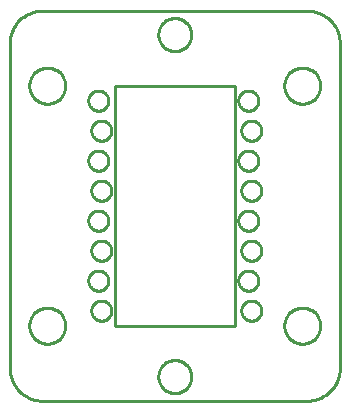
<source format=gko>
G04 EAGLE Gerber RS-274X export*
G75*
%MOMM*%
%FSLAX34Y34*%
%LPD*%
%IN*%
%IPPOS*%
%AMOC8*
5,1,8,0,0,1.08239X$1,22.5*%
G01*
%ADD10C,0.203200*%
%ADD11C,0.000000*%
%ADD12C,0.254000*%
%ADD13C,0.254000*%


D10*
X-38100Y266701D02*
X-38781Y266633D01*
X-39461Y266548D01*
X-40137Y266447D01*
X-40812Y266329D01*
X-41483Y266195D01*
X-42150Y266044D01*
X-42814Y265877D01*
X-43474Y265694D01*
X-44128Y265494D01*
X-44778Y265279D01*
X-45422Y265048D01*
X-46061Y264801D01*
X-46693Y264539D01*
X-47318Y264261D01*
X-47937Y263968D01*
X-48548Y263660D01*
X-49152Y263337D01*
X-49747Y262999D01*
X-50334Y262647D01*
X-50912Y262280D01*
X-51481Y261900D01*
X-52040Y261506D01*
X-52590Y261098D01*
X-53130Y260677D01*
X-53659Y260242D01*
X-54177Y259795D01*
X-54684Y259335D01*
X-55180Y258863D01*
X-55663Y258380D01*
X-56135Y257884D01*
X-56595Y257377D01*
X-57042Y256859D01*
X-57477Y256330D01*
X-57898Y255790D01*
X-58306Y255240D01*
X-58700Y254681D01*
X-59080Y254112D01*
X-59447Y253534D01*
X-59799Y252947D01*
X-60137Y252352D01*
X-60460Y251748D01*
X-60768Y251137D01*
X-61061Y250518D01*
X-61339Y249893D01*
X-61601Y249261D01*
X-61848Y248622D01*
X-62079Y247978D01*
X-62294Y247328D01*
X-62494Y246674D01*
X-62677Y246014D01*
X-62844Y245350D01*
X-62995Y244683D01*
X-63129Y244012D01*
X-63247Y243337D01*
X-63348Y242661D01*
X-63433Y241981D01*
X-63501Y241300D01*
X-38100Y266700D02*
X190500Y266700D01*
X190500Y266701D02*
X191181Y266633D01*
X191861Y266548D01*
X192537Y266447D01*
X193212Y266329D01*
X193883Y266195D01*
X194550Y266044D01*
X195214Y265877D01*
X195874Y265694D01*
X196528Y265494D01*
X197178Y265279D01*
X197822Y265048D01*
X198461Y264801D01*
X199093Y264539D01*
X199718Y264261D01*
X200337Y263968D01*
X200948Y263660D01*
X201552Y263337D01*
X202147Y262999D01*
X202734Y262647D01*
X203312Y262280D01*
X203881Y261900D01*
X204440Y261506D01*
X204990Y261098D01*
X205530Y260677D01*
X206059Y260242D01*
X206577Y259795D01*
X207084Y259335D01*
X207580Y258863D01*
X208063Y258380D01*
X208535Y257884D01*
X208995Y257377D01*
X209442Y256859D01*
X209877Y256330D01*
X210298Y255790D01*
X210706Y255240D01*
X211100Y254681D01*
X211480Y254112D01*
X211847Y253534D01*
X212199Y252947D01*
X212537Y252352D01*
X212860Y251748D01*
X213168Y251137D01*
X213461Y250518D01*
X213739Y249893D01*
X214001Y249261D01*
X214248Y248622D01*
X214479Y247978D01*
X214694Y247328D01*
X214894Y246674D01*
X215077Y246014D01*
X215244Y245350D01*
X215395Y244683D01*
X215529Y244012D01*
X215647Y243337D01*
X215748Y242661D01*
X215833Y241981D01*
X215901Y241300D01*
X215900Y241300D02*
X215900Y-38100D01*
X215901Y-38100D02*
X215833Y-38781D01*
X215748Y-39461D01*
X215647Y-40137D01*
X215529Y-40812D01*
X215395Y-41483D01*
X215244Y-42150D01*
X215077Y-42814D01*
X214894Y-43474D01*
X214694Y-44128D01*
X214479Y-44778D01*
X214248Y-45422D01*
X214001Y-46061D01*
X213739Y-46693D01*
X213461Y-47318D01*
X213168Y-47937D01*
X212860Y-48548D01*
X212537Y-49152D01*
X212199Y-49747D01*
X211847Y-50334D01*
X211480Y-50912D01*
X211100Y-51481D01*
X210706Y-52040D01*
X210298Y-52590D01*
X209877Y-53130D01*
X209442Y-53659D01*
X208995Y-54177D01*
X208535Y-54684D01*
X208063Y-55180D01*
X207580Y-55663D01*
X207084Y-56135D01*
X206577Y-56595D01*
X206059Y-57042D01*
X205530Y-57477D01*
X204990Y-57898D01*
X204440Y-58306D01*
X203881Y-58700D01*
X203312Y-59080D01*
X202734Y-59447D01*
X202147Y-59799D01*
X201552Y-60137D01*
X200948Y-60460D01*
X200337Y-60768D01*
X199718Y-61061D01*
X199093Y-61339D01*
X198461Y-61601D01*
X197822Y-61848D01*
X197178Y-62079D01*
X196528Y-62294D01*
X195874Y-62494D01*
X195214Y-62677D01*
X194550Y-62844D01*
X193883Y-62995D01*
X193212Y-63129D01*
X192537Y-63247D01*
X191861Y-63348D01*
X191181Y-63433D01*
X190500Y-63501D01*
X190500Y-63500D02*
X-38100Y-63500D01*
X-38100Y-63501D02*
X-38781Y-63433D01*
X-39461Y-63348D01*
X-40137Y-63247D01*
X-40812Y-63129D01*
X-41483Y-62995D01*
X-42150Y-62844D01*
X-42814Y-62677D01*
X-43474Y-62494D01*
X-44128Y-62294D01*
X-44778Y-62079D01*
X-45422Y-61848D01*
X-46061Y-61601D01*
X-46693Y-61339D01*
X-47318Y-61061D01*
X-47937Y-60768D01*
X-48548Y-60460D01*
X-49152Y-60137D01*
X-49747Y-59799D01*
X-50334Y-59447D01*
X-50912Y-59080D01*
X-51481Y-58700D01*
X-52040Y-58306D01*
X-52590Y-57898D01*
X-53130Y-57477D01*
X-53659Y-57042D01*
X-54177Y-56595D01*
X-54684Y-56135D01*
X-55180Y-55663D01*
X-55663Y-55180D01*
X-56135Y-54684D01*
X-56595Y-54177D01*
X-57042Y-53659D01*
X-57477Y-53130D01*
X-57898Y-52590D01*
X-58306Y-52040D01*
X-58700Y-51481D01*
X-59080Y-50912D01*
X-59447Y-50334D01*
X-59799Y-49747D01*
X-60137Y-49152D01*
X-60460Y-48548D01*
X-60768Y-47937D01*
X-61061Y-47318D01*
X-61339Y-46693D01*
X-61601Y-46061D01*
X-61848Y-45422D01*
X-62079Y-44778D01*
X-62294Y-44128D01*
X-62494Y-43474D01*
X-62677Y-42814D01*
X-62844Y-42150D01*
X-62995Y-41483D01*
X-63129Y-40812D01*
X-63247Y-40137D01*
X-63348Y-39461D01*
X-63433Y-38781D01*
X-63501Y-38100D01*
X-63500Y-38100D02*
X-63500Y241300D01*
D11*
X5470Y12700D02*
X5473Y12909D01*
X5480Y13117D01*
X5493Y13325D01*
X5511Y13533D01*
X5534Y13740D01*
X5562Y13947D01*
X5595Y14153D01*
X5633Y14358D01*
X5677Y14562D01*
X5725Y14765D01*
X5778Y14967D01*
X5836Y15167D01*
X5899Y15366D01*
X5967Y15564D01*
X6040Y15759D01*
X6117Y15953D01*
X6199Y16145D01*
X6286Y16334D01*
X6378Y16522D01*
X6474Y16707D01*
X6574Y16890D01*
X6679Y17070D01*
X6789Y17247D01*
X6903Y17422D01*
X7021Y17594D01*
X7143Y17763D01*
X7269Y17929D01*
X7399Y18092D01*
X7534Y18252D01*
X7672Y18408D01*
X7814Y18561D01*
X7960Y18710D01*
X8109Y18856D01*
X8262Y18998D01*
X8418Y19136D01*
X8578Y19271D01*
X8741Y19401D01*
X8907Y19527D01*
X9076Y19649D01*
X9248Y19767D01*
X9423Y19881D01*
X9600Y19991D01*
X9780Y20096D01*
X9963Y20196D01*
X10148Y20292D01*
X10336Y20384D01*
X10525Y20471D01*
X10717Y20553D01*
X10911Y20630D01*
X11106Y20703D01*
X11304Y20771D01*
X11503Y20834D01*
X11703Y20892D01*
X11905Y20945D01*
X12108Y20993D01*
X12312Y21037D01*
X12517Y21075D01*
X12723Y21108D01*
X12930Y21136D01*
X13137Y21159D01*
X13345Y21177D01*
X13553Y21190D01*
X13761Y21197D01*
X13970Y21200D01*
X14179Y21197D01*
X14387Y21190D01*
X14595Y21177D01*
X14803Y21159D01*
X15010Y21136D01*
X15217Y21108D01*
X15423Y21075D01*
X15628Y21037D01*
X15832Y20993D01*
X16035Y20945D01*
X16237Y20892D01*
X16437Y20834D01*
X16636Y20771D01*
X16834Y20703D01*
X17029Y20630D01*
X17223Y20553D01*
X17415Y20471D01*
X17604Y20384D01*
X17792Y20292D01*
X17977Y20196D01*
X18160Y20096D01*
X18340Y19991D01*
X18517Y19881D01*
X18692Y19767D01*
X18864Y19649D01*
X19033Y19527D01*
X19199Y19401D01*
X19362Y19271D01*
X19522Y19136D01*
X19678Y18998D01*
X19831Y18856D01*
X19980Y18710D01*
X20126Y18561D01*
X20268Y18408D01*
X20406Y18252D01*
X20541Y18092D01*
X20671Y17929D01*
X20797Y17763D01*
X20919Y17594D01*
X21037Y17422D01*
X21151Y17247D01*
X21261Y17070D01*
X21366Y16890D01*
X21466Y16707D01*
X21562Y16522D01*
X21654Y16334D01*
X21741Y16145D01*
X21823Y15953D01*
X21900Y15759D01*
X21973Y15564D01*
X22041Y15366D01*
X22104Y15167D01*
X22162Y14967D01*
X22215Y14765D01*
X22263Y14562D01*
X22307Y14358D01*
X22345Y14153D01*
X22378Y13947D01*
X22406Y13740D01*
X22429Y13533D01*
X22447Y13325D01*
X22460Y13117D01*
X22467Y12909D01*
X22470Y12700D01*
X22467Y12491D01*
X22460Y12283D01*
X22447Y12075D01*
X22429Y11867D01*
X22406Y11660D01*
X22378Y11453D01*
X22345Y11247D01*
X22307Y11042D01*
X22263Y10838D01*
X22215Y10635D01*
X22162Y10433D01*
X22104Y10233D01*
X22041Y10034D01*
X21973Y9836D01*
X21900Y9641D01*
X21823Y9447D01*
X21741Y9255D01*
X21654Y9066D01*
X21562Y8878D01*
X21466Y8693D01*
X21366Y8510D01*
X21261Y8330D01*
X21151Y8153D01*
X21037Y7978D01*
X20919Y7806D01*
X20797Y7637D01*
X20671Y7471D01*
X20541Y7308D01*
X20406Y7148D01*
X20268Y6992D01*
X20126Y6839D01*
X19980Y6690D01*
X19831Y6544D01*
X19678Y6402D01*
X19522Y6264D01*
X19362Y6129D01*
X19199Y5999D01*
X19033Y5873D01*
X18864Y5751D01*
X18692Y5633D01*
X18517Y5519D01*
X18340Y5409D01*
X18160Y5304D01*
X17977Y5204D01*
X17792Y5108D01*
X17604Y5016D01*
X17415Y4929D01*
X17223Y4847D01*
X17029Y4770D01*
X16834Y4697D01*
X16636Y4629D01*
X16437Y4566D01*
X16237Y4508D01*
X16035Y4455D01*
X15832Y4407D01*
X15628Y4363D01*
X15423Y4325D01*
X15217Y4292D01*
X15010Y4264D01*
X14803Y4241D01*
X14595Y4223D01*
X14387Y4210D01*
X14179Y4203D01*
X13970Y4200D01*
X13761Y4203D01*
X13553Y4210D01*
X13345Y4223D01*
X13137Y4241D01*
X12930Y4264D01*
X12723Y4292D01*
X12517Y4325D01*
X12312Y4363D01*
X12108Y4407D01*
X11905Y4455D01*
X11703Y4508D01*
X11503Y4566D01*
X11304Y4629D01*
X11106Y4697D01*
X10911Y4770D01*
X10717Y4847D01*
X10525Y4929D01*
X10336Y5016D01*
X10148Y5108D01*
X9963Y5204D01*
X9780Y5304D01*
X9600Y5409D01*
X9423Y5519D01*
X9248Y5633D01*
X9076Y5751D01*
X8907Y5873D01*
X8741Y5999D01*
X8578Y6129D01*
X8418Y6264D01*
X8262Y6402D01*
X8109Y6544D01*
X7960Y6690D01*
X7814Y6839D01*
X7672Y6992D01*
X7534Y7148D01*
X7399Y7308D01*
X7269Y7471D01*
X7143Y7637D01*
X7021Y7806D01*
X6903Y7978D01*
X6789Y8153D01*
X6679Y8330D01*
X6574Y8510D01*
X6474Y8693D01*
X6378Y8878D01*
X6286Y9066D01*
X6199Y9255D01*
X6117Y9447D01*
X6040Y9641D01*
X5967Y9836D01*
X5899Y10034D01*
X5836Y10233D01*
X5778Y10433D01*
X5725Y10635D01*
X5677Y10838D01*
X5633Y11042D01*
X5595Y11247D01*
X5562Y11453D01*
X5534Y11660D01*
X5511Y11867D01*
X5493Y12075D01*
X5480Y12283D01*
X5473Y12491D01*
X5470Y12700D01*
X2930Y38100D02*
X2933Y38309D01*
X2940Y38517D01*
X2953Y38725D01*
X2971Y38933D01*
X2994Y39140D01*
X3022Y39347D01*
X3055Y39553D01*
X3093Y39758D01*
X3137Y39962D01*
X3185Y40165D01*
X3238Y40367D01*
X3296Y40567D01*
X3359Y40766D01*
X3427Y40964D01*
X3500Y41159D01*
X3577Y41353D01*
X3659Y41545D01*
X3746Y41734D01*
X3838Y41922D01*
X3934Y42107D01*
X4034Y42290D01*
X4139Y42470D01*
X4249Y42647D01*
X4363Y42822D01*
X4481Y42994D01*
X4603Y43163D01*
X4729Y43329D01*
X4859Y43492D01*
X4994Y43652D01*
X5132Y43808D01*
X5274Y43961D01*
X5420Y44110D01*
X5569Y44256D01*
X5722Y44398D01*
X5878Y44536D01*
X6038Y44671D01*
X6201Y44801D01*
X6367Y44927D01*
X6536Y45049D01*
X6708Y45167D01*
X6883Y45281D01*
X7060Y45391D01*
X7240Y45496D01*
X7423Y45596D01*
X7608Y45692D01*
X7796Y45784D01*
X7985Y45871D01*
X8177Y45953D01*
X8371Y46030D01*
X8566Y46103D01*
X8764Y46171D01*
X8963Y46234D01*
X9163Y46292D01*
X9365Y46345D01*
X9568Y46393D01*
X9772Y46437D01*
X9977Y46475D01*
X10183Y46508D01*
X10390Y46536D01*
X10597Y46559D01*
X10805Y46577D01*
X11013Y46590D01*
X11221Y46597D01*
X11430Y46600D01*
X11639Y46597D01*
X11847Y46590D01*
X12055Y46577D01*
X12263Y46559D01*
X12470Y46536D01*
X12677Y46508D01*
X12883Y46475D01*
X13088Y46437D01*
X13292Y46393D01*
X13495Y46345D01*
X13697Y46292D01*
X13897Y46234D01*
X14096Y46171D01*
X14294Y46103D01*
X14489Y46030D01*
X14683Y45953D01*
X14875Y45871D01*
X15064Y45784D01*
X15252Y45692D01*
X15437Y45596D01*
X15620Y45496D01*
X15800Y45391D01*
X15977Y45281D01*
X16152Y45167D01*
X16324Y45049D01*
X16493Y44927D01*
X16659Y44801D01*
X16822Y44671D01*
X16982Y44536D01*
X17138Y44398D01*
X17291Y44256D01*
X17440Y44110D01*
X17586Y43961D01*
X17728Y43808D01*
X17866Y43652D01*
X18001Y43492D01*
X18131Y43329D01*
X18257Y43163D01*
X18379Y42994D01*
X18497Y42822D01*
X18611Y42647D01*
X18721Y42470D01*
X18826Y42290D01*
X18926Y42107D01*
X19022Y41922D01*
X19114Y41734D01*
X19201Y41545D01*
X19283Y41353D01*
X19360Y41159D01*
X19433Y40964D01*
X19501Y40766D01*
X19564Y40567D01*
X19622Y40367D01*
X19675Y40165D01*
X19723Y39962D01*
X19767Y39758D01*
X19805Y39553D01*
X19838Y39347D01*
X19866Y39140D01*
X19889Y38933D01*
X19907Y38725D01*
X19920Y38517D01*
X19927Y38309D01*
X19930Y38100D01*
X19927Y37891D01*
X19920Y37683D01*
X19907Y37475D01*
X19889Y37267D01*
X19866Y37060D01*
X19838Y36853D01*
X19805Y36647D01*
X19767Y36442D01*
X19723Y36238D01*
X19675Y36035D01*
X19622Y35833D01*
X19564Y35633D01*
X19501Y35434D01*
X19433Y35236D01*
X19360Y35041D01*
X19283Y34847D01*
X19201Y34655D01*
X19114Y34466D01*
X19022Y34278D01*
X18926Y34093D01*
X18826Y33910D01*
X18721Y33730D01*
X18611Y33553D01*
X18497Y33378D01*
X18379Y33206D01*
X18257Y33037D01*
X18131Y32871D01*
X18001Y32708D01*
X17866Y32548D01*
X17728Y32392D01*
X17586Y32239D01*
X17440Y32090D01*
X17291Y31944D01*
X17138Y31802D01*
X16982Y31664D01*
X16822Y31529D01*
X16659Y31399D01*
X16493Y31273D01*
X16324Y31151D01*
X16152Y31033D01*
X15977Y30919D01*
X15800Y30809D01*
X15620Y30704D01*
X15437Y30604D01*
X15252Y30508D01*
X15064Y30416D01*
X14875Y30329D01*
X14683Y30247D01*
X14489Y30170D01*
X14294Y30097D01*
X14096Y30029D01*
X13897Y29966D01*
X13697Y29908D01*
X13495Y29855D01*
X13292Y29807D01*
X13088Y29763D01*
X12883Y29725D01*
X12677Y29692D01*
X12470Y29664D01*
X12263Y29641D01*
X12055Y29623D01*
X11847Y29610D01*
X11639Y29603D01*
X11430Y29600D01*
X11221Y29603D01*
X11013Y29610D01*
X10805Y29623D01*
X10597Y29641D01*
X10390Y29664D01*
X10183Y29692D01*
X9977Y29725D01*
X9772Y29763D01*
X9568Y29807D01*
X9365Y29855D01*
X9163Y29908D01*
X8963Y29966D01*
X8764Y30029D01*
X8566Y30097D01*
X8371Y30170D01*
X8177Y30247D01*
X7985Y30329D01*
X7796Y30416D01*
X7608Y30508D01*
X7423Y30604D01*
X7240Y30704D01*
X7060Y30809D01*
X6883Y30919D01*
X6708Y31033D01*
X6536Y31151D01*
X6367Y31273D01*
X6201Y31399D01*
X6038Y31529D01*
X5878Y31664D01*
X5722Y31802D01*
X5569Y31944D01*
X5420Y32090D01*
X5274Y32239D01*
X5132Y32392D01*
X4994Y32548D01*
X4859Y32708D01*
X4729Y32871D01*
X4603Y33037D01*
X4481Y33206D01*
X4363Y33378D01*
X4249Y33553D01*
X4139Y33730D01*
X4034Y33910D01*
X3934Y34093D01*
X3838Y34278D01*
X3746Y34466D01*
X3659Y34655D01*
X3577Y34847D01*
X3500Y35041D01*
X3427Y35236D01*
X3359Y35434D01*
X3296Y35633D01*
X3238Y35833D01*
X3185Y36035D01*
X3137Y36238D01*
X3093Y36442D01*
X3055Y36647D01*
X3022Y36853D01*
X2994Y37060D01*
X2971Y37267D01*
X2953Y37475D01*
X2940Y37683D01*
X2933Y37891D01*
X2930Y38100D01*
X5470Y63500D02*
X5473Y63709D01*
X5480Y63917D01*
X5493Y64125D01*
X5511Y64333D01*
X5534Y64540D01*
X5562Y64747D01*
X5595Y64953D01*
X5633Y65158D01*
X5677Y65362D01*
X5725Y65565D01*
X5778Y65767D01*
X5836Y65967D01*
X5899Y66166D01*
X5967Y66364D01*
X6040Y66559D01*
X6117Y66753D01*
X6199Y66945D01*
X6286Y67134D01*
X6378Y67322D01*
X6474Y67507D01*
X6574Y67690D01*
X6679Y67870D01*
X6789Y68047D01*
X6903Y68222D01*
X7021Y68394D01*
X7143Y68563D01*
X7269Y68729D01*
X7399Y68892D01*
X7534Y69052D01*
X7672Y69208D01*
X7814Y69361D01*
X7960Y69510D01*
X8109Y69656D01*
X8262Y69798D01*
X8418Y69936D01*
X8578Y70071D01*
X8741Y70201D01*
X8907Y70327D01*
X9076Y70449D01*
X9248Y70567D01*
X9423Y70681D01*
X9600Y70791D01*
X9780Y70896D01*
X9963Y70996D01*
X10148Y71092D01*
X10336Y71184D01*
X10525Y71271D01*
X10717Y71353D01*
X10911Y71430D01*
X11106Y71503D01*
X11304Y71571D01*
X11503Y71634D01*
X11703Y71692D01*
X11905Y71745D01*
X12108Y71793D01*
X12312Y71837D01*
X12517Y71875D01*
X12723Y71908D01*
X12930Y71936D01*
X13137Y71959D01*
X13345Y71977D01*
X13553Y71990D01*
X13761Y71997D01*
X13970Y72000D01*
X14179Y71997D01*
X14387Y71990D01*
X14595Y71977D01*
X14803Y71959D01*
X15010Y71936D01*
X15217Y71908D01*
X15423Y71875D01*
X15628Y71837D01*
X15832Y71793D01*
X16035Y71745D01*
X16237Y71692D01*
X16437Y71634D01*
X16636Y71571D01*
X16834Y71503D01*
X17029Y71430D01*
X17223Y71353D01*
X17415Y71271D01*
X17604Y71184D01*
X17792Y71092D01*
X17977Y70996D01*
X18160Y70896D01*
X18340Y70791D01*
X18517Y70681D01*
X18692Y70567D01*
X18864Y70449D01*
X19033Y70327D01*
X19199Y70201D01*
X19362Y70071D01*
X19522Y69936D01*
X19678Y69798D01*
X19831Y69656D01*
X19980Y69510D01*
X20126Y69361D01*
X20268Y69208D01*
X20406Y69052D01*
X20541Y68892D01*
X20671Y68729D01*
X20797Y68563D01*
X20919Y68394D01*
X21037Y68222D01*
X21151Y68047D01*
X21261Y67870D01*
X21366Y67690D01*
X21466Y67507D01*
X21562Y67322D01*
X21654Y67134D01*
X21741Y66945D01*
X21823Y66753D01*
X21900Y66559D01*
X21973Y66364D01*
X22041Y66166D01*
X22104Y65967D01*
X22162Y65767D01*
X22215Y65565D01*
X22263Y65362D01*
X22307Y65158D01*
X22345Y64953D01*
X22378Y64747D01*
X22406Y64540D01*
X22429Y64333D01*
X22447Y64125D01*
X22460Y63917D01*
X22467Y63709D01*
X22470Y63500D01*
X22467Y63291D01*
X22460Y63083D01*
X22447Y62875D01*
X22429Y62667D01*
X22406Y62460D01*
X22378Y62253D01*
X22345Y62047D01*
X22307Y61842D01*
X22263Y61638D01*
X22215Y61435D01*
X22162Y61233D01*
X22104Y61033D01*
X22041Y60834D01*
X21973Y60636D01*
X21900Y60441D01*
X21823Y60247D01*
X21741Y60055D01*
X21654Y59866D01*
X21562Y59678D01*
X21466Y59493D01*
X21366Y59310D01*
X21261Y59130D01*
X21151Y58953D01*
X21037Y58778D01*
X20919Y58606D01*
X20797Y58437D01*
X20671Y58271D01*
X20541Y58108D01*
X20406Y57948D01*
X20268Y57792D01*
X20126Y57639D01*
X19980Y57490D01*
X19831Y57344D01*
X19678Y57202D01*
X19522Y57064D01*
X19362Y56929D01*
X19199Y56799D01*
X19033Y56673D01*
X18864Y56551D01*
X18692Y56433D01*
X18517Y56319D01*
X18340Y56209D01*
X18160Y56104D01*
X17977Y56004D01*
X17792Y55908D01*
X17604Y55816D01*
X17415Y55729D01*
X17223Y55647D01*
X17029Y55570D01*
X16834Y55497D01*
X16636Y55429D01*
X16437Y55366D01*
X16237Y55308D01*
X16035Y55255D01*
X15832Y55207D01*
X15628Y55163D01*
X15423Y55125D01*
X15217Y55092D01*
X15010Y55064D01*
X14803Y55041D01*
X14595Y55023D01*
X14387Y55010D01*
X14179Y55003D01*
X13970Y55000D01*
X13761Y55003D01*
X13553Y55010D01*
X13345Y55023D01*
X13137Y55041D01*
X12930Y55064D01*
X12723Y55092D01*
X12517Y55125D01*
X12312Y55163D01*
X12108Y55207D01*
X11905Y55255D01*
X11703Y55308D01*
X11503Y55366D01*
X11304Y55429D01*
X11106Y55497D01*
X10911Y55570D01*
X10717Y55647D01*
X10525Y55729D01*
X10336Y55816D01*
X10148Y55908D01*
X9963Y56004D01*
X9780Y56104D01*
X9600Y56209D01*
X9423Y56319D01*
X9248Y56433D01*
X9076Y56551D01*
X8907Y56673D01*
X8741Y56799D01*
X8578Y56929D01*
X8418Y57064D01*
X8262Y57202D01*
X8109Y57344D01*
X7960Y57490D01*
X7814Y57639D01*
X7672Y57792D01*
X7534Y57948D01*
X7399Y58108D01*
X7269Y58271D01*
X7143Y58437D01*
X7021Y58606D01*
X6903Y58778D01*
X6789Y58953D01*
X6679Y59130D01*
X6574Y59310D01*
X6474Y59493D01*
X6378Y59678D01*
X6286Y59866D01*
X6199Y60055D01*
X6117Y60247D01*
X6040Y60441D01*
X5967Y60636D01*
X5899Y60834D01*
X5836Y61033D01*
X5778Y61233D01*
X5725Y61435D01*
X5677Y61638D01*
X5633Y61842D01*
X5595Y62047D01*
X5562Y62253D01*
X5534Y62460D01*
X5511Y62667D01*
X5493Y62875D01*
X5480Y63083D01*
X5473Y63291D01*
X5470Y63500D01*
X2930Y88900D02*
X2933Y89109D01*
X2940Y89317D01*
X2953Y89525D01*
X2971Y89733D01*
X2994Y89940D01*
X3022Y90147D01*
X3055Y90353D01*
X3093Y90558D01*
X3137Y90762D01*
X3185Y90965D01*
X3238Y91167D01*
X3296Y91367D01*
X3359Y91566D01*
X3427Y91764D01*
X3500Y91959D01*
X3577Y92153D01*
X3659Y92345D01*
X3746Y92534D01*
X3838Y92722D01*
X3934Y92907D01*
X4034Y93090D01*
X4139Y93270D01*
X4249Y93447D01*
X4363Y93622D01*
X4481Y93794D01*
X4603Y93963D01*
X4729Y94129D01*
X4859Y94292D01*
X4994Y94452D01*
X5132Y94608D01*
X5274Y94761D01*
X5420Y94910D01*
X5569Y95056D01*
X5722Y95198D01*
X5878Y95336D01*
X6038Y95471D01*
X6201Y95601D01*
X6367Y95727D01*
X6536Y95849D01*
X6708Y95967D01*
X6883Y96081D01*
X7060Y96191D01*
X7240Y96296D01*
X7423Y96396D01*
X7608Y96492D01*
X7796Y96584D01*
X7985Y96671D01*
X8177Y96753D01*
X8371Y96830D01*
X8566Y96903D01*
X8764Y96971D01*
X8963Y97034D01*
X9163Y97092D01*
X9365Y97145D01*
X9568Y97193D01*
X9772Y97237D01*
X9977Y97275D01*
X10183Y97308D01*
X10390Y97336D01*
X10597Y97359D01*
X10805Y97377D01*
X11013Y97390D01*
X11221Y97397D01*
X11430Y97400D01*
X11639Y97397D01*
X11847Y97390D01*
X12055Y97377D01*
X12263Y97359D01*
X12470Y97336D01*
X12677Y97308D01*
X12883Y97275D01*
X13088Y97237D01*
X13292Y97193D01*
X13495Y97145D01*
X13697Y97092D01*
X13897Y97034D01*
X14096Y96971D01*
X14294Y96903D01*
X14489Y96830D01*
X14683Y96753D01*
X14875Y96671D01*
X15064Y96584D01*
X15252Y96492D01*
X15437Y96396D01*
X15620Y96296D01*
X15800Y96191D01*
X15977Y96081D01*
X16152Y95967D01*
X16324Y95849D01*
X16493Y95727D01*
X16659Y95601D01*
X16822Y95471D01*
X16982Y95336D01*
X17138Y95198D01*
X17291Y95056D01*
X17440Y94910D01*
X17586Y94761D01*
X17728Y94608D01*
X17866Y94452D01*
X18001Y94292D01*
X18131Y94129D01*
X18257Y93963D01*
X18379Y93794D01*
X18497Y93622D01*
X18611Y93447D01*
X18721Y93270D01*
X18826Y93090D01*
X18926Y92907D01*
X19022Y92722D01*
X19114Y92534D01*
X19201Y92345D01*
X19283Y92153D01*
X19360Y91959D01*
X19433Y91764D01*
X19501Y91566D01*
X19564Y91367D01*
X19622Y91167D01*
X19675Y90965D01*
X19723Y90762D01*
X19767Y90558D01*
X19805Y90353D01*
X19838Y90147D01*
X19866Y89940D01*
X19889Y89733D01*
X19907Y89525D01*
X19920Y89317D01*
X19927Y89109D01*
X19930Y88900D01*
X19927Y88691D01*
X19920Y88483D01*
X19907Y88275D01*
X19889Y88067D01*
X19866Y87860D01*
X19838Y87653D01*
X19805Y87447D01*
X19767Y87242D01*
X19723Y87038D01*
X19675Y86835D01*
X19622Y86633D01*
X19564Y86433D01*
X19501Y86234D01*
X19433Y86036D01*
X19360Y85841D01*
X19283Y85647D01*
X19201Y85455D01*
X19114Y85266D01*
X19022Y85078D01*
X18926Y84893D01*
X18826Y84710D01*
X18721Y84530D01*
X18611Y84353D01*
X18497Y84178D01*
X18379Y84006D01*
X18257Y83837D01*
X18131Y83671D01*
X18001Y83508D01*
X17866Y83348D01*
X17728Y83192D01*
X17586Y83039D01*
X17440Y82890D01*
X17291Y82744D01*
X17138Y82602D01*
X16982Y82464D01*
X16822Y82329D01*
X16659Y82199D01*
X16493Y82073D01*
X16324Y81951D01*
X16152Y81833D01*
X15977Y81719D01*
X15800Y81609D01*
X15620Y81504D01*
X15437Y81404D01*
X15252Y81308D01*
X15064Y81216D01*
X14875Y81129D01*
X14683Y81047D01*
X14489Y80970D01*
X14294Y80897D01*
X14096Y80829D01*
X13897Y80766D01*
X13697Y80708D01*
X13495Y80655D01*
X13292Y80607D01*
X13088Y80563D01*
X12883Y80525D01*
X12677Y80492D01*
X12470Y80464D01*
X12263Y80441D01*
X12055Y80423D01*
X11847Y80410D01*
X11639Y80403D01*
X11430Y80400D01*
X11221Y80403D01*
X11013Y80410D01*
X10805Y80423D01*
X10597Y80441D01*
X10390Y80464D01*
X10183Y80492D01*
X9977Y80525D01*
X9772Y80563D01*
X9568Y80607D01*
X9365Y80655D01*
X9163Y80708D01*
X8963Y80766D01*
X8764Y80829D01*
X8566Y80897D01*
X8371Y80970D01*
X8177Y81047D01*
X7985Y81129D01*
X7796Y81216D01*
X7608Y81308D01*
X7423Y81404D01*
X7240Y81504D01*
X7060Y81609D01*
X6883Y81719D01*
X6708Y81833D01*
X6536Y81951D01*
X6367Y82073D01*
X6201Y82199D01*
X6038Y82329D01*
X5878Y82464D01*
X5722Y82602D01*
X5569Y82744D01*
X5420Y82890D01*
X5274Y83039D01*
X5132Y83192D01*
X4994Y83348D01*
X4859Y83508D01*
X4729Y83671D01*
X4603Y83837D01*
X4481Y84006D01*
X4363Y84178D01*
X4249Y84353D01*
X4139Y84530D01*
X4034Y84710D01*
X3934Y84893D01*
X3838Y85078D01*
X3746Y85266D01*
X3659Y85455D01*
X3577Y85647D01*
X3500Y85841D01*
X3427Y86036D01*
X3359Y86234D01*
X3296Y86433D01*
X3238Y86633D01*
X3185Y86835D01*
X3137Y87038D01*
X3093Y87242D01*
X3055Y87447D01*
X3022Y87653D01*
X2994Y87860D01*
X2971Y88067D01*
X2953Y88275D01*
X2940Y88483D01*
X2933Y88691D01*
X2930Y88900D01*
X5470Y114300D02*
X5473Y114509D01*
X5480Y114717D01*
X5493Y114925D01*
X5511Y115133D01*
X5534Y115340D01*
X5562Y115547D01*
X5595Y115753D01*
X5633Y115958D01*
X5677Y116162D01*
X5725Y116365D01*
X5778Y116567D01*
X5836Y116767D01*
X5899Y116966D01*
X5967Y117164D01*
X6040Y117359D01*
X6117Y117553D01*
X6199Y117745D01*
X6286Y117934D01*
X6378Y118122D01*
X6474Y118307D01*
X6574Y118490D01*
X6679Y118670D01*
X6789Y118847D01*
X6903Y119022D01*
X7021Y119194D01*
X7143Y119363D01*
X7269Y119529D01*
X7399Y119692D01*
X7534Y119852D01*
X7672Y120008D01*
X7814Y120161D01*
X7960Y120310D01*
X8109Y120456D01*
X8262Y120598D01*
X8418Y120736D01*
X8578Y120871D01*
X8741Y121001D01*
X8907Y121127D01*
X9076Y121249D01*
X9248Y121367D01*
X9423Y121481D01*
X9600Y121591D01*
X9780Y121696D01*
X9963Y121796D01*
X10148Y121892D01*
X10336Y121984D01*
X10525Y122071D01*
X10717Y122153D01*
X10911Y122230D01*
X11106Y122303D01*
X11304Y122371D01*
X11503Y122434D01*
X11703Y122492D01*
X11905Y122545D01*
X12108Y122593D01*
X12312Y122637D01*
X12517Y122675D01*
X12723Y122708D01*
X12930Y122736D01*
X13137Y122759D01*
X13345Y122777D01*
X13553Y122790D01*
X13761Y122797D01*
X13970Y122800D01*
X14179Y122797D01*
X14387Y122790D01*
X14595Y122777D01*
X14803Y122759D01*
X15010Y122736D01*
X15217Y122708D01*
X15423Y122675D01*
X15628Y122637D01*
X15832Y122593D01*
X16035Y122545D01*
X16237Y122492D01*
X16437Y122434D01*
X16636Y122371D01*
X16834Y122303D01*
X17029Y122230D01*
X17223Y122153D01*
X17415Y122071D01*
X17604Y121984D01*
X17792Y121892D01*
X17977Y121796D01*
X18160Y121696D01*
X18340Y121591D01*
X18517Y121481D01*
X18692Y121367D01*
X18864Y121249D01*
X19033Y121127D01*
X19199Y121001D01*
X19362Y120871D01*
X19522Y120736D01*
X19678Y120598D01*
X19831Y120456D01*
X19980Y120310D01*
X20126Y120161D01*
X20268Y120008D01*
X20406Y119852D01*
X20541Y119692D01*
X20671Y119529D01*
X20797Y119363D01*
X20919Y119194D01*
X21037Y119022D01*
X21151Y118847D01*
X21261Y118670D01*
X21366Y118490D01*
X21466Y118307D01*
X21562Y118122D01*
X21654Y117934D01*
X21741Y117745D01*
X21823Y117553D01*
X21900Y117359D01*
X21973Y117164D01*
X22041Y116966D01*
X22104Y116767D01*
X22162Y116567D01*
X22215Y116365D01*
X22263Y116162D01*
X22307Y115958D01*
X22345Y115753D01*
X22378Y115547D01*
X22406Y115340D01*
X22429Y115133D01*
X22447Y114925D01*
X22460Y114717D01*
X22467Y114509D01*
X22470Y114300D01*
X22467Y114091D01*
X22460Y113883D01*
X22447Y113675D01*
X22429Y113467D01*
X22406Y113260D01*
X22378Y113053D01*
X22345Y112847D01*
X22307Y112642D01*
X22263Y112438D01*
X22215Y112235D01*
X22162Y112033D01*
X22104Y111833D01*
X22041Y111634D01*
X21973Y111436D01*
X21900Y111241D01*
X21823Y111047D01*
X21741Y110855D01*
X21654Y110666D01*
X21562Y110478D01*
X21466Y110293D01*
X21366Y110110D01*
X21261Y109930D01*
X21151Y109753D01*
X21037Y109578D01*
X20919Y109406D01*
X20797Y109237D01*
X20671Y109071D01*
X20541Y108908D01*
X20406Y108748D01*
X20268Y108592D01*
X20126Y108439D01*
X19980Y108290D01*
X19831Y108144D01*
X19678Y108002D01*
X19522Y107864D01*
X19362Y107729D01*
X19199Y107599D01*
X19033Y107473D01*
X18864Y107351D01*
X18692Y107233D01*
X18517Y107119D01*
X18340Y107009D01*
X18160Y106904D01*
X17977Y106804D01*
X17792Y106708D01*
X17604Y106616D01*
X17415Y106529D01*
X17223Y106447D01*
X17029Y106370D01*
X16834Y106297D01*
X16636Y106229D01*
X16437Y106166D01*
X16237Y106108D01*
X16035Y106055D01*
X15832Y106007D01*
X15628Y105963D01*
X15423Y105925D01*
X15217Y105892D01*
X15010Y105864D01*
X14803Y105841D01*
X14595Y105823D01*
X14387Y105810D01*
X14179Y105803D01*
X13970Y105800D01*
X13761Y105803D01*
X13553Y105810D01*
X13345Y105823D01*
X13137Y105841D01*
X12930Y105864D01*
X12723Y105892D01*
X12517Y105925D01*
X12312Y105963D01*
X12108Y106007D01*
X11905Y106055D01*
X11703Y106108D01*
X11503Y106166D01*
X11304Y106229D01*
X11106Y106297D01*
X10911Y106370D01*
X10717Y106447D01*
X10525Y106529D01*
X10336Y106616D01*
X10148Y106708D01*
X9963Y106804D01*
X9780Y106904D01*
X9600Y107009D01*
X9423Y107119D01*
X9248Y107233D01*
X9076Y107351D01*
X8907Y107473D01*
X8741Y107599D01*
X8578Y107729D01*
X8418Y107864D01*
X8262Y108002D01*
X8109Y108144D01*
X7960Y108290D01*
X7814Y108439D01*
X7672Y108592D01*
X7534Y108748D01*
X7399Y108908D01*
X7269Y109071D01*
X7143Y109237D01*
X7021Y109406D01*
X6903Y109578D01*
X6789Y109753D01*
X6679Y109930D01*
X6574Y110110D01*
X6474Y110293D01*
X6378Y110478D01*
X6286Y110666D01*
X6199Y110855D01*
X6117Y111047D01*
X6040Y111241D01*
X5967Y111436D01*
X5899Y111634D01*
X5836Y111833D01*
X5778Y112033D01*
X5725Y112235D01*
X5677Y112438D01*
X5633Y112642D01*
X5595Y112847D01*
X5562Y113053D01*
X5534Y113260D01*
X5511Y113467D01*
X5493Y113675D01*
X5480Y113883D01*
X5473Y114091D01*
X5470Y114300D01*
X2930Y139700D02*
X2933Y139909D01*
X2940Y140117D01*
X2953Y140325D01*
X2971Y140533D01*
X2994Y140740D01*
X3022Y140947D01*
X3055Y141153D01*
X3093Y141358D01*
X3137Y141562D01*
X3185Y141765D01*
X3238Y141967D01*
X3296Y142167D01*
X3359Y142366D01*
X3427Y142564D01*
X3500Y142759D01*
X3577Y142953D01*
X3659Y143145D01*
X3746Y143334D01*
X3838Y143522D01*
X3934Y143707D01*
X4034Y143890D01*
X4139Y144070D01*
X4249Y144247D01*
X4363Y144422D01*
X4481Y144594D01*
X4603Y144763D01*
X4729Y144929D01*
X4859Y145092D01*
X4994Y145252D01*
X5132Y145408D01*
X5274Y145561D01*
X5420Y145710D01*
X5569Y145856D01*
X5722Y145998D01*
X5878Y146136D01*
X6038Y146271D01*
X6201Y146401D01*
X6367Y146527D01*
X6536Y146649D01*
X6708Y146767D01*
X6883Y146881D01*
X7060Y146991D01*
X7240Y147096D01*
X7423Y147196D01*
X7608Y147292D01*
X7796Y147384D01*
X7985Y147471D01*
X8177Y147553D01*
X8371Y147630D01*
X8566Y147703D01*
X8764Y147771D01*
X8963Y147834D01*
X9163Y147892D01*
X9365Y147945D01*
X9568Y147993D01*
X9772Y148037D01*
X9977Y148075D01*
X10183Y148108D01*
X10390Y148136D01*
X10597Y148159D01*
X10805Y148177D01*
X11013Y148190D01*
X11221Y148197D01*
X11430Y148200D01*
X11639Y148197D01*
X11847Y148190D01*
X12055Y148177D01*
X12263Y148159D01*
X12470Y148136D01*
X12677Y148108D01*
X12883Y148075D01*
X13088Y148037D01*
X13292Y147993D01*
X13495Y147945D01*
X13697Y147892D01*
X13897Y147834D01*
X14096Y147771D01*
X14294Y147703D01*
X14489Y147630D01*
X14683Y147553D01*
X14875Y147471D01*
X15064Y147384D01*
X15252Y147292D01*
X15437Y147196D01*
X15620Y147096D01*
X15800Y146991D01*
X15977Y146881D01*
X16152Y146767D01*
X16324Y146649D01*
X16493Y146527D01*
X16659Y146401D01*
X16822Y146271D01*
X16982Y146136D01*
X17138Y145998D01*
X17291Y145856D01*
X17440Y145710D01*
X17586Y145561D01*
X17728Y145408D01*
X17866Y145252D01*
X18001Y145092D01*
X18131Y144929D01*
X18257Y144763D01*
X18379Y144594D01*
X18497Y144422D01*
X18611Y144247D01*
X18721Y144070D01*
X18826Y143890D01*
X18926Y143707D01*
X19022Y143522D01*
X19114Y143334D01*
X19201Y143145D01*
X19283Y142953D01*
X19360Y142759D01*
X19433Y142564D01*
X19501Y142366D01*
X19564Y142167D01*
X19622Y141967D01*
X19675Y141765D01*
X19723Y141562D01*
X19767Y141358D01*
X19805Y141153D01*
X19838Y140947D01*
X19866Y140740D01*
X19889Y140533D01*
X19907Y140325D01*
X19920Y140117D01*
X19927Y139909D01*
X19930Y139700D01*
X19927Y139491D01*
X19920Y139283D01*
X19907Y139075D01*
X19889Y138867D01*
X19866Y138660D01*
X19838Y138453D01*
X19805Y138247D01*
X19767Y138042D01*
X19723Y137838D01*
X19675Y137635D01*
X19622Y137433D01*
X19564Y137233D01*
X19501Y137034D01*
X19433Y136836D01*
X19360Y136641D01*
X19283Y136447D01*
X19201Y136255D01*
X19114Y136066D01*
X19022Y135878D01*
X18926Y135693D01*
X18826Y135510D01*
X18721Y135330D01*
X18611Y135153D01*
X18497Y134978D01*
X18379Y134806D01*
X18257Y134637D01*
X18131Y134471D01*
X18001Y134308D01*
X17866Y134148D01*
X17728Y133992D01*
X17586Y133839D01*
X17440Y133690D01*
X17291Y133544D01*
X17138Y133402D01*
X16982Y133264D01*
X16822Y133129D01*
X16659Y132999D01*
X16493Y132873D01*
X16324Y132751D01*
X16152Y132633D01*
X15977Y132519D01*
X15800Y132409D01*
X15620Y132304D01*
X15437Y132204D01*
X15252Y132108D01*
X15064Y132016D01*
X14875Y131929D01*
X14683Y131847D01*
X14489Y131770D01*
X14294Y131697D01*
X14096Y131629D01*
X13897Y131566D01*
X13697Y131508D01*
X13495Y131455D01*
X13292Y131407D01*
X13088Y131363D01*
X12883Y131325D01*
X12677Y131292D01*
X12470Y131264D01*
X12263Y131241D01*
X12055Y131223D01*
X11847Y131210D01*
X11639Y131203D01*
X11430Y131200D01*
X11221Y131203D01*
X11013Y131210D01*
X10805Y131223D01*
X10597Y131241D01*
X10390Y131264D01*
X10183Y131292D01*
X9977Y131325D01*
X9772Y131363D01*
X9568Y131407D01*
X9365Y131455D01*
X9163Y131508D01*
X8963Y131566D01*
X8764Y131629D01*
X8566Y131697D01*
X8371Y131770D01*
X8177Y131847D01*
X7985Y131929D01*
X7796Y132016D01*
X7608Y132108D01*
X7423Y132204D01*
X7240Y132304D01*
X7060Y132409D01*
X6883Y132519D01*
X6708Y132633D01*
X6536Y132751D01*
X6367Y132873D01*
X6201Y132999D01*
X6038Y133129D01*
X5878Y133264D01*
X5722Y133402D01*
X5569Y133544D01*
X5420Y133690D01*
X5274Y133839D01*
X5132Y133992D01*
X4994Y134148D01*
X4859Y134308D01*
X4729Y134471D01*
X4603Y134637D01*
X4481Y134806D01*
X4363Y134978D01*
X4249Y135153D01*
X4139Y135330D01*
X4034Y135510D01*
X3934Y135693D01*
X3838Y135878D01*
X3746Y136066D01*
X3659Y136255D01*
X3577Y136447D01*
X3500Y136641D01*
X3427Y136836D01*
X3359Y137034D01*
X3296Y137233D01*
X3238Y137433D01*
X3185Y137635D01*
X3137Y137838D01*
X3093Y138042D01*
X3055Y138247D01*
X3022Y138453D01*
X2994Y138660D01*
X2971Y138867D01*
X2953Y139075D01*
X2940Y139283D01*
X2933Y139491D01*
X2930Y139700D01*
X5470Y165100D02*
X5473Y165309D01*
X5480Y165517D01*
X5493Y165725D01*
X5511Y165933D01*
X5534Y166140D01*
X5562Y166347D01*
X5595Y166553D01*
X5633Y166758D01*
X5677Y166962D01*
X5725Y167165D01*
X5778Y167367D01*
X5836Y167567D01*
X5899Y167766D01*
X5967Y167964D01*
X6040Y168159D01*
X6117Y168353D01*
X6199Y168545D01*
X6286Y168734D01*
X6378Y168922D01*
X6474Y169107D01*
X6574Y169290D01*
X6679Y169470D01*
X6789Y169647D01*
X6903Y169822D01*
X7021Y169994D01*
X7143Y170163D01*
X7269Y170329D01*
X7399Y170492D01*
X7534Y170652D01*
X7672Y170808D01*
X7814Y170961D01*
X7960Y171110D01*
X8109Y171256D01*
X8262Y171398D01*
X8418Y171536D01*
X8578Y171671D01*
X8741Y171801D01*
X8907Y171927D01*
X9076Y172049D01*
X9248Y172167D01*
X9423Y172281D01*
X9600Y172391D01*
X9780Y172496D01*
X9963Y172596D01*
X10148Y172692D01*
X10336Y172784D01*
X10525Y172871D01*
X10717Y172953D01*
X10911Y173030D01*
X11106Y173103D01*
X11304Y173171D01*
X11503Y173234D01*
X11703Y173292D01*
X11905Y173345D01*
X12108Y173393D01*
X12312Y173437D01*
X12517Y173475D01*
X12723Y173508D01*
X12930Y173536D01*
X13137Y173559D01*
X13345Y173577D01*
X13553Y173590D01*
X13761Y173597D01*
X13970Y173600D01*
X14179Y173597D01*
X14387Y173590D01*
X14595Y173577D01*
X14803Y173559D01*
X15010Y173536D01*
X15217Y173508D01*
X15423Y173475D01*
X15628Y173437D01*
X15832Y173393D01*
X16035Y173345D01*
X16237Y173292D01*
X16437Y173234D01*
X16636Y173171D01*
X16834Y173103D01*
X17029Y173030D01*
X17223Y172953D01*
X17415Y172871D01*
X17604Y172784D01*
X17792Y172692D01*
X17977Y172596D01*
X18160Y172496D01*
X18340Y172391D01*
X18517Y172281D01*
X18692Y172167D01*
X18864Y172049D01*
X19033Y171927D01*
X19199Y171801D01*
X19362Y171671D01*
X19522Y171536D01*
X19678Y171398D01*
X19831Y171256D01*
X19980Y171110D01*
X20126Y170961D01*
X20268Y170808D01*
X20406Y170652D01*
X20541Y170492D01*
X20671Y170329D01*
X20797Y170163D01*
X20919Y169994D01*
X21037Y169822D01*
X21151Y169647D01*
X21261Y169470D01*
X21366Y169290D01*
X21466Y169107D01*
X21562Y168922D01*
X21654Y168734D01*
X21741Y168545D01*
X21823Y168353D01*
X21900Y168159D01*
X21973Y167964D01*
X22041Y167766D01*
X22104Y167567D01*
X22162Y167367D01*
X22215Y167165D01*
X22263Y166962D01*
X22307Y166758D01*
X22345Y166553D01*
X22378Y166347D01*
X22406Y166140D01*
X22429Y165933D01*
X22447Y165725D01*
X22460Y165517D01*
X22467Y165309D01*
X22470Y165100D01*
X22467Y164891D01*
X22460Y164683D01*
X22447Y164475D01*
X22429Y164267D01*
X22406Y164060D01*
X22378Y163853D01*
X22345Y163647D01*
X22307Y163442D01*
X22263Y163238D01*
X22215Y163035D01*
X22162Y162833D01*
X22104Y162633D01*
X22041Y162434D01*
X21973Y162236D01*
X21900Y162041D01*
X21823Y161847D01*
X21741Y161655D01*
X21654Y161466D01*
X21562Y161278D01*
X21466Y161093D01*
X21366Y160910D01*
X21261Y160730D01*
X21151Y160553D01*
X21037Y160378D01*
X20919Y160206D01*
X20797Y160037D01*
X20671Y159871D01*
X20541Y159708D01*
X20406Y159548D01*
X20268Y159392D01*
X20126Y159239D01*
X19980Y159090D01*
X19831Y158944D01*
X19678Y158802D01*
X19522Y158664D01*
X19362Y158529D01*
X19199Y158399D01*
X19033Y158273D01*
X18864Y158151D01*
X18692Y158033D01*
X18517Y157919D01*
X18340Y157809D01*
X18160Y157704D01*
X17977Y157604D01*
X17792Y157508D01*
X17604Y157416D01*
X17415Y157329D01*
X17223Y157247D01*
X17029Y157170D01*
X16834Y157097D01*
X16636Y157029D01*
X16437Y156966D01*
X16237Y156908D01*
X16035Y156855D01*
X15832Y156807D01*
X15628Y156763D01*
X15423Y156725D01*
X15217Y156692D01*
X15010Y156664D01*
X14803Y156641D01*
X14595Y156623D01*
X14387Y156610D01*
X14179Y156603D01*
X13970Y156600D01*
X13761Y156603D01*
X13553Y156610D01*
X13345Y156623D01*
X13137Y156641D01*
X12930Y156664D01*
X12723Y156692D01*
X12517Y156725D01*
X12312Y156763D01*
X12108Y156807D01*
X11905Y156855D01*
X11703Y156908D01*
X11503Y156966D01*
X11304Y157029D01*
X11106Y157097D01*
X10911Y157170D01*
X10717Y157247D01*
X10525Y157329D01*
X10336Y157416D01*
X10148Y157508D01*
X9963Y157604D01*
X9780Y157704D01*
X9600Y157809D01*
X9423Y157919D01*
X9248Y158033D01*
X9076Y158151D01*
X8907Y158273D01*
X8741Y158399D01*
X8578Y158529D01*
X8418Y158664D01*
X8262Y158802D01*
X8109Y158944D01*
X7960Y159090D01*
X7814Y159239D01*
X7672Y159392D01*
X7534Y159548D01*
X7399Y159708D01*
X7269Y159871D01*
X7143Y160037D01*
X7021Y160206D01*
X6903Y160378D01*
X6789Y160553D01*
X6679Y160730D01*
X6574Y160910D01*
X6474Y161093D01*
X6378Y161278D01*
X6286Y161466D01*
X6199Y161655D01*
X6117Y161847D01*
X6040Y162041D01*
X5967Y162236D01*
X5899Y162434D01*
X5836Y162633D01*
X5778Y162833D01*
X5725Y163035D01*
X5677Y163238D01*
X5633Y163442D01*
X5595Y163647D01*
X5562Y163853D01*
X5534Y164060D01*
X5511Y164267D01*
X5493Y164475D01*
X5480Y164683D01*
X5473Y164891D01*
X5470Y165100D01*
X2930Y190500D02*
X2933Y190709D01*
X2940Y190917D01*
X2953Y191125D01*
X2971Y191333D01*
X2994Y191540D01*
X3022Y191747D01*
X3055Y191953D01*
X3093Y192158D01*
X3137Y192362D01*
X3185Y192565D01*
X3238Y192767D01*
X3296Y192967D01*
X3359Y193166D01*
X3427Y193364D01*
X3500Y193559D01*
X3577Y193753D01*
X3659Y193945D01*
X3746Y194134D01*
X3838Y194322D01*
X3934Y194507D01*
X4034Y194690D01*
X4139Y194870D01*
X4249Y195047D01*
X4363Y195222D01*
X4481Y195394D01*
X4603Y195563D01*
X4729Y195729D01*
X4859Y195892D01*
X4994Y196052D01*
X5132Y196208D01*
X5274Y196361D01*
X5420Y196510D01*
X5569Y196656D01*
X5722Y196798D01*
X5878Y196936D01*
X6038Y197071D01*
X6201Y197201D01*
X6367Y197327D01*
X6536Y197449D01*
X6708Y197567D01*
X6883Y197681D01*
X7060Y197791D01*
X7240Y197896D01*
X7423Y197996D01*
X7608Y198092D01*
X7796Y198184D01*
X7985Y198271D01*
X8177Y198353D01*
X8371Y198430D01*
X8566Y198503D01*
X8764Y198571D01*
X8963Y198634D01*
X9163Y198692D01*
X9365Y198745D01*
X9568Y198793D01*
X9772Y198837D01*
X9977Y198875D01*
X10183Y198908D01*
X10390Y198936D01*
X10597Y198959D01*
X10805Y198977D01*
X11013Y198990D01*
X11221Y198997D01*
X11430Y199000D01*
X11639Y198997D01*
X11847Y198990D01*
X12055Y198977D01*
X12263Y198959D01*
X12470Y198936D01*
X12677Y198908D01*
X12883Y198875D01*
X13088Y198837D01*
X13292Y198793D01*
X13495Y198745D01*
X13697Y198692D01*
X13897Y198634D01*
X14096Y198571D01*
X14294Y198503D01*
X14489Y198430D01*
X14683Y198353D01*
X14875Y198271D01*
X15064Y198184D01*
X15252Y198092D01*
X15437Y197996D01*
X15620Y197896D01*
X15800Y197791D01*
X15977Y197681D01*
X16152Y197567D01*
X16324Y197449D01*
X16493Y197327D01*
X16659Y197201D01*
X16822Y197071D01*
X16982Y196936D01*
X17138Y196798D01*
X17291Y196656D01*
X17440Y196510D01*
X17586Y196361D01*
X17728Y196208D01*
X17866Y196052D01*
X18001Y195892D01*
X18131Y195729D01*
X18257Y195563D01*
X18379Y195394D01*
X18497Y195222D01*
X18611Y195047D01*
X18721Y194870D01*
X18826Y194690D01*
X18926Y194507D01*
X19022Y194322D01*
X19114Y194134D01*
X19201Y193945D01*
X19283Y193753D01*
X19360Y193559D01*
X19433Y193364D01*
X19501Y193166D01*
X19564Y192967D01*
X19622Y192767D01*
X19675Y192565D01*
X19723Y192362D01*
X19767Y192158D01*
X19805Y191953D01*
X19838Y191747D01*
X19866Y191540D01*
X19889Y191333D01*
X19907Y191125D01*
X19920Y190917D01*
X19927Y190709D01*
X19930Y190500D01*
X19927Y190291D01*
X19920Y190083D01*
X19907Y189875D01*
X19889Y189667D01*
X19866Y189460D01*
X19838Y189253D01*
X19805Y189047D01*
X19767Y188842D01*
X19723Y188638D01*
X19675Y188435D01*
X19622Y188233D01*
X19564Y188033D01*
X19501Y187834D01*
X19433Y187636D01*
X19360Y187441D01*
X19283Y187247D01*
X19201Y187055D01*
X19114Y186866D01*
X19022Y186678D01*
X18926Y186493D01*
X18826Y186310D01*
X18721Y186130D01*
X18611Y185953D01*
X18497Y185778D01*
X18379Y185606D01*
X18257Y185437D01*
X18131Y185271D01*
X18001Y185108D01*
X17866Y184948D01*
X17728Y184792D01*
X17586Y184639D01*
X17440Y184490D01*
X17291Y184344D01*
X17138Y184202D01*
X16982Y184064D01*
X16822Y183929D01*
X16659Y183799D01*
X16493Y183673D01*
X16324Y183551D01*
X16152Y183433D01*
X15977Y183319D01*
X15800Y183209D01*
X15620Y183104D01*
X15437Y183004D01*
X15252Y182908D01*
X15064Y182816D01*
X14875Y182729D01*
X14683Y182647D01*
X14489Y182570D01*
X14294Y182497D01*
X14096Y182429D01*
X13897Y182366D01*
X13697Y182308D01*
X13495Y182255D01*
X13292Y182207D01*
X13088Y182163D01*
X12883Y182125D01*
X12677Y182092D01*
X12470Y182064D01*
X12263Y182041D01*
X12055Y182023D01*
X11847Y182010D01*
X11639Y182003D01*
X11430Y182000D01*
X11221Y182003D01*
X11013Y182010D01*
X10805Y182023D01*
X10597Y182041D01*
X10390Y182064D01*
X10183Y182092D01*
X9977Y182125D01*
X9772Y182163D01*
X9568Y182207D01*
X9365Y182255D01*
X9163Y182308D01*
X8963Y182366D01*
X8764Y182429D01*
X8566Y182497D01*
X8371Y182570D01*
X8177Y182647D01*
X7985Y182729D01*
X7796Y182816D01*
X7608Y182908D01*
X7423Y183004D01*
X7240Y183104D01*
X7060Y183209D01*
X6883Y183319D01*
X6708Y183433D01*
X6536Y183551D01*
X6367Y183673D01*
X6201Y183799D01*
X6038Y183929D01*
X5878Y184064D01*
X5722Y184202D01*
X5569Y184344D01*
X5420Y184490D01*
X5274Y184639D01*
X5132Y184792D01*
X4994Y184948D01*
X4859Y185108D01*
X4729Y185271D01*
X4603Y185437D01*
X4481Y185606D01*
X4363Y185778D01*
X4249Y185953D01*
X4139Y186130D01*
X4034Y186310D01*
X3934Y186493D01*
X3838Y186678D01*
X3746Y186866D01*
X3659Y187055D01*
X3577Y187247D01*
X3500Y187441D01*
X3427Y187636D01*
X3359Y187834D01*
X3296Y188033D01*
X3238Y188233D01*
X3185Y188435D01*
X3137Y188638D01*
X3093Y188842D01*
X3055Y189047D01*
X3022Y189253D01*
X2994Y189460D01*
X2971Y189667D01*
X2953Y189875D01*
X2940Y190083D01*
X2933Y190291D01*
X2930Y190500D01*
X129930Y190500D02*
X129933Y190709D01*
X129940Y190917D01*
X129953Y191125D01*
X129971Y191333D01*
X129994Y191540D01*
X130022Y191747D01*
X130055Y191953D01*
X130093Y192158D01*
X130137Y192362D01*
X130185Y192565D01*
X130238Y192767D01*
X130296Y192967D01*
X130359Y193166D01*
X130427Y193364D01*
X130500Y193559D01*
X130577Y193753D01*
X130659Y193945D01*
X130746Y194134D01*
X130838Y194322D01*
X130934Y194507D01*
X131034Y194690D01*
X131139Y194870D01*
X131249Y195047D01*
X131363Y195222D01*
X131481Y195394D01*
X131603Y195563D01*
X131729Y195729D01*
X131859Y195892D01*
X131994Y196052D01*
X132132Y196208D01*
X132274Y196361D01*
X132420Y196510D01*
X132569Y196656D01*
X132722Y196798D01*
X132878Y196936D01*
X133038Y197071D01*
X133201Y197201D01*
X133367Y197327D01*
X133536Y197449D01*
X133708Y197567D01*
X133883Y197681D01*
X134060Y197791D01*
X134240Y197896D01*
X134423Y197996D01*
X134608Y198092D01*
X134796Y198184D01*
X134985Y198271D01*
X135177Y198353D01*
X135371Y198430D01*
X135566Y198503D01*
X135764Y198571D01*
X135963Y198634D01*
X136163Y198692D01*
X136365Y198745D01*
X136568Y198793D01*
X136772Y198837D01*
X136977Y198875D01*
X137183Y198908D01*
X137390Y198936D01*
X137597Y198959D01*
X137805Y198977D01*
X138013Y198990D01*
X138221Y198997D01*
X138430Y199000D01*
X138639Y198997D01*
X138847Y198990D01*
X139055Y198977D01*
X139263Y198959D01*
X139470Y198936D01*
X139677Y198908D01*
X139883Y198875D01*
X140088Y198837D01*
X140292Y198793D01*
X140495Y198745D01*
X140697Y198692D01*
X140897Y198634D01*
X141096Y198571D01*
X141294Y198503D01*
X141489Y198430D01*
X141683Y198353D01*
X141875Y198271D01*
X142064Y198184D01*
X142252Y198092D01*
X142437Y197996D01*
X142620Y197896D01*
X142800Y197791D01*
X142977Y197681D01*
X143152Y197567D01*
X143324Y197449D01*
X143493Y197327D01*
X143659Y197201D01*
X143822Y197071D01*
X143982Y196936D01*
X144138Y196798D01*
X144291Y196656D01*
X144440Y196510D01*
X144586Y196361D01*
X144728Y196208D01*
X144866Y196052D01*
X145001Y195892D01*
X145131Y195729D01*
X145257Y195563D01*
X145379Y195394D01*
X145497Y195222D01*
X145611Y195047D01*
X145721Y194870D01*
X145826Y194690D01*
X145926Y194507D01*
X146022Y194322D01*
X146114Y194134D01*
X146201Y193945D01*
X146283Y193753D01*
X146360Y193559D01*
X146433Y193364D01*
X146501Y193166D01*
X146564Y192967D01*
X146622Y192767D01*
X146675Y192565D01*
X146723Y192362D01*
X146767Y192158D01*
X146805Y191953D01*
X146838Y191747D01*
X146866Y191540D01*
X146889Y191333D01*
X146907Y191125D01*
X146920Y190917D01*
X146927Y190709D01*
X146930Y190500D01*
X146927Y190291D01*
X146920Y190083D01*
X146907Y189875D01*
X146889Y189667D01*
X146866Y189460D01*
X146838Y189253D01*
X146805Y189047D01*
X146767Y188842D01*
X146723Y188638D01*
X146675Y188435D01*
X146622Y188233D01*
X146564Y188033D01*
X146501Y187834D01*
X146433Y187636D01*
X146360Y187441D01*
X146283Y187247D01*
X146201Y187055D01*
X146114Y186866D01*
X146022Y186678D01*
X145926Y186493D01*
X145826Y186310D01*
X145721Y186130D01*
X145611Y185953D01*
X145497Y185778D01*
X145379Y185606D01*
X145257Y185437D01*
X145131Y185271D01*
X145001Y185108D01*
X144866Y184948D01*
X144728Y184792D01*
X144586Y184639D01*
X144440Y184490D01*
X144291Y184344D01*
X144138Y184202D01*
X143982Y184064D01*
X143822Y183929D01*
X143659Y183799D01*
X143493Y183673D01*
X143324Y183551D01*
X143152Y183433D01*
X142977Y183319D01*
X142800Y183209D01*
X142620Y183104D01*
X142437Y183004D01*
X142252Y182908D01*
X142064Y182816D01*
X141875Y182729D01*
X141683Y182647D01*
X141489Y182570D01*
X141294Y182497D01*
X141096Y182429D01*
X140897Y182366D01*
X140697Y182308D01*
X140495Y182255D01*
X140292Y182207D01*
X140088Y182163D01*
X139883Y182125D01*
X139677Y182092D01*
X139470Y182064D01*
X139263Y182041D01*
X139055Y182023D01*
X138847Y182010D01*
X138639Y182003D01*
X138430Y182000D01*
X138221Y182003D01*
X138013Y182010D01*
X137805Y182023D01*
X137597Y182041D01*
X137390Y182064D01*
X137183Y182092D01*
X136977Y182125D01*
X136772Y182163D01*
X136568Y182207D01*
X136365Y182255D01*
X136163Y182308D01*
X135963Y182366D01*
X135764Y182429D01*
X135566Y182497D01*
X135371Y182570D01*
X135177Y182647D01*
X134985Y182729D01*
X134796Y182816D01*
X134608Y182908D01*
X134423Y183004D01*
X134240Y183104D01*
X134060Y183209D01*
X133883Y183319D01*
X133708Y183433D01*
X133536Y183551D01*
X133367Y183673D01*
X133201Y183799D01*
X133038Y183929D01*
X132878Y184064D01*
X132722Y184202D01*
X132569Y184344D01*
X132420Y184490D01*
X132274Y184639D01*
X132132Y184792D01*
X131994Y184948D01*
X131859Y185108D01*
X131729Y185271D01*
X131603Y185437D01*
X131481Y185606D01*
X131363Y185778D01*
X131249Y185953D01*
X131139Y186130D01*
X131034Y186310D01*
X130934Y186493D01*
X130838Y186678D01*
X130746Y186866D01*
X130659Y187055D01*
X130577Y187247D01*
X130500Y187441D01*
X130427Y187636D01*
X130359Y187834D01*
X130296Y188033D01*
X130238Y188233D01*
X130185Y188435D01*
X130137Y188638D01*
X130093Y188842D01*
X130055Y189047D01*
X130022Y189253D01*
X129994Y189460D01*
X129971Y189667D01*
X129953Y189875D01*
X129940Y190083D01*
X129933Y190291D01*
X129930Y190500D01*
X132470Y165100D02*
X132473Y165309D01*
X132480Y165517D01*
X132493Y165725D01*
X132511Y165933D01*
X132534Y166140D01*
X132562Y166347D01*
X132595Y166553D01*
X132633Y166758D01*
X132677Y166962D01*
X132725Y167165D01*
X132778Y167367D01*
X132836Y167567D01*
X132899Y167766D01*
X132967Y167964D01*
X133040Y168159D01*
X133117Y168353D01*
X133199Y168545D01*
X133286Y168734D01*
X133378Y168922D01*
X133474Y169107D01*
X133574Y169290D01*
X133679Y169470D01*
X133789Y169647D01*
X133903Y169822D01*
X134021Y169994D01*
X134143Y170163D01*
X134269Y170329D01*
X134399Y170492D01*
X134534Y170652D01*
X134672Y170808D01*
X134814Y170961D01*
X134960Y171110D01*
X135109Y171256D01*
X135262Y171398D01*
X135418Y171536D01*
X135578Y171671D01*
X135741Y171801D01*
X135907Y171927D01*
X136076Y172049D01*
X136248Y172167D01*
X136423Y172281D01*
X136600Y172391D01*
X136780Y172496D01*
X136963Y172596D01*
X137148Y172692D01*
X137336Y172784D01*
X137525Y172871D01*
X137717Y172953D01*
X137911Y173030D01*
X138106Y173103D01*
X138304Y173171D01*
X138503Y173234D01*
X138703Y173292D01*
X138905Y173345D01*
X139108Y173393D01*
X139312Y173437D01*
X139517Y173475D01*
X139723Y173508D01*
X139930Y173536D01*
X140137Y173559D01*
X140345Y173577D01*
X140553Y173590D01*
X140761Y173597D01*
X140970Y173600D01*
X141179Y173597D01*
X141387Y173590D01*
X141595Y173577D01*
X141803Y173559D01*
X142010Y173536D01*
X142217Y173508D01*
X142423Y173475D01*
X142628Y173437D01*
X142832Y173393D01*
X143035Y173345D01*
X143237Y173292D01*
X143437Y173234D01*
X143636Y173171D01*
X143834Y173103D01*
X144029Y173030D01*
X144223Y172953D01*
X144415Y172871D01*
X144604Y172784D01*
X144792Y172692D01*
X144977Y172596D01*
X145160Y172496D01*
X145340Y172391D01*
X145517Y172281D01*
X145692Y172167D01*
X145864Y172049D01*
X146033Y171927D01*
X146199Y171801D01*
X146362Y171671D01*
X146522Y171536D01*
X146678Y171398D01*
X146831Y171256D01*
X146980Y171110D01*
X147126Y170961D01*
X147268Y170808D01*
X147406Y170652D01*
X147541Y170492D01*
X147671Y170329D01*
X147797Y170163D01*
X147919Y169994D01*
X148037Y169822D01*
X148151Y169647D01*
X148261Y169470D01*
X148366Y169290D01*
X148466Y169107D01*
X148562Y168922D01*
X148654Y168734D01*
X148741Y168545D01*
X148823Y168353D01*
X148900Y168159D01*
X148973Y167964D01*
X149041Y167766D01*
X149104Y167567D01*
X149162Y167367D01*
X149215Y167165D01*
X149263Y166962D01*
X149307Y166758D01*
X149345Y166553D01*
X149378Y166347D01*
X149406Y166140D01*
X149429Y165933D01*
X149447Y165725D01*
X149460Y165517D01*
X149467Y165309D01*
X149470Y165100D01*
X149467Y164891D01*
X149460Y164683D01*
X149447Y164475D01*
X149429Y164267D01*
X149406Y164060D01*
X149378Y163853D01*
X149345Y163647D01*
X149307Y163442D01*
X149263Y163238D01*
X149215Y163035D01*
X149162Y162833D01*
X149104Y162633D01*
X149041Y162434D01*
X148973Y162236D01*
X148900Y162041D01*
X148823Y161847D01*
X148741Y161655D01*
X148654Y161466D01*
X148562Y161278D01*
X148466Y161093D01*
X148366Y160910D01*
X148261Y160730D01*
X148151Y160553D01*
X148037Y160378D01*
X147919Y160206D01*
X147797Y160037D01*
X147671Y159871D01*
X147541Y159708D01*
X147406Y159548D01*
X147268Y159392D01*
X147126Y159239D01*
X146980Y159090D01*
X146831Y158944D01*
X146678Y158802D01*
X146522Y158664D01*
X146362Y158529D01*
X146199Y158399D01*
X146033Y158273D01*
X145864Y158151D01*
X145692Y158033D01*
X145517Y157919D01*
X145340Y157809D01*
X145160Y157704D01*
X144977Y157604D01*
X144792Y157508D01*
X144604Y157416D01*
X144415Y157329D01*
X144223Y157247D01*
X144029Y157170D01*
X143834Y157097D01*
X143636Y157029D01*
X143437Y156966D01*
X143237Y156908D01*
X143035Y156855D01*
X142832Y156807D01*
X142628Y156763D01*
X142423Y156725D01*
X142217Y156692D01*
X142010Y156664D01*
X141803Y156641D01*
X141595Y156623D01*
X141387Y156610D01*
X141179Y156603D01*
X140970Y156600D01*
X140761Y156603D01*
X140553Y156610D01*
X140345Y156623D01*
X140137Y156641D01*
X139930Y156664D01*
X139723Y156692D01*
X139517Y156725D01*
X139312Y156763D01*
X139108Y156807D01*
X138905Y156855D01*
X138703Y156908D01*
X138503Y156966D01*
X138304Y157029D01*
X138106Y157097D01*
X137911Y157170D01*
X137717Y157247D01*
X137525Y157329D01*
X137336Y157416D01*
X137148Y157508D01*
X136963Y157604D01*
X136780Y157704D01*
X136600Y157809D01*
X136423Y157919D01*
X136248Y158033D01*
X136076Y158151D01*
X135907Y158273D01*
X135741Y158399D01*
X135578Y158529D01*
X135418Y158664D01*
X135262Y158802D01*
X135109Y158944D01*
X134960Y159090D01*
X134814Y159239D01*
X134672Y159392D01*
X134534Y159548D01*
X134399Y159708D01*
X134269Y159871D01*
X134143Y160037D01*
X134021Y160206D01*
X133903Y160378D01*
X133789Y160553D01*
X133679Y160730D01*
X133574Y160910D01*
X133474Y161093D01*
X133378Y161278D01*
X133286Y161466D01*
X133199Y161655D01*
X133117Y161847D01*
X133040Y162041D01*
X132967Y162236D01*
X132899Y162434D01*
X132836Y162633D01*
X132778Y162833D01*
X132725Y163035D01*
X132677Y163238D01*
X132633Y163442D01*
X132595Y163647D01*
X132562Y163853D01*
X132534Y164060D01*
X132511Y164267D01*
X132493Y164475D01*
X132480Y164683D01*
X132473Y164891D01*
X132470Y165100D01*
X129930Y139700D02*
X129933Y139909D01*
X129940Y140117D01*
X129953Y140325D01*
X129971Y140533D01*
X129994Y140740D01*
X130022Y140947D01*
X130055Y141153D01*
X130093Y141358D01*
X130137Y141562D01*
X130185Y141765D01*
X130238Y141967D01*
X130296Y142167D01*
X130359Y142366D01*
X130427Y142564D01*
X130500Y142759D01*
X130577Y142953D01*
X130659Y143145D01*
X130746Y143334D01*
X130838Y143522D01*
X130934Y143707D01*
X131034Y143890D01*
X131139Y144070D01*
X131249Y144247D01*
X131363Y144422D01*
X131481Y144594D01*
X131603Y144763D01*
X131729Y144929D01*
X131859Y145092D01*
X131994Y145252D01*
X132132Y145408D01*
X132274Y145561D01*
X132420Y145710D01*
X132569Y145856D01*
X132722Y145998D01*
X132878Y146136D01*
X133038Y146271D01*
X133201Y146401D01*
X133367Y146527D01*
X133536Y146649D01*
X133708Y146767D01*
X133883Y146881D01*
X134060Y146991D01*
X134240Y147096D01*
X134423Y147196D01*
X134608Y147292D01*
X134796Y147384D01*
X134985Y147471D01*
X135177Y147553D01*
X135371Y147630D01*
X135566Y147703D01*
X135764Y147771D01*
X135963Y147834D01*
X136163Y147892D01*
X136365Y147945D01*
X136568Y147993D01*
X136772Y148037D01*
X136977Y148075D01*
X137183Y148108D01*
X137390Y148136D01*
X137597Y148159D01*
X137805Y148177D01*
X138013Y148190D01*
X138221Y148197D01*
X138430Y148200D01*
X138639Y148197D01*
X138847Y148190D01*
X139055Y148177D01*
X139263Y148159D01*
X139470Y148136D01*
X139677Y148108D01*
X139883Y148075D01*
X140088Y148037D01*
X140292Y147993D01*
X140495Y147945D01*
X140697Y147892D01*
X140897Y147834D01*
X141096Y147771D01*
X141294Y147703D01*
X141489Y147630D01*
X141683Y147553D01*
X141875Y147471D01*
X142064Y147384D01*
X142252Y147292D01*
X142437Y147196D01*
X142620Y147096D01*
X142800Y146991D01*
X142977Y146881D01*
X143152Y146767D01*
X143324Y146649D01*
X143493Y146527D01*
X143659Y146401D01*
X143822Y146271D01*
X143982Y146136D01*
X144138Y145998D01*
X144291Y145856D01*
X144440Y145710D01*
X144586Y145561D01*
X144728Y145408D01*
X144866Y145252D01*
X145001Y145092D01*
X145131Y144929D01*
X145257Y144763D01*
X145379Y144594D01*
X145497Y144422D01*
X145611Y144247D01*
X145721Y144070D01*
X145826Y143890D01*
X145926Y143707D01*
X146022Y143522D01*
X146114Y143334D01*
X146201Y143145D01*
X146283Y142953D01*
X146360Y142759D01*
X146433Y142564D01*
X146501Y142366D01*
X146564Y142167D01*
X146622Y141967D01*
X146675Y141765D01*
X146723Y141562D01*
X146767Y141358D01*
X146805Y141153D01*
X146838Y140947D01*
X146866Y140740D01*
X146889Y140533D01*
X146907Y140325D01*
X146920Y140117D01*
X146927Y139909D01*
X146930Y139700D01*
X146927Y139491D01*
X146920Y139283D01*
X146907Y139075D01*
X146889Y138867D01*
X146866Y138660D01*
X146838Y138453D01*
X146805Y138247D01*
X146767Y138042D01*
X146723Y137838D01*
X146675Y137635D01*
X146622Y137433D01*
X146564Y137233D01*
X146501Y137034D01*
X146433Y136836D01*
X146360Y136641D01*
X146283Y136447D01*
X146201Y136255D01*
X146114Y136066D01*
X146022Y135878D01*
X145926Y135693D01*
X145826Y135510D01*
X145721Y135330D01*
X145611Y135153D01*
X145497Y134978D01*
X145379Y134806D01*
X145257Y134637D01*
X145131Y134471D01*
X145001Y134308D01*
X144866Y134148D01*
X144728Y133992D01*
X144586Y133839D01*
X144440Y133690D01*
X144291Y133544D01*
X144138Y133402D01*
X143982Y133264D01*
X143822Y133129D01*
X143659Y132999D01*
X143493Y132873D01*
X143324Y132751D01*
X143152Y132633D01*
X142977Y132519D01*
X142800Y132409D01*
X142620Y132304D01*
X142437Y132204D01*
X142252Y132108D01*
X142064Y132016D01*
X141875Y131929D01*
X141683Y131847D01*
X141489Y131770D01*
X141294Y131697D01*
X141096Y131629D01*
X140897Y131566D01*
X140697Y131508D01*
X140495Y131455D01*
X140292Y131407D01*
X140088Y131363D01*
X139883Y131325D01*
X139677Y131292D01*
X139470Y131264D01*
X139263Y131241D01*
X139055Y131223D01*
X138847Y131210D01*
X138639Y131203D01*
X138430Y131200D01*
X138221Y131203D01*
X138013Y131210D01*
X137805Y131223D01*
X137597Y131241D01*
X137390Y131264D01*
X137183Y131292D01*
X136977Y131325D01*
X136772Y131363D01*
X136568Y131407D01*
X136365Y131455D01*
X136163Y131508D01*
X135963Y131566D01*
X135764Y131629D01*
X135566Y131697D01*
X135371Y131770D01*
X135177Y131847D01*
X134985Y131929D01*
X134796Y132016D01*
X134608Y132108D01*
X134423Y132204D01*
X134240Y132304D01*
X134060Y132409D01*
X133883Y132519D01*
X133708Y132633D01*
X133536Y132751D01*
X133367Y132873D01*
X133201Y132999D01*
X133038Y133129D01*
X132878Y133264D01*
X132722Y133402D01*
X132569Y133544D01*
X132420Y133690D01*
X132274Y133839D01*
X132132Y133992D01*
X131994Y134148D01*
X131859Y134308D01*
X131729Y134471D01*
X131603Y134637D01*
X131481Y134806D01*
X131363Y134978D01*
X131249Y135153D01*
X131139Y135330D01*
X131034Y135510D01*
X130934Y135693D01*
X130838Y135878D01*
X130746Y136066D01*
X130659Y136255D01*
X130577Y136447D01*
X130500Y136641D01*
X130427Y136836D01*
X130359Y137034D01*
X130296Y137233D01*
X130238Y137433D01*
X130185Y137635D01*
X130137Y137838D01*
X130093Y138042D01*
X130055Y138247D01*
X130022Y138453D01*
X129994Y138660D01*
X129971Y138867D01*
X129953Y139075D01*
X129940Y139283D01*
X129933Y139491D01*
X129930Y139700D01*
X132470Y114300D02*
X132473Y114509D01*
X132480Y114717D01*
X132493Y114925D01*
X132511Y115133D01*
X132534Y115340D01*
X132562Y115547D01*
X132595Y115753D01*
X132633Y115958D01*
X132677Y116162D01*
X132725Y116365D01*
X132778Y116567D01*
X132836Y116767D01*
X132899Y116966D01*
X132967Y117164D01*
X133040Y117359D01*
X133117Y117553D01*
X133199Y117745D01*
X133286Y117934D01*
X133378Y118122D01*
X133474Y118307D01*
X133574Y118490D01*
X133679Y118670D01*
X133789Y118847D01*
X133903Y119022D01*
X134021Y119194D01*
X134143Y119363D01*
X134269Y119529D01*
X134399Y119692D01*
X134534Y119852D01*
X134672Y120008D01*
X134814Y120161D01*
X134960Y120310D01*
X135109Y120456D01*
X135262Y120598D01*
X135418Y120736D01*
X135578Y120871D01*
X135741Y121001D01*
X135907Y121127D01*
X136076Y121249D01*
X136248Y121367D01*
X136423Y121481D01*
X136600Y121591D01*
X136780Y121696D01*
X136963Y121796D01*
X137148Y121892D01*
X137336Y121984D01*
X137525Y122071D01*
X137717Y122153D01*
X137911Y122230D01*
X138106Y122303D01*
X138304Y122371D01*
X138503Y122434D01*
X138703Y122492D01*
X138905Y122545D01*
X139108Y122593D01*
X139312Y122637D01*
X139517Y122675D01*
X139723Y122708D01*
X139930Y122736D01*
X140137Y122759D01*
X140345Y122777D01*
X140553Y122790D01*
X140761Y122797D01*
X140970Y122800D01*
X141179Y122797D01*
X141387Y122790D01*
X141595Y122777D01*
X141803Y122759D01*
X142010Y122736D01*
X142217Y122708D01*
X142423Y122675D01*
X142628Y122637D01*
X142832Y122593D01*
X143035Y122545D01*
X143237Y122492D01*
X143437Y122434D01*
X143636Y122371D01*
X143834Y122303D01*
X144029Y122230D01*
X144223Y122153D01*
X144415Y122071D01*
X144604Y121984D01*
X144792Y121892D01*
X144977Y121796D01*
X145160Y121696D01*
X145340Y121591D01*
X145517Y121481D01*
X145692Y121367D01*
X145864Y121249D01*
X146033Y121127D01*
X146199Y121001D01*
X146362Y120871D01*
X146522Y120736D01*
X146678Y120598D01*
X146831Y120456D01*
X146980Y120310D01*
X147126Y120161D01*
X147268Y120008D01*
X147406Y119852D01*
X147541Y119692D01*
X147671Y119529D01*
X147797Y119363D01*
X147919Y119194D01*
X148037Y119022D01*
X148151Y118847D01*
X148261Y118670D01*
X148366Y118490D01*
X148466Y118307D01*
X148562Y118122D01*
X148654Y117934D01*
X148741Y117745D01*
X148823Y117553D01*
X148900Y117359D01*
X148973Y117164D01*
X149041Y116966D01*
X149104Y116767D01*
X149162Y116567D01*
X149215Y116365D01*
X149263Y116162D01*
X149307Y115958D01*
X149345Y115753D01*
X149378Y115547D01*
X149406Y115340D01*
X149429Y115133D01*
X149447Y114925D01*
X149460Y114717D01*
X149467Y114509D01*
X149470Y114300D01*
X149467Y114091D01*
X149460Y113883D01*
X149447Y113675D01*
X149429Y113467D01*
X149406Y113260D01*
X149378Y113053D01*
X149345Y112847D01*
X149307Y112642D01*
X149263Y112438D01*
X149215Y112235D01*
X149162Y112033D01*
X149104Y111833D01*
X149041Y111634D01*
X148973Y111436D01*
X148900Y111241D01*
X148823Y111047D01*
X148741Y110855D01*
X148654Y110666D01*
X148562Y110478D01*
X148466Y110293D01*
X148366Y110110D01*
X148261Y109930D01*
X148151Y109753D01*
X148037Y109578D01*
X147919Y109406D01*
X147797Y109237D01*
X147671Y109071D01*
X147541Y108908D01*
X147406Y108748D01*
X147268Y108592D01*
X147126Y108439D01*
X146980Y108290D01*
X146831Y108144D01*
X146678Y108002D01*
X146522Y107864D01*
X146362Y107729D01*
X146199Y107599D01*
X146033Y107473D01*
X145864Y107351D01*
X145692Y107233D01*
X145517Y107119D01*
X145340Y107009D01*
X145160Y106904D01*
X144977Y106804D01*
X144792Y106708D01*
X144604Y106616D01*
X144415Y106529D01*
X144223Y106447D01*
X144029Y106370D01*
X143834Y106297D01*
X143636Y106229D01*
X143437Y106166D01*
X143237Y106108D01*
X143035Y106055D01*
X142832Y106007D01*
X142628Y105963D01*
X142423Y105925D01*
X142217Y105892D01*
X142010Y105864D01*
X141803Y105841D01*
X141595Y105823D01*
X141387Y105810D01*
X141179Y105803D01*
X140970Y105800D01*
X140761Y105803D01*
X140553Y105810D01*
X140345Y105823D01*
X140137Y105841D01*
X139930Y105864D01*
X139723Y105892D01*
X139517Y105925D01*
X139312Y105963D01*
X139108Y106007D01*
X138905Y106055D01*
X138703Y106108D01*
X138503Y106166D01*
X138304Y106229D01*
X138106Y106297D01*
X137911Y106370D01*
X137717Y106447D01*
X137525Y106529D01*
X137336Y106616D01*
X137148Y106708D01*
X136963Y106804D01*
X136780Y106904D01*
X136600Y107009D01*
X136423Y107119D01*
X136248Y107233D01*
X136076Y107351D01*
X135907Y107473D01*
X135741Y107599D01*
X135578Y107729D01*
X135418Y107864D01*
X135262Y108002D01*
X135109Y108144D01*
X134960Y108290D01*
X134814Y108439D01*
X134672Y108592D01*
X134534Y108748D01*
X134399Y108908D01*
X134269Y109071D01*
X134143Y109237D01*
X134021Y109406D01*
X133903Y109578D01*
X133789Y109753D01*
X133679Y109930D01*
X133574Y110110D01*
X133474Y110293D01*
X133378Y110478D01*
X133286Y110666D01*
X133199Y110855D01*
X133117Y111047D01*
X133040Y111241D01*
X132967Y111436D01*
X132899Y111634D01*
X132836Y111833D01*
X132778Y112033D01*
X132725Y112235D01*
X132677Y112438D01*
X132633Y112642D01*
X132595Y112847D01*
X132562Y113053D01*
X132534Y113260D01*
X132511Y113467D01*
X132493Y113675D01*
X132480Y113883D01*
X132473Y114091D01*
X132470Y114300D01*
X129930Y88900D02*
X129933Y89109D01*
X129940Y89317D01*
X129953Y89525D01*
X129971Y89733D01*
X129994Y89940D01*
X130022Y90147D01*
X130055Y90353D01*
X130093Y90558D01*
X130137Y90762D01*
X130185Y90965D01*
X130238Y91167D01*
X130296Y91367D01*
X130359Y91566D01*
X130427Y91764D01*
X130500Y91959D01*
X130577Y92153D01*
X130659Y92345D01*
X130746Y92534D01*
X130838Y92722D01*
X130934Y92907D01*
X131034Y93090D01*
X131139Y93270D01*
X131249Y93447D01*
X131363Y93622D01*
X131481Y93794D01*
X131603Y93963D01*
X131729Y94129D01*
X131859Y94292D01*
X131994Y94452D01*
X132132Y94608D01*
X132274Y94761D01*
X132420Y94910D01*
X132569Y95056D01*
X132722Y95198D01*
X132878Y95336D01*
X133038Y95471D01*
X133201Y95601D01*
X133367Y95727D01*
X133536Y95849D01*
X133708Y95967D01*
X133883Y96081D01*
X134060Y96191D01*
X134240Y96296D01*
X134423Y96396D01*
X134608Y96492D01*
X134796Y96584D01*
X134985Y96671D01*
X135177Y96753D01*
X135371Y96830D01*
X135566Y96903D01*
X135764Y96971D01*
X135963Y97034D01*
X136163Y97092D01*
X136365Y97145D01*
X136568Y97193D01*
X136772Y97237D01*
X136977Y97275D01*
X137183Y97308D01*
X137390Y97336D01*
X137597Y97359D01*
X137805Y97377D01*
X138013Y97390D01*
X138221Y97397D01*
X138430Y97400D01*
X138639Y97397D01*
X138847Y97390D01*
X139055Y97377D01*
X139263Y97359D01*
X139470Y97336D01*
X139677Y97308D01*
X139883Y97275D01*
X140088Y97237D01*
X140292Y97193D01*
X140495Y97145D01*
X140697Y97092D01*
X140897Y97034D01*
X141096Y96971D01*
X141294Y96903D01*
X141489Y96830D01*
X141683Y96753D01*
X141875Y96671D01*
X142064Y96584D01*
X142252Y96492D01*
X142437Y96396D01*
X142620Y96296D01*
X142800Y96191D01*
X142977Y96081D01*
X143152Y95967D01*
X143324Y95849D01*
X143493Y95727D01*
X143659Y95601D01*
X143822Y95471D01*
X143982Y95336D01*
X144138Y95198D01*
X144291Y95056D01*
X144440Y94910D01*
X144586Y94761D01*
X144728Y94608D01*
X144866Y94452D01*
X145001Y94292D01*
X145131Y94129D01*
X145257Y93963D01*
X145379Y93794D01*
X145497Y93622D01*
X145611Y93447D01*
X145721Y93270D01*
X145826Y93090D01*
X145926Y92907D01*
X146022Y92722D01*
X146114Y92534D01*
X146201Y92345D01*
X146283Y92153D01*
X146360Y91959D01*
X146433Y91764D01*
X146501Y91566D01*
X146564Y91367D01*
X146622Y91167D01*
X146675Y90965D01*
X146723Y90762D01*
X146767Y90558D01*
X146805Y90353D01*
X146838Y90147D01*
X146866Y89940D01*
X146889Y89733D01*
X146907Y89525D01*
X146920Y89317D01*
X146927Y89109D01*
X146930Y88900D01*
X146927Y88691D01*
X146920Y88483D01*
X146907Y88275D01*
X146889Y88067D01*
X146866Y87860D01*
X146838Y87653D01*
X146805Y87447D01*
X146767Y87242D01*
X146723Y87038D01*
X146675Y86835D01*
X146622Y86633D01*
X146564Y86433D01*
X146501Y86234D01*
X146433Y86036D01*
X146360Y85841D01*
X146283Y85647D01*
X146201Y85455D01*
X146114Y85266D01*
X146022Y85078D01*
X145926Y84893D01*
X145826Y84710D01*
X145721Y84530D01*
X145611Y84353D01*
X145497Y84178D01*
X145379Y84006D01*
X145257Y83837D01*
X145131Y83671D01*
X145001Y83508D01*
X144866Y83348D01*
X144728Y83192D01*
X144586Y83039D01*
X144440Y82890D01*
X144291Y82744D01*
X144138Y82602D01*
X143982Y82464D01*
X143822Y82329D01*
X143659Y82199D01*
X143493Y82073D01*
X143324Y81951D01*
X143152Y81833D01*
X142977Y81719D01*
X142800Y81609D01*
X142620Y81504D01*
X142437Y81404D01*
X142252Y81308D01*
X142064Y81216D01*
X141875Y81129D01*
X141683Y81047D01*
X141489Y80970D01*
X141294Y80897D01*
X141096Y80829D01*
X140897Y80766D01*
X140697Y80708D01*
X140495Y80655D01*
X140292Y80607D01*
X140088Y80563D01*
X139883Y80525D01*
X139677Y80492D01*
X139470Y80464D01*
X139263Y80441D01*
X139055Y80423D01*
X138847Y80410D01*
X138639Y80403D01*
X138430Y80400D01*
X138221Y80403D01*
X138013Y80410D01*
X137805Y80423D01*
X137597Y80441D01*
X137390Y80464D01*
X137183Y80492D01*
X136977Y80525D01*
X136772Y80563D01*
X136568Y80607D01*
X136365Y80655D01*
X136163Y80708D01*
X135963Y80766D01*
X135764Y80829D01*
X135566Y80897D01*
X135371Y80970D01*
X135177Y81047D01*
X134985Y81129D01*
X134796Y81216D01*
X134608Y81308D01*
X134423Y81404D01*
X134240Y81504D01*
X134060Y81609D01*
X133883Y81719D01*
X133708Y81833D01*
X133536Y81951D01*
X133367Y82073D01*
X133201Y82199D01*
X133038Y82329D01*
X132878Y82464D01*
X132722Y82602D01*
X132569Y82744D01*
X132420Y82890D01*
X132274Y83039D01*
X132132Y83192D01*
X131994Y83348D01*
X131859Y83508D01*
X131729Y83671D01*
X131603Y83837D01*
X131481Y84006D01*
X131363Y84178D01*
X131249Y84353D01*
X131139Y84530D01*
X131034Y84710D01*
X130934Y84893D01*
X130838Y85078D01*
X130746Y85266D01*
X130659Y85455D01*
X130577Y85647D01*
X130500Y85841D01*
X130427Y86036D01*
X130359Y86234D01*
X130296Y86433D01*
X130238Y86633D01*
X130185Y86835D01*
X130137Y87038D01*
X130093Y87242D01*
X130055Y87447D01*
X130022Y87653D01*
X129994Y87860D01*
X129971Y88067D01*
X129953Y88275D01*
X129940Y88483D01*
X129933Y88691D01*
X129930Y88900D01*
X132470Y63500D02*
X132473Y63709D01*
X132480Y63917D01*
X132493Y64125D01*
X132511Y64333D01*
X132534Y64540D01*
X132562Y64747D01*
X132595Y64953D01*
X132633Y65158D01*
X132677Y65362D01*
X132725Y65565D01*
X132778Y65767D01*
X132836Y65967D01*
X132899Y66166D01*
X132967Y66364D01*
X133040Y66559D01*
X133117Y66753D01*
X133199Y66945D01*
X133286Y67134D01*
X133378Y67322D01*
X133474Y67507D01*
X133574Y67690D01*
X133679Y67870D01*
X133789Y68047D01*
X133903Y68222D01*
X134021Y68394D01*
X134143Y68563D01*
X134269Y68729D01*
X134399Y68892D01*
X134534Y69052D01*
X134672Y69208D01*
X134814Y69361D01*
X134960Y69510D01*
X135109Y69656D01*
X135262Y69798D01*
X135418Y69936D01*
X135578Y70071D01*
X135741Y70201D01*
X135907Y70327D01*
X136076Y70449D01*
X136248Y70567D01*
X136423Y70681D01*
X136600Y70791D01*
X136780Y70896D01*
X136963Y70996D01*
X137148Y71092D01*
X137336Y71184D01*
X137525Y71271D01*
X137717Y71353D01*
X137911Y71430D01*
X138106Y71503D01*
X138304Y71571D01*
X138503Y71634D01*
X138703Y71692D01*
X138905Y71745D01*
X139108Y71793D01*
X139312Y71837D01*
X139517Y71875D01*
X139723Y71908D01*
X139930Y71936D01*
X140137Y71959D01*
X140345Y71977D01*
X140553Y71990D01*
X140761Y71997D01*
X140970Y72000D01*
X141179Y71997D01*
X141387Y71990D01*
X141595Y71977D01*
X141803Y71959D01*
X142010Y71936D01*
X142217Y71908D01*
X142423Y71875D01*
X142628Y71837D01*
X142832Y71793D01*
X143035Y71745D01*
X143237Y71692D01*
X143437Y71634D01*
X143636Y71571D01*
X143834Y71503D01*
X144029Y71430D01*
X144223Y71353D01*
X144415Y71271D01*
X144604Y71184D01*
X144792Y71092D01*
X144977Y70996D01*
X145160Y70896D01*
X145340Y70791D01*
X145517Y70681D01*
X145692Y70567D01*
X145864Y70449D01*
X146033Y70327D01*
X146199Y70201D01*
X146362Y70071D01*
X146522Y69936D01*
X146678Y69798D01*
X146831Y69656D01*
X146980Y69510D01*
X147126Y69361D01*
X147268Y69208D01*
X147406Y69052D01*
X147541Y68892D01*
X147671Y68729D01*
X147797Y68563D01*
X147919Y68394D01*
X148037Y68222D01*
X148151Y68047D01*
X148261Y67870D01*
X148366Y67690D01*
X148466Y67507D01*
X148562Y67322D01*
X148654Y67134D01*
X148741Y66945D01*
X148823Y66753D01*
X148900Y66559D01*
X148973Y66364D01*
X149041Y66166D01*
X149104Y65967D01*
X149162Y65767D01*
X149215Y65565D01*
X149263Y65362D01*
X149307Y65158D01*
X149345Y64953D01*
X149378Y64747D01*
X149406Y64540D01*
X149429Y64333D01*
X149447Y64125D01*
X149460Y63917D01*
X149467Y63709D01*
X149470Y63500D01*
X149467Y63291D01*
X149460Y63083D01*
X149447Y62875D01*
X149429Y62667D01*
X149406Y62460D01*
X149378Y62253D01*
X149345Y62047D01*
X149307Y61842D01*
X149263Y61638D01*
X149215Y61435D01*
X149162Y61233D01*
X149104Y61033D01*
X149041Y60834D01*
X148973Y60636D01*
X148900Y60441D01*
X148823Y60247D01*
X148741Y60055D01*
X148654Y59866D01*
X148562Y59678D01*
X148466Y59493D01*
X148366Y59310D01*
X148261Y59130D01*
X148151Y58953D01*
X148037Y58778D01*
X147919Y58606D01*
X147797Y58437D01*
X147671Y58271D01*
X147541Y58108D01*
X147406Y57948D01*
X147268Y57792D01*
X147126Y57639D01*
X146980Y57490D01*
X146831Y57344D01*
X146678Y57202D01*
X146522Y57064D01*
X146362Y56929D01*
X146199Y56799D01*
X146033Y56673D01*
X145864Y56551D01*
X145692Y56433D01*
X145517Y56319D01*
X145340Y56209D01*
X145160Y56104D01*
X144977Y56004D01*
X144792Y55908D01*
X144604Y55816D01*
X144415Y55729D01*
X144223Y55647D01*
X144029Y55570D01*
X143834Y55497D01*
X143636Y55429D01*
X143437Y55366D01*
X143237Y55308D01*
X143035Y55255D01*
X142832Y55207D01*
X142628Y55163D01*
X142423Y55125D01*
X142217Y55092D01*
X142010Y55064D01*
X141803Y55041D01*
X141595Y55023D01*
X141387Y55010D01*
X141179Y55003D01*
X140970Y55000D01*
X140761Y55003D01*
X140553Y55010D01*
X140345Y55023D01*
X140137Y55041D01*
X139930Y55064D01*
X139723Y55092D01*
X139517Y55125D01*
X139312Y55163D01*
X139108Y55207D01*
X138905Y55255D01*
X138703Y55308D01*
X138503Y55366D01*
X138304Y55429D01*
X138106Y55497D01*
X137911Y55570D01*
X137717Y55647D01*
X137525Y55729D01*
X137336Y55816D01*
X137148Y55908D01*
X136963Y56004D01*
X136780Y56104D01*
X136600Y56209D01*
X136423Y56319D01*
X136248Y56433D01*
X136076Y56551D01*
X135907Y56673D01*
X135741Y56799D01*
X135578Y56929D01*
X135418Y57064D01*
X135262Y57202D01*
X135109Y57344D01*
X134960Y57490D01*
X134814Y57639D01*
X134672Y57792D01*
X134534Y57948D01*
X134399Y58108D01*
X134269Y58271D01*
X134143Y58437D01*
X134021Y58606D01*
X133903Y58778D01*
X133789Y58953D01*
X133679Y59130D01*
X133574Y59310D01*
X133474Y59493D01*
X133378Y59678D01*
X133286Y59866D01*
X133199Y60055D01*
X133117Y60247D01*
X133040Y60441D01*
X132967Y60636D01*
X132899Y60834D01*
X132836Y61033D01*
X132778Y61233D01*
X132725Y61435D01*
X132677Y61638D01*
X132633Y61842D01*
X132595Y62047D01*
X132562Y62253D01*
X132534Y62460D01*
X132511Y62667D01*
X132493Y62875D01*
X132480Y63083D01*
X132473Y63291D01*
X132470Y63500D01*
X129930Y38100D02*
X129933Y38309D01*
X129940Y38517D01*
X129953Y38725D01*
X129971Y38933D01*
X129994Y39140D01*
X130022Y39347D01*
X130055Y39553D01*
X130093Y39758D01*
X130137Y39962D01*
X130185Y40165D01*
X130238Y40367D01*
X130296Y40567D01*
X130359Y40766D01*
X130427Y40964D01*
X130500Y41159D01*
X130577Y41353D01*
X130659Y41545D01*
X130746Y41734D01*
X130838Y41922D01*
X130934Y42107D01*
X131034Y42290D01*
X131139Y42470D01*
X131249Y42647D01*
X131363Y42822D01*
X131481Y42994D01*
X131603Y43163D01*
X131729Y43329D01*
X131859Y43492D01*
X131994Y43652D01*
X132132Y43808D01*
X132274Y43961D01*
X132420Y44110D01*
X132569Y44256D01*
X132722Y44398D01*
X132878Y44536D01*
X133038Y44671D01*
X133201Y44801D01*
X133367Y44927D01*
X133536Y45049D01*
X133708Y45167D01*
X133883Y45281D01*
X134060Y45391D01*
X134240Y45496D01*
X134423Y45596D01*
X134608Y45692D01*
X134796Y45784D01*
X134985Y45871D01*
X135177Y45953D01*
X135371Y46030D01*
X135566Y46103D01*
X135764Y46171D01*
X135963Y46234D01*
X136163Y46292D01*
X136365Y46345D01*
X136568Y46393D01*
X136772Y46437D01*
X136977Y46475D01*
X137183Y46508D01*
X137390Y46536D01*
X137597Y46559D01*
X137805Y46577D01*
X138013Y46590D01*
X138221Y46597D01*
X138430Y46600D01*
X138639Y46597D01*
X138847Y46590D01*
X139055Y46577D01*
X139263Y46559D01*
X139470Y46536D01*
X139677Y46508D01*
X139883Y46475D01*
X140088Y46437D01*
X140292Y46393D01*
X140495Y46345D01*
X140697Y46292D01*
X140897Y46234D01*
X141096Y46171D01*
X141294Y46103D01*
X141489Y46030D01*
X141683Y45953D01*
X141875Y45871D01*
X142064Y45784D01*
X142252Y45692D01*
X142437Y45596D01*
X142620Y45496D01*
X142800Y45391D01*
X142977Y45281D01*
X143152Y45167D01*
X143324Y45049D01*
X143493Y44927D01*
X143659Y44801D01*
X143822Y44671D01*
X143982Y44536D01*
X144138Y44398D01*
X144291Y44256D01*
X144440Y44110D01*
X144586Y43961D01*
X144728Y43808D01*
X144866Y43652D01*
X145001Y43492D01*
X145131Y43329D01*
X145257Y43163D01*
X145379Y42994D01*
X145497Y42822D01*
X145611Y42647D01*
X145721Y42470D01*
X145826Y42290D01*
X145926Y42107D01*
X146022Y41922D01*
X146114Y41734D01*
X146201Y41545D01*
X146283Y41353D01*
X146360Y41159D01*
X146433Y40964D01*
X146501Y40766D01*
X146564Y40567D01*
X146622Y40367D01*
X146675Y40165D01*
X146723Y39962D01*
X146767Y39758D01*
X146805Y39553D01*
X146838Y39347D01*
X146866Y39140D01*
X146889Y38933D01*
X146907Y38725D01*
X146920Y38517D01*
X146927Y38309D01*
X146930Y38100D01*
X146927Y37891D01*
X146920Y37683D01*
X146907Y37475D01*
X146889Y37267D01*
X146866Y37060D01*
X146838Y36853D01*
X146805Y36647D01*
X146767Y36442D01*
X146723Y36238D01*
X146675Y36035D01*
X146622Y35833D01*
X146564Y35633D01*
X146501Y35434D01*
X146433Y35236D01*
X146360Y35041D01*
X146283Y34847D01*
X146201Y34655D01*
X146114Y34466D01*
X146022Y34278D01*
X145926Y34093D01*
X145826Y33910D01*
X145721Y33730D01*
X145611Y33553D01*
X145497Y33378D01*
X145379Y33206D01*
X145257Y33037D01*
X145131Y32871D01*
X145001Y32708D01*
X144866Y32548D01*
X144728Y32392D01*
X144586Y32239D01*
X144440Y32090D01*
X144291Y31944D01*
X144138Y31802D01*
X143982Y31664D01*
X143822Y31529D01*
X143659Y31399D01*
X143493Y31273D01*
X143324Y31151D01*
X143152Y31033D01*
X142977Y30919D01*
X142800Y30809D01*
X142620Y30704D01*
X142437Y30604D01*
X142252Y30508D01*
X142064Y30416D01*
X141875Y30329D01*
X141683Y30247D01*
X141489Y30170D01*
X141294Y30097D01*
X141096Y30029D01*
X140897Y29966D01*
X140697Y29908D01*
X140495Y29855D01*
X140292Y29807D01*
X140088Y29763D01*
X139883Y29725D01*
X139677Y29692D01*
X139470Y29664D01*
X139263Y29641D01*
X139055Y29623D01*
X138847Y29610D01*
X138639Y29603D01*
X138430Y29600D01*
X138221Y29603D01*
X138013Y29610D01*
X137805Y29623D01*
X137597Y29641D01*
X137390Y29664D01*
X137183Y29692D01*
X136977Y29725D01*
X136772Y29763D01*
X136568Y29807D01*
X136365Y29855D01*
X136163Y29908D01*
X135963Y29966D01*
X135764Y30029D01*
X135566Y30097D01*
X135371Y30170D01*
X135177Y30247D01*
X134985Y30329D01*
X134796Y30416D01*
X134608Y30508D01*
X134423Y30604D01*
X134240Y30704D01*
X134060Y30809D01*
X133883Y30919D01*
X133708Y31033D01*
X133536Y31151D01*
X133367Y31273D01*
X133201Y31399D01*
X133038Y31529D01*
X132878Y31664D01*
X132722Y31802D01*
X132569Y31944D01*
X132420Y32090D01*
X132274Y32239D01*
X132132Y32392D01*
X131994Y32548D01*
X131859Y32708D01*
X131729Y32871D01*
X131603Y33037D01*
X131481Y33206D01*
X131363Y33378D01*
X131249Y33553D01*
X131139Y33730D01*
X131034Y33910D01*
X130934Y34093D01*
X130838Y34278D01*
X130746Y34466D01*
X130659Y34655D01*
X130577Y34847D01*
X130500Y35041D01*
X130427Y35236D01*
X130359Y35434D01*
X130296Y35633D01*
X130238Y35833D01*
X130185Y36035D01*
X130137Y36238D01*
X130093Y36442D01*
X130055Y36647D01*
X130022Y36853D01*
X129994Y37060D01*
X129971Y37267D01*
X129953Y37475D01*
X129940Y37683D01*
X129933Y37891D01*
X129930Y38100D01*
X132470Y12700D02*
X132473Y12909D01*
X132480Y13117D01*
X132493Y13325D01*
X132511Y13533D01*
X132534Y13740D01*
X132562Y13947D01*
X132595Y14153D01*
X132633Y14358D01*
X132677Y14562D01*
X132725Y14765D01*
X132778Y14967D01*
X132836Y15167D01*
X132899Y15366D01*
X132967Y15564D01*
X133040Y15759D01*
X133117Y15953D01*
X133199Y16145D01*
X133286Y16334D01*
X133378Y16522D01*
X133474Y16707D01*
X133574Y16890D01*
X133679Y17070D01*
X133789Y17247D01*
X133903Y17422D01*
X134021Y17594D01*
X134143Y17763D01*
X134269Y17929D01*
X134399Y18092D01*
X134534Y18252D01*
X134672Y18408D01*
X134814Y18561D01*
X134960Y18710D01*
X135109Y18856D01*
X135262Y18998D01*
X135418Y19136D01*
X135578Y19271D01*
X135741Y19401D01*
X135907Y19527D01*
X136076Y19649D01*
X136248Y19767D01*
X136423Y19881D01*
X136600Y19991D01*
X136780Y20096D01*
X136963Y20196D01*
X137148Y20292D01*
X137336Y20384D01*
X137525Y20471D01*
X137717Y20553D01*
X137911Y20630D01*
X138106Y20703D01*
X138304Y20771D01*
X138503Y20834D01*
X138703Y20892D01*
X138905Y20945D01*
X139108Y20993D01*
X139312Y21037D01*
X139517Y21075D01*
X139723Y21108D01*
X139930Y21136D01*
X140137Y21159D01*
X140345Y21177D01*
X140553Y21190D01*
X140761Y21197D01*
X140970Y21200D01*
X141179Y21197D01*
X141387Y21190D01*
X141595Y21177D01*
X141803Y21159D01*
X142010Y21136D01*
X142217Y21108D01*
X142423Y21075D01*
X142628Y21037D01*
X142832Y20993D01*
X143035Y20945D01*
X143237Y20892D01*
X143437Y20834D01*
X143636Y20771D01*
X143834Y20703D01*
X144029Y20630D01*
X144223Y20553D01*
X144415Y20471D01*
X144604Y20384D01*
X144792Y20292D01*
X144977Y20196D01*
X145160Y20096D01*
X145340Y19991D01*
X145517Y19881D01*
X145692Y19767D01*
X145864Y19649D01*
X146033Y19527D01*
X146199Y19401D01*
X146362Y19271D01*
X146522Y19136D01*
X146678Y18998D01*
X146831Y18856D01*
X146980Y18710D01*
X147126Y18561D01*
X147268Y18408D01*
X147406Y18252D01*
X147541Y18092D01*
X147671Y17929D01*
X147797Y17763D01*
X147919Y17594D01*
X148037Y17422D01*
X148151Y17247D01*
X148261Y17070D01*
X148366Y16890D01*
X148466Y16707D01*
X148562Y16522D01*
X148654Y16334D01*
X148741Y16145D01*
X148823Y15953D01*
X148900Y15759D01*
X148973Y15564D01*
X149041Y15366D01*
X149104Y15167D01*
X149162Y14967D01*
X149215Y14765D01*
X149263Y14562D01*
X149307Y14358D01*
X149345Y14153D01*
X149378Y13947D01*
X149406Y13740D01*
X149429Y13533D01*
X149447Y13325D01*
X149460Y13117D01*
X149467Y12909D01*
X149470Y12700D01*
X149467Y12491D01*
X149460Y12283D01*
X149447Y12075D01*
X149429Y11867D01*
X149406Y11660D01*
X149378Y11453D01*
X149345Y11247D01*
X149307Y11042D01*
X149263Y10838D01*
X149215Y10635D01*
X149162Y10433D01*
X149104Y10233D01*
X149041Y10034D01*
X148973Y9836D01*
X148900Y9641D01*
X148823Y9447D01*
X148741Y9255D01*
X148654Y9066D01*
X148562Y8878D01*
X148466Y8693D01*
X148366Y8510D01*
X148261Y8330D01*
X148151Y8153D01*
X148037Y7978D01*
X147919Y7806D01*
X147797Y7637D01*
X147671Y7471D01*
X147541Y7308D01*
X147406Y7148D01*
X147268Y6992D01*
X147126Y6839D01*
X146980Y6690D01*
X146831Y6544D01*
X146678Y6402D01*
X146522Y6264D01*
X146362Y6129D01*
X146199Y5999D01*
X146033Y5873D01*
X145864Y5751D01*
X145692Y5633D01*
X145517Y5519D01*
X145340Y5409D01*
X145160Y5304D01*
X144977Y5204D01*
X144792Y5108D01*
X144604Y5016D01*
X144415Y4929D01*
X144223Y4847D01*
X144029Y4770D01*
X143834Y4697D01*
X143636Y4629D01*
X143437Y4566D01*
X143237Y4508D01*
X143035Y4455D01*
X142832Y4407D01*
X142628Y4363D01*
X142423Y4325D01*
X142217Y4292D01*
X142010Y4264D01*
X141803Y4241D01*
X141595Y4223D01*
X141387Y4210D01*
X141179Y4203D01*
X140970Y4200D01*
X140761Y4203D01*
X140553Y4210D01*
X140345Y4223D01*
X140137Y4241D01*
X139930Y4264D01*
X139723Y4292D01*
X139517Y4325D01*
X139312Y4363D01*
X139108Y4407D01*
X138905Y4455D01*
X138703Y4508D01*
X138503Y4566D01*
X138304Y4629D01*
X138106Y4697D01*
X137911Y4770D01*
X137717Y4847D01*
X137525Y4929D01*
X137336Y5016D01*
X137148Y5108D01*
X136963Y5204D01*
X136780Y5304D01*
X136600Y5409D01*
X136423Y5519D01*
X136248Y5633D01*
X136076Y5751D01*
X135907Y5873D01*
X135741Y5999D01*
X135578Y6129D01*
X135418Y6264D01*
X135262Y6402D01*
X135109Y6544D01*
X134960Y6690D01*
X134814Y6839D01*
X134672Y6992D01*
X134534Y7148D01*
X134399Y7308D01*
X134269Y7471D01*
X134143Y7637D01*
X134021Y7806D01*
X133903Y7978D01*
X133789Y8153D01*
X133679Y8330D01*
X133574Y8510D01*
X133474Y8693D01*
X133378Y8878D01*
X133286Y9066D01*
X133199Y9255D01*
X133117Y9447D01*
X133040Y9641D01*
X132967Y9836D01*
X132899Y10034D01*
X132836Y10233D01*
X132778Y10433D01*
X132725Y10635D01*
X132677Y10838D01*
X132633Y11042D01*
X132595Y11247D01*
X132562Y11453D01*
X132534Y11660D01*
X132511Y11867D01*
X132493Y12075D01*
X132480Y12283D01*
X132473Y12491D01*
X132470Y12700D01*
D12*
X127000Y203200D02*
X25400Y203200D01*
X127000Y203200D02*
X127000Y0D01*
X25400Y0D01*
X25400Y203200D01*
D11*
X-46990Y0D02*
X-46985Y374D01*
X-46972Y748D01*
X-46949Y1121D01*
X-46917Y1494D01*
X-46875Y1866D01*
X-46825Y2236D01*
X-46766Y2605D01*
X-46697Y2973D01*
X-46620Y3339D01*
X-46533Y3703D01*
X-46438Y4065D01*
X-46334Y4424D01*
X-46221Y4781D01*
X-46099Y5134D01*
X-45969Y5485D01*
X-45830Y5832D01*
X-45683Y6176D01*
X-45527Y6516D01*
X-45363Y6852D01*
X-45190Y7184D01*
X-45010Y7512D01*
X-44822Y7835D01*
X-44626Y8153D01*
X-44422Y8467D01*
X-44210Y8775D01*
X-43991Y9078D01*
X-43764Y9376D01*
X-43531Y9668D01*
X-43290Y9954D01*
X-43042Y10235D01*
X-42788Y10509D01*
X-42526Y10776D01*
X-42259Y11038D01*
X-41985Y11292D01*
X-41704Y11540D01*
X-41418Y11781D01*
X-41126Y12014D01*
X-40828Y12241D01*
X-40525Y12460D01*
X-40217Y12672D01*
X-39903Y12876D01*
X-39585Y13072D01*
X-39262Y13260D01*
X-38934Y13440D01*
X-38602Y13613D01*
X-38266Y13777D01*
X-37926Y13933D01*
X-37582Y14080D01*
X-37235Y14219D01*
X-36884Y14349D01*
X-36531Y14471D01*
X-36174Y14584D01*
X-35815Y14688D01*
X-35453Y14783D01*
X-35089Y14870D01*
X-34723Y14947D01*
X-34355Y15016D01*
X-33986Y15075D01*
X-33616Y15125D01*
X-33244Y15167D01*
X-32871Y15199D01*
X-32498Y15222D01*
X-32124Y15235D01*
X-31750Y15240D01*
X-31376Y15235D01*
X-31002Y15222D01*
X-30629Y15199D01*
X-30256Y15167D01*
X-29884Y15125D01*
X-29514Y15075D01*
X-29145Y15016D01*
X-28777Y14947D01*
X-28411Y14870D01*
X-28047Y14783D01*
X-27685Y14688D01*
X-27326Y14584D01*
X-26969Y14471D01*
X-26616Y14349D01*
X-26265Y14219D01*
X-25918Y14080D01*
X-25574Y13933D01*
X-25234Y13777D01*
X-24898Y13613D01*
X-24566Y13440D01*
X-24238Y13260D01*
X-23915Y13072D01*
X-23597Y12876D01*
X-23283Y12672D01*
X-22975Y12460D01*
X-22672Y12241D01*
X-22374Y12014D01*
X-22082Y11781D01*
X-21796Y11540D01*
X-21515Y11292D01*
X-21241Y11038D01*
X-20974Y10776D01*
X-20712Y10509D01*
X-20458Y10235D01*
X-20210Y9954D01*
X-19969Y9668D01*
X-19736Y9376D01*
X-19509Y9078D01*
X-19290Y8775D01*
X-19078Y8467D01*
X-18874Y8153D01*
X-18678Y7835D01*
X-18490Y7512D01*
X-18310Y7184D01*
X-18137Y6852D01*
X-17973Y6516D01*
X-17817Y6176D01*
X-17670Y5832D01*
X-17531Y5485D01*
X-17401Y5134D01*
X-17279Y4781D01*
X-17166Y4424D01*
X-17062Y4065D01*
X-16967Y3703D01*
X-16880Y3339D01*
X-16803Y2973D01*
X-16734Y2605D01*
X-16675Y2236D01*
X-16625Y1866D01*
X-16583Y1494D01*
X-16551Y1121D01*
X-16528Y748D01*
X-16515Y374D01*
X-16510Y0D01*
X-16515Y-374D01*
X-16528Y-748D01*
X-16551Y-1121D01*
X-16583Y-1494D01*
X-16625Y-1866D01*
X-16675Y-2236D01*
X-16734Y-2605D01*
X-16803Y-2973D01*
X-16880Y-3339D01*
X-16967Y-3703D01*
X-17062Y-4065D01*
X-17166Y-4424D01*
X-17279Y-4781D01*
X-17401Y-5134D01*
X-17531Y-5485D01*
X-17670Y-5832D01*
X-17817Y-6176D01*
X-17973Y-6516D01*
X-18137Y-6852D01*
X-18310Y-7184D01*
X-18490Y-7512D01*
X-18678Y-7835D01*
X-18874Y-8153D01*
X-19078Y-8467D01*
X-19290Y-8775D01*
X-19509Y-9078D01*
X-19736Y-9376D01*
X-19969Y-9668D01*
X-20210Y-9954D01*
X-20458Y-10235D01*
X-20712Y-10509D01*
X-20974Y-10776D01*
X-21241Y-11038D01*
X-21515Y-11292D01*
X-21796Y-11540D01*
X-22082Y-11781D01*
X-22374Y-12014D01*
X-22672Y-12241D01*
X-22975Y-12460D01*
X-23283Y-12672D01*
X-23597Y-12876D01*
X-23915Y-13072D01*
X-24238Y-13260D01*
X-24566Y-13440D01*
X-24898Y-13613D01*
X-25234Y-13777D01*
X-25574Y-13933D01*
X-25918Y-14080D01*
X-26265Y-14219D01*
X-26616Y-14349D01*
X-26969Y-14471D01*
X-27326Y-14584D01*
X-27685Y-14688D01*
X-28047Y-14783D01*
X-28411Y-14870D01*
X-28777Y-14947D01*
X-29145Y-15016D01*
X-29514Y-15075D01*
X-29884Y-15125D01*
X-30256Y-15167D01*
X-30629Y-15199D01*
X-31002Y-15222D01*
X-31376Y-15235D01*
X-31750Y-15240D01*
X-32124Y-15235D01*
X-32498Y-15222D01*
X-32871Y-15199D01*
X-33244Y-15167D01*
X-33616Y-15125D01*
X-33986Y-15075D01*
X-34355Y-15016D01*
X-34723Y-14947D01*
X-35089Y-14870D01*
X-35453Y-14783D01*
X-35815Y-14688D01*
X-36174Y-14584D01*
X-36531Y-14471D01*
X-36884Y-14349D01*
X-37235Y-14219D01*
X-37582Y-14080D01*
X-37926Y-13933D01*
X-38266Y-13777D01*
X-38602Y-13613D01*
X-38934Y-13440D01*
X-39262Y-13260D01*
X-39585Y-13072D01*
X-39903Y-12876D01*
X-40217Y-12672D01*
X-40525Y-12460D01*
X-40828Y-12241D01*
X-41126Y-12014D01*
X-41418Y-11781D01*
X-41704Y-11540D01*
X-41985Y-11292D01*
X-42259Y-11038D01*
X-42526Y-10776D01*
X-42788Y-10509D01*
X-43042Y-10235D01*
X-43290Y-9954D01*
X-43531Y-9668D01*
X-43764Y-9376D01*
X-43991Y-9078D01*
X-44210Y-8775D01*
X-44422Y-8467D01*
X-44626Y-8153D01*
X-44822Y-7835D01*
X-45010Y-7512D01*
X-45190Y-7184D01*
X-45363Y-6852D01*
X-45527Y-6516D01*
X-45683Y-6176D01*
X-45830Y-5832D01*
X-45969Y-5485D01*
X-46099Y-5134D01*
X-46221Y-4781D01*
X-46334Y-4424D01*
X-46438Y-4065D01*
X-46533Y-3703D01*
X-46620Y-3339D01*
X-46697Y-2973D01*
X-46766Y-2605D01*
X-46825Y-2236D01*
X-46875Y-1866D01*
X-46917Y-1494D01*
X-46949Y-1121D01*
X-46972Y-748D01*
X-46985Y-374D01*
X-46990Y0D01*
X-46990Y203200D02*
X-46985Y203574D01*
X-46972Y203948D01*
X-46949Y204321D01*
X-46917Y204694D01*
X-46875Y205066D01*
X-46825Y205436D01*
X-46766Y205805D01*
X-46697Y206173D01*
X-46620Y206539D01*
X-46533Y206903D01*
X-46438Y207265D01*
X-46334Y207624D01*
X-46221Y207981D01*
X-46099Y208334D01*
X-45969Y208685D01*
X-45830Y209032D01*
X-45683Y209376D01*
X-45527Y209716D01*
X-45363Y210052D01*
X-45190Y210384D01*
X-45010Y210712D01*
X-44822Y211035D01*
X-44626Y211353D01*
X-44422Y211667D01*
X-44210Y211975D01*
X-43991Y212278D01*
X-43764Y212576D01*
X-43531Y212868D01*
X-43290Y213154D01*
X-43042Y213435D01*
X-42788Y213709D01*
X-42526Y213976D01*
X-42259Y214238D01*
X-41985Y214492D01*
X-41704Y214740D01*
X-41418Y214981D01*
X-41126Y215214D01*
X-40828Y215441D01*
X-40525Y215660D01*
X-40217Y215872D01*
X-39903Y216076D01*
X-39585Y216272D01*
X-39262Y216460D01*
X-38934Y216640D01*
X-38602Y216813D01*
X-38266Y216977D01*
X-37926Y217133D01*
X-37582Y217280D01*
X-37235Y217419D01*
X-36884Y217549D01*
X-36531Y217671D01*
X-36174Y217784D01*
X-35815Y217888D01*
X-35453Y217983D01*
X-35089Y218070D01*
X-34723Y218147D01*
X-34355Y218216D01*
X-33986Y218275D01*
X-33616Y218325D01*
X-33244Y218367D01*
X-32871Y218399D01*
X-32498Y218422D01*
X-32124Y218435D01*
X-31750Y218440D01*
X-31376Y218435D01*
X-31002Y218422D01*
X-30629Y218399D01*
X-30256Y218367D01*
X-29884Y218325D01*
X-29514Y218275D01*
X-29145Y218216D01*
X-28777Y218147D01*
X-28411Y218070D01*
X-28047Y217983D01*
X-27685Y217888D01*
X-27326Y217784D01*
X-26969Y217671D01*
X-26616Y217549D01*
X-26265Y217419D01*
X-25918Y217280D01*
X-25574Y217133D01*
X-25234Y216977D01*
X-24898Y216813D01*
X-24566Y216640D01*
X-24238Y216460D01*
X-23915Y216272D01*
X-23597Y216076D01*
X-23283Y215872D01*
X-22975Y215660D01*
X-22672Y215441D01*
X-22374Y215214D01*
X-22082Y214981D01*
X-21796Y214740D01*
X-21515Y214492D01*
X-21241Y214238D01*
X-20974Y213976D01*
X-20712Y213709D01*
X-20458Y213435D01*
X-20210Y213154D01*
X-19969Y212868D01*
X-19736Y212576D01*
X-19509Y212278D01*
X-19290Y211975D01*
X-19078Y211667D01*
X-18874Y211353D01*
X-18678Y211035D01*
X-18490Y210712D01*
X-18310Y210384D01*
X-18137Y210052D01*
X-17973Y209716D01*
X-17817Y209376D01*
X-17670Y209032D01*
X-17531Y208685D01*
X-17401Y208334D01*
X-17279Y207981D01*
X-17166Y207624D01*
X-17062Y207265D01*
X-16967Y206903D01*
X-16880Y206539D01*
X-16803Y206173D01*
X-16734Y205805D01*
X-16675Y205436D01*
X-16625Y205066D01*
X-16583Y204694D01*
X-16551Y204321D01*
X-16528Y203948D01*
X-16515Y203574D01*
X-16510Y203200D01*
X-16515Y202826D01*
X-16528Y202452D01*
X-16551Y202079D01*
X-16583Y201706D01*
X-16625Y201334D01*
X-16675Y200964D01*
X-16734Y200595D01*
X-16803Y200227D01*
X-16880Y199861D01*
X-16967Y199497D01*
X-17062Y199135D01*
X-17166Y198776D01*
X-17279Y198419D01*
X-17401Y198066D01*
X-17531Y197715D01*
X-17670Y197368D01*
X-17817Y197024D01*
X-17973Y196684D01*
X-18137Y196348D01*
X-18310Y196016D01*
X-18490Y195688D01*
X-18678Y195365D01*
X-18874Y195047D01*
X-19078Y194733D01*
X-19290Y194425D01*
X-19509Y194122D01*
X-19736Y193824D01*
X-19969Y193532D01*
X-20210Y193246D01*
X-20458Y192965D01*
X-20712Y192691D01*
X-20974Y192424D01*
X-21241Y192162D01*
X-21515Y191908D01*
X-21796Y191660D01*
X-22082Y191419D01*
X-22374Y191186D01*
X-22672Y190959D01*
X-22975Y190740D01*
X-23283Y190528D01*
X-23597Y190324D01*
X-23915Y190128D01*
X-24238Y189940D01*
X-24566Y189760D01*
X-24898Y189587D01*
X-25234Y189423D01*
X-25574Y189267D01*
X-25918Y189120D01*
X-26265Y188981D01*
X-26616Y188851D01*
X-26969Y188729D01*
X-27326Y188616D01*
X-27685Y188512D01*
X-28047Y188417D01*
X-28411Y188330D01*
X-28777Y188253D01*
X-29145Y188184D01*
X-29514Y188125D01*
X-29884Y188075D01*
X-30256Y188033D01*
X-30629Y188001D01*
X-31002Y187978D01*
X-31376Y187965D01*
X-31750Y187960D01*
X-32124Y187965D01*
X-32498Y187978D01*
X-32871Y188001D01*
X-33244Y188033D01*
X-33616Y188075D01*
X-33986Y188125D01*
X-34355Y188184D01*
X-34723Y188253D01*
X-35089Y188330D01*
X-35453Y188417D01*
X-35815Y188512D01*
X-36174Y188616D01*
X-36531Y188729D01*
X-36884Y188851D01*
X-37235Y188981D01*
X-37582Y189120D01*
X-37926Y189267D01*
X-38266Y189423D01*
X-38602Y189587D01*
X-38934Y189760D01*
X-39262Y189940D01*
X-39585Y190128D01*
X-39903Y190324D01*
X-40217Y190528D01*
X-40525Y190740D01*
X-40828Y190959D01*
X-41126Y191186D01*
X-41418Y191419D01*
X-41704Y191660D01*
X-41985Y191908D01*
X-42259Y192162D01*
X-42526Y192424D01*
X-42788Y192691D01*
X-43042Y192965D01*
X-43290Y193246D01*
X-43531Y193532D01*
X-43764Y193824D01*
X-43991Y194122D01*
X-44210Y194425D01*
X-44422Y194733D01*
X-44626Y195047D01*
X-44822Y195365D01*
X-45010Y195688D01*
X-45190Y196016D01*
X-45363Y196348D01*
X-45527Y196684D01*
X-45683Y197024D01*
X-45830Y197368D01*
X-45969Y197715D01*
X-46099Y198066D01*
X-46221Y198419D01*
X-46334Y198776D01*
X-46438Y199135D01*
X-46533Y199497D01*
X-46620Y199861D01*
X-46697Y200227D01*
X-46766Y200595D01*
X-46825Y200964D01*
X-46875Y201334D01*
X-46917Y201706D01*
X-46949Y202079D01*
X-46972Y202452D01*
X-46985Y202826D01*
X-46990Y203200D01*
X168910Y0D02*
X168915Y374D01*
X168928Y748D01*
X168951Y1121D01*
X168983Y1494D01*
X169025Y1866D01*
X169075Y2236D01*
X169134Y2605D01*
X169203Y2973D01*
X169280Y3339D01*
X169367Y3703D01*
X169462Y4065D01*
X169566Y4424D01*
X169679Y4781D01*
X169801Y5134D01*
X169931Y5485D01*
X170070Y5832D01*
X170217Y6176D01*
X170373Y6516D01*
X170537Y6852D01*
X170710Y7184D01*
X170890Y7512D01*
X171078Y7835D01*
X171274Y8153D01*
X171478Y8467D01*
X171690Y8775D01*
X171909Y9078D01*
X172136Y9376D01*
X172369Y9668D01*
X172610Y9954D01*
X172858Y10235D01*
X173112Y10509D01*
X173374Y10776D01*
X173641Y11038D01*
X173915Y11292D01*
X174196Y11540D01*
X174482Y11781D01*
X174774Y12014D01*
X175072Y12241D01*
X175375Y12460D01*
X175683Y12672D01*
X175997Y12876D01*
X176315Y13072D01*
X176638Y13260D01*
X176966Y13440D01*
X177298Y13613D01*
X177634Y13777D01*
X177974Y13933D01*
X178318Y14080D01*
X178665Y14219D01*
X179016Y14349D01*
X179369Y14471D01*
X179726Y14584D01*
X180085Y14688D01*
X180447Y14783D01*
X180811Y14870D01*
X181177Y14947D01*
X181545Y15016D01*
X181914Y15075D01*
X182284Y15125D01*
X182656Y15167D01*
X183029Y15199D01*
X183402Y15222D01*
X183776Y15235D01*
X184150Y15240D01*
X184524Y15235D01*
X184898Y15222D01*
X185271Y15199D01*
X185644Y15167D01*
X186016Y15125D01*
X186386Y15075D01*
X186755Y15016D01*
X187123Y14947D01*
X187489Y14870D01*
X187853Y14783D01*
X188215Y14688D01*
X188574Y14584D01*
X188931Y14471D01*
X189284Y14349D01*
X189635Y14219D01*
X189982Y14080D01*
X190326Y13933D01*
X190666Y13777D01*
X191002Y13613D01*
X191334Y13440D01*
X191662Y13260D01*
X191985Y13072D01*
X192303Y12876D01*
X192617Y12672D01*
X192925Y12460D01*
X193228Y12241D01*
X193526Y12014D01*
X193818Y11781D01*
X194104Y11540D01*
X194385Y11292D01*
X194659Y11038D01*
X194926Y10776D01*
X195188Y10509D01*
X195442Y10235D01*
X195690Y9954D01*
X195931Y9668D01*
X196164Y9376D01*
X196391Y9078D01*
X196610Y8775D01*
X196822Y8467D01*
X197026Y8153D01*
X197222Y7835D01*
X197410Y7512D01*
X197590Y7184D01*
X197763Y6852D01*
X197927Y6516D01*
X198083Y6176D01*
X198230Y5832D01*
X198369Y5485D01*
X198499Y5134D01*
X198621Y4781D01*
X198734Y4424D01*
X198838Y4065D01*
X198933Y3703D01*
X199020Y3339D01*
X199097Y2973D01*
X199166Y2605D01*
X199225Y2236D01*
X199275Y1866D01*
X199317Y1494D01*
X199349Y1121D01*
X199372Y748D01*
X199385Y374D01*
X199390Y0D01*
X199385Y-374D01*
X199372Y-748D01*
X199349Y-1121D01*
X199317Y-1494D01*
X199275Y-1866D01*
X199225Y-2236D01*
X199166Y-2605D01*
X199097Y-2973D01*
X199020Y-3339D01*
X198933Y-3703D01*
X198838Y-4065D01*
X198734Y-4424D01*
X198621Y-4781D01*
X198499Y-5134D01*
X198369Y-5485D01*
X198230Y-5832D01*
X198083Y-6176D01*
X197927Y-6516D01*
X197763Y-6852D01*
X197590Y-7184D01*
X197410Y-7512D01*
X197222Y-7835D01*
X197026Y-8153D01*
X196822Y-8467D01*
X196610Y-8775D01*
X196391Y-9078D01*
X196164Y-9376D01*
X195931Y-9668D01*
X195690Y-9954D01*
X195442Y-10235D01*
X195188Y-10509D01*
X194926Y-10776D01*
X194659Y-11038D01*
X194385Y-11292D01*
X194104Y-11540D01*
X193818Y-11781D01*
X193526Y-12014D01*
X193228Y-12241D01*
X192925Y-12460D01*
X192617Y-12672D01*
X192303Y-12876D01*
X191985Y-13072D01*
X191662Y-13260D01*
X191334Y-13440D01*
X191002Y-13613D01*
X190666Y-13777D01*
X190326Y-13933D01*
X189982Y-14080D01*
X189635Y-14219D01*
X189284Y-14349D01*
X188931Y-14471D01*
X188574Y-14584D01*
X188215Y-14688D01*
X187853Y-14783D01*
X187489Y-14870D01*
X187123Y-14947D01*
X186755Y-15016D01*
X186386Y-15075D01*
X186016Y-15125D01*
X185644Y-15167D01*
X185271Y-15199D01*
X184898Y-15222D01*
X184524Y-15235D01*
X184150Y-15240D01*
X183776Y-15235D01*
X183402Y-15222D01*
X183029Y-15199D01*
X182656Y-15167D01*
X182284Y-15125D01*
X181914Y-15075D01*
X181545Y-15016D01*
X181177Y-14947D01*
X180811Y-14870D01*
X180447Y-14783D01*
X180085Y-14688D01*
X179726Y-14584D01*
X179369Y-14471D01*
X179016Y-14349D01*
X178665Y-14219D01*
X178318Y-14080D01*
X177974Y-13933D01*
X177634Y-13777D01*
X177298Y-13613D01*
X176966Y-13440D01*
X176638Y-13260D01*
X176315Y-13072D01*
X175997Y-12876D01*
X175683Y-12672D01*
X175375Y-12460D01*
X175072Y-12241D01*
X174774Y-12014D01*
X174482Y-11781D01*
X174196Y-11540D01*
X173915Y-11292D01*
X173641Y-11038D01*
X173374Y-10776D01*
X173112Y-10509D01*
X172858Y-10235D01*
X172610Y-9954D01*
X172369Y-9668D01*
X172136Y-9376D01*
X171909Y-9078D01*
X171690Y-8775D01*
X171478Y-8467D01*
X171274Y-8153D01*
X171078Y-7835D01*
X170890Y-7512D01*
X170710Y-7184D01*
X170537Y-6852D01*
X170373Y-6516D01*
X170217Y-6176D01*
X170070Y-5832D01*
X169931Y-5485D01*
X169801Y-5134D01*
X169679Y-4781D01*
X169566Y-4424D01*
X169462Y-4065D01*
X169367Y-3703D01*
X169280Y-3339D01*
X169203Y-2973D01*
X169134Y-2605D01*
X169075Y-2236D01*
X169025Y-1866D01*
X168983Y-1494D01*
X168951Y-1121D01*
X168928Y-748D01*
X168915Y-374D01*
X168910Y0D01*
X168910Y203200D02*
X168915Y203574D01*
X168928Y203948D01*
X168951Y204321D01*
X168983Y204694D01*
X169025Y205066D01*
X169075Y205436D01*
X169134Y205805D01*
X169203Y206173D01*
X169280Y206539D01*
X169367Y206903D01*
X169462Y207265D01*
X169566Y207624D01*
X169679Y207981D01*
X169801Y208334D01*
X169931Y208685D01*
X170070Y209032D01*
X170217Y209376D01*
X170373Y209716D01*
X170537Y210052D01*
X170710Y210384D01*
X170890Y210712D01*
X171078Y211035D01*
X171274Y211353D01*
X171478Y211667D01*
X171690Y211975D01*
X171909Y212278D01*
X172136Y212576D01*
X172369Y212868D01*
X172610Y213154D01*
X172858Y213435D01*
X173112Y213709D01*
X173374Y213976D01*
X173641Y214238D01*
X173915Y214492D01*
X174196Y214740D01*
X174482Y214981D01*
X174774Y215214D01*
X175072Y215441D01*
X175375Y215660D01*
X175683Y215872D01*
X175997Y216076D01*
X176315Y216272D01*
X176638Y216460D01*
X176966Y216640D01*
X177298Y216813D01*
X177634Y216977D01*
X177974Y217133D01*
X178318Y217280D01*
X178665Y217419D01*
X179016Y217549D01*
X179369Y217671D01*
X179726Y217784D01*
X180085Y217888D01*
X180447Y217983D01*
X180811Y218070D01*
X181177Y218147D01*
X181545Y218216D01*
X181914Y218275D01*
X182284Y218325D01*
X182656Y218367D01*
X183029Y218399D01*
X183402Y218422D01*
X183776Y218435D01*
X184150Y218440D01*
X184524Y218435D01*
X184898Y218422D01*
X185271Y218399D01*
X185644Y218367D01*
X186016Y218325D01*
X186386Y218275D01*
X186755Y218216D01*
X187123Y218147D01*
X187489Y218070D01*
X187853Y217983D01*
X188215Y217888D01*
X188574Y217784D01*
X188931Y217671D01*
X189284Y217549D01*
X189635Y217419D01*
X189982Y217280D01*
X190326Y217133D01*
X190666Y216977D01*
X191002Y216813D01*
X191334Y216640D01*
X191662Y216460D01*
X191985Y216272D01*
X192303Y216076D01*
X192617Y215872D01*
X192925Y215660D01*
X193228Y215441D01*
X193526Y215214D01*
X193818Y214981D01*
X194104Y214740D01*
X194385Y214492D01*
X194659Y214238D01*
X194926Y213976D01*
X195188Y213709D01*
X195442Y213435D01*
X195690Y213154D01*
X195931Y212868D01*
X196164Y212576D01*
X196391Y212278D01*
X196610Y211975D01*
X196822Y211667D01*
X197026Y211353D01*
X197222Y211035D01*
X197410Y210712D01*
X197590Y210384D01*
X197763Y210052D01*
X197927Y209716D01*
X198083Y209376D01*
X198230Y209032D01*
X198369Y208685D01*
X198499Y208334D01*
X198621Y207981D01*
X198734Y207624D01*
X198838Y207265D01*
X198933Y206903D01*
X199020Y206539D01*
X199097Y206173D01*
X199166Y205805D01*
X199225Y205436D01*
X199275Y205066D01*
X199317Y204694D01*
X199349Y204321D01*
X199372Y203948D01*
X199385Y203574D01*
X199390Y203200D01*
X199385Y202826D01*
X199372Y202452D01*
X199349Y202079D01*
X199317Y201706D01*
X199275Y201334D01*
X199225Y200964D01*
X199166Y200595D01*
X199097Y200227D01*
X199020Y199861D01*
X198933Y199497D01*
X198838Y199135D01*
X198734Y198776D01*
X198621Y198419D01*
X198499Y198066D01*
X198369Y197715D01*
X198230Y197368D01*
X198083Y197024D01*
X197927Y196684D01*
X197763Y196348D01*
X197590Y196016D01*
X197410Y195688D01*
X197222Y195365D01*
X197026Y195047D01*
X196822Y194733D01*
X196610Y194425D01*
X196391Y194122D01*
X196164Y193824D01*
X195931Y193532D01*
X195690Y193246D01*
X195442Y192965D01*
X195188Y192691D01*
X194926Y192424D01*
X194659Y192162D01*
X194385Y191908D01*
X194104Y191660D01*
X193818Y191419D01*
X193526Y191186D01*
X193228Y190959D01*
X192925Y190740D01*
X192617Y190528D01*
X192303Y190324D01*
X191985Y190128D01*
X191662Y189940D01*
X191334Y189760D01*
X191002Y189587D01*
X190666Y189423D01*
X190326Y189267D01*
X189982Y189120D01*
X189635Y188981D01*
X189284Y188851D01*
X188931Y188729D01*
X188574Y188616D01*
X188215Y188512D01*
X187853Y188417D01*
X187489Y188330D01*
X187123Y188253D01*
X186755Y188184D01*
X186386Y188125D01*
X186016Y188075D01*
X185644Y188033D01*
X185271Y188001D01*
X184898Y187978D01*
X184524Y187965D01*
X184150Y187960D01*
X183776Y187965D01*
X183402Y187978D01*
X183029Y188001D01*
X182656Y188033D01*
X182284Y188075D01*
X181914Y188125D01*
X181545Y188184D01*
X181177Y188253D01*
X180811Y188330D01*
X180447Y188417D01*
X180085Y188512D01*
X179726Y188616D01*
X179369Y188729D01*
X179016Y188851D01*
X178665Y188981D01*
X178318Y189120D01*
X177974Y189267D01*
X177634Y189423D01*
X177298Y189587D01*
X176966Y189760D01*
X176638Y189940D01*
X176315Y190128D01*
X175997Y190324D01*
X175683Y190528D01*
X175375Y190740D01*
X175072Y190959D01*
X174774Y191186D01*
X174482Y191419D01*
X174196Y191660D01*
X173915Y191908D01*
X173641Y192162D01*
X173374Y192424D01*
X173112Y192691D01*
X172858Y192965D01*
X172610Y193246D01*
X172369Y193532D01*
X172136Y193824D01*
X171909Y194122D01*
X171690Y194425D01*
X171478Y194733D01*
X171274Y195047D01*
X171078Y195365D01*
X170890Y195688D01*
X170710Y196016D01*
X170537Y196348D01*
X170373Y196684D01*
X170217Y197024D01*
X170070Y197368D01*
X169931Y197715D01*
X169801Y198066D01*
X169679Y198419D01*
X169566Y198776D01*
X169462Y199135D01*
X169367Y199497D01*
X169280Y199861D01*
X169203Y200227D01*
X169134Y200595D01*
X169075Y200964D01*
X169025Y201334D01*
X168983Y201706D01*
X168951Y202079D01*
X168928Y202452D01*
X168915Y202826D01*
X168910Y203200D01*
X62230Y-43180D02*
X62234Y-42837D01*
X62247Y-42495D01*
X62268Y-42152D01*
X62297Y-41811D01*
X62335Y-41470D01*
X62381Y-41130D01*
X62436Y-40792D01*
X62498Y-40455D01*
X62569Y-40119D01*
X62649Y-39786D01*
X62736Y-39454D01*
X62832Y-39125D01*
X62935Y-38798D01*
X63047Y-38474D01*
X63166Y-38152D01*
X63293Y-37834D01*
X63428Y-37519D01*
X63571Y-37207D01*
X63722Y-36899D01*
X63880Y-36595D01*
X64045Y-36294D01*
X64218Y-35998D01*
X64397Y-35706D01*
X64584Y-35419D01*
X64778Y-35136D01*
X64979Y-34858D01*
X65187Y-34585D01*
X65401Y-34318D01*
X65622Y-34055D01*
X65849Y-33798D01*
X66082Y-33547D01*
X66322Y-33302D01*
X66567Y-33062D01*
X66818Y-32829D01*
X67075Y-32602D01*
X67338Y-32381D01*
X67605Y-32167D01*
X67878Y-31959D01*
X68156Y-31758D01*
X68439Y-31564D01*
X68726Y-31377D01*
X69018Y-31198D01*
X69314Y-31025D01*
X69615Y-30860D01*
X69919Y-30702D01*
X70227Y-30551D01*
X70539Y-30408D01*
X70854Y-30273D01*
X71172Y-30146D01*
X71494Y-30027D01*
X71818Y-29915D01*
X72145Y-29812D01*
X72474Y-29716D01*
X72806Y-29629D01*
X73139Y-29549D01*
X73475Y-29478D01*
X73812Y-29416D01*
X74150Y-29361D01*
X74490Y-29315D01*
X74831Y-29277D01*
X75172Y-29248D01*
X75515Y-29227D01*
X75857Y-29214D01*
X76200Y-29210D01*
X76543Y-29214D01*
X76885Y-29227D01*
X77228Y-29248D01*
X77569Y-29277D01*
X77910Y-29315D01*
X78250Y-29361D01*
X78588Y-29416D01*
X78925Y-29478D01*
X79261Y-29549D01*
X79594Y-29629D01*
X79926Y-29716D01*
X80255Y-29812D01*
X80582Y-29915D01*
X80906Y-30027D01*
X81228Y-30146D01*
X81546Y-30273D01*
X81861Y-30408D01*
X82173Y-30551D01*
X82481Y-30702D01*
X82785Y-30860D01*
X83086Y-31025D01*
X83382Y-31198D01*
X83674Y-31377D01*
X83961Y-31564D01*
X84244Y-31758D01*
X84522Y-31959D01*
X84795Y-32167D01*
X85062Y-32381D01*
X85325Y-32602D01*
X85582Y-32829D01*
X85833Y-33062D01*
X86078Y-33302D01*
X86318Y-33547D01*
X86551Y-33798D01*
X86778Y-34055D01*
X86999Y-34318D01*
X87213Y-34585D01*
X87421Y-34858D01*
X87622Y-35136D01*
X87816Y-35419D01*
X88003Y-35706D01*
X88182Y-35998D01*
X88355Y-36294D01*
X88520Y-36595D01*
X88678Y-36899D01*
X88829Y-37207D01*
X88972Y-37519D01*
X89107Y-37834D01*
X89234Y-38152D01*
X89353Y-38474D01*
X89465Y-38798D01*
X89568Y-39125D01*
X89664Y-39454D01*
X89751Y-39786D01*
X89831Y-40119D01*
X89902Y-40455D01*
X89964Y-40792D01*
X90019Y-41130D01*
X90065Y-41470D01*
X90103Y-41811D01*
X90132Y-42152D01*
X90153Y-42495D01*
X90166Y-42837D01*
X90170Y-43180D01*
X90166Y-43523D01*
X90153Y-43865D01*
X90132Y-44208D01*
X90103Y-44549D01*
X90065Y-44890D01*
X90019Y-45230D01*
X89964Y-45568D01*
X89902Y-45905D01*
X89831Y-46241D01*
X89751Y-46574D01*
X89664Y-46906D01*
X89568Y-47235D01*
X89465Y-47562D01*
X89353Y-47886D01*
X89234Y-48208D01*
X89107Y-48526D01*
X88972Y-48841D01*
X88829Y-49153D01*
X88678Y-49461D01*
X88520Y-49765D01*
X88355Y-50066D01*
X88182Y-50362D01*
X88003Y-50654D01*
X87816Y-50941D01*
X87622Y-51224D01*
X87421Y-51502D01*
X87213Y-51775D01*
X86999Y-52042D01*
X86778Y-52305D01*
X86551Y-52562D01*
X86318Y-52813D01*
X86078Y-53058D01*
X85833Y-53298D01*
X85582Y-53531D01*
X85325Y-53758D01*
X85062Y-53979D01*
X84795Y-54193D01*
X84522Y-54401D01*
X84244Y-54602D01*
X83961Y-54796D01*
X83674Y-54983D01*
X83382Y-55162D01*
X83086Y-55335D01*
X82785Y-55500D01*
X82481Y-55658D01*
X82173Y-55809D01*
X81861Y-55952D01*
X81546Y-56087D01*
X81228Y-56214D01*
X80906Y-56333D01*
X80582Y-56445D01*
X80255Y-56548D01*
X79926Y-56644D01*
X79594Y-56731D01*
X79261Y-56811D01*
X78925Y-56882D01*
X78588Y-56944D01*
X78250Y-56999D01*
X77910Y-57045D01*
X77569Y-57083D01*
X77228Y-57112D01*
X76885Y-57133D01*
X76543Y-57146D01*
X76200Y-57150D01*
X75857Y-57146D01*
X75515Y-57133D01*
X75172Y-57112D01*
X74831Y-57083D01*
X74490Y-57045D01*
X74150Y-56999D01*
X73812Y-56944D01*
X73475Y-56882D01*
X73139Y-56811D01*
X72806Y-56731D01*
X72474Y-56644D01*
X72145Y-56548D01*
X71818Y-56445D01*
X71494Y-56333D01*
X71172Y-56214D01*
X70854Y-56087D01*
X70539Y-55952D01*
X70227Y-55809D01*
X69919Y-55658D01*
X69615Y-55500D01*
X69314Y-55335D01*
X69018Y-55162D01*
X68726Y-54983D01*
X68439Y-54796D01*
X68156Y-54602D01*
X67878Y-54401D01*
X67605Y-54193D01*
X67338Y-53979D01*
X67075Y-53758D01*
X66818Y-53531D01*
X66567Y-53298D01*
X66322Y-53058D01*
X66082Y-52813D01*
X65849Y-52562D01*
X65622Y-52305D01*
X65401Y-52042D01*
X65187Y-51775D01*
X64979Y-51502D01*
X64778Y-51224D01*
X64584Y-50941D01*
X64397Y-50654D01*
X64218Y-50362D01*
X64045Y-50066D01*
X63880Y-49765D01*
X63722Y-49461D01*
X63571Y-49153D01*
X63428Y-48841D01*
X63293Y-48526D01*
X63166Y-48208D01*
X63047Y-47886D01*
X62935Y-47562D01*
X62832Y-47235D01*
X62736Y-46906D01*
X62649Y-46574D01*
X62569Y-46241D01*
X62498Y-45905D01*
X62436Y-45568D01*
X62381Y-45230D01*
X62335Y-44890D01*
X62297Y-44549D01*
X62268Y-44208D01*
X62247Y-43865D01*
X62234Y-43523D01*
X62230Y-43180D01*
X62230Y246380D02*
X62234Y246723D01*
X62247Y247065D01*
X62268Y247408D01*
X62297Y247749D01*
X62335Y248090D01*
X62381Y248430D01*
X62436Y248768D01*
X62498Y249105D01*
X62569Y249441D01*
X62649Y249774D01*
X62736Y250106D01*
X62832Y250435D01*
X62935Y250762D01*
X63047Y251086D01*
X63166Y251408D01*
X63293Y251726D01*
X63428Y252041D01*
X63571Y252353D01*
X63722Y252661D01*
X63880Y252965D01*
X64045Y253266D01*
X64218Y253562D01*
X64397Y253854D01*
X64584Y254141D01*
X64778Y254424D01*
X64979Y254702D01*
X65187Y254975D01*
X65401Y255242D01*
X65622Y255505D01*
X65849Y255762D01*
X66082Y256013D01*
X66322Y256258D01*
X66567Y256498D01*
X66818Y256731D01*
X67075Y256958D01*
X67338Y257179D01*
X67605Y257393D01*
X67878Y257601D01*
X68156Y257802D01*
X68439Y257996D01*
X68726Y258183D01*
X69018Y258362D01*
X69314Y258535D01*
X69615Y258700D01*
X69919Y258858D01*
X70227Y259009D01*
X70539Y259152D01*
X70854Y259287D01*
X71172Y259414D01*
X71494Y259533D01*
X71818Y259645D01*
X72145Y259748D01*
X72474Y259844D01*
X72806Y259931D01*
X73139Y260011D01*
X73475Y260082D01*
X73812Y260144D01*
X74150Y260199D01*
X74490Y260245D01*
X74831Y260283D01*
X75172Y260312D01*
X75515Y260333D01*
X75857Y260346D01*
X76200Y260350D01*
X76543Y260346D01*
X76885Y260333D01*
X77228Y260312D01*
X77569Y260283D01*
X77910Y260245D01*
X78250Y260199D01*
X78588Y260144D01*
X78925Y260082D01*
X79261Y260011D01*
X79594Y259931D01*
X79926Y259844D01*
X80255Y259748D01*
X80582Y259645D01*
X80906Y259533D01*
X81228Y259414D01*
X81546Y259287D01*
X81861Y259152D01*
X82173Y259009D01*
X82481Y258858D01*
X82785Y258700D01*
X83086Y258535D01*
X83382Y258362D01*
X83674Y258183D01*
X83961Y257996D01*
X84244Y257802D01*
X84522Y257601D01*
X84795Y257393D01*
X85062Y257179D01*
X85325Y256958D01*
X85582Y256731D01*
X85833Y256498D01*
X86078Y256258D01*
X86318Y256013D01*
X86551Y255762D01*
X86778Y255505D01*
X86999Y255242D01*
X87213Y254975D01*
X87421Y254702D01*
X87622Y254424D01*
X87816Y254141D01*
X88003Y253854D01*
X88182Y253562D01*
X88355Y253266D01*
X88520Y252965D01*
X88678Y252661D01*
X88829Y252353D01*
X88972Y252041D01*
X89107Y251726D01*
X89234Y251408D01*
X89353Y251086D01*
X89465Y250762D01*
X89568Y250435D01*
X89664Y250106D01*
X89751Y249774D01*
X89831Y249441D01*
X89902Y249105D01*
X89964Y248768D01*
X90019Y248430D01*
X90065Y248090D01*
X90103Y247749D01*
X90132Y247408D01*
X90153Y247065D01*
X90166Y246723D01*
X90170Y246380D01*
X90166Y246037D01*
X90153Y245695D01*
X90132Y245352D01*
X90103Y245011D01*
X90065Y244670D01*
X90019Y244330D01*
X89964Y243992D01*
X89902Y243655D01*
X89831Y243319D01*
X89751Y242986D01*
X89664Y242654D01*
X89568Y242325D01*
X89465Y241998D01*
X89353Y241674D01*
X89234Y241352D01*
X89107Y241034D01*
X88972Y240719D01*
X88829Y240407D01*
X88678Y240099D01*
X88520Y239795D01*
X88355Y239494D01*
X88182Y239198D01*
X88003Y238906D01*
X87816Y238619D01*
X87622Y238336D01*
X87421Y238058D01*
X87213Y237785D01*
X86999Y237518D01*
X86778Y237255D01*
X86551Y236998D01*
X86318Y236747D01*
X86078Y236502D01*
X85833Y236262D01*
X85582Y236029D01*
X85325Y235802D01*
X85062Y235581D01*
X84795Y235367D01*
X84522Y235159D01*
X84244Y234958D01*
X83961Y234764D01*
X83674Y234577D01*
X83382Y234398D01*
X83086Y234225D01*
X82785Y234060D01*
X82481Y233902D01*
X82173Y233751D01*
X81861Y233608D01*
X81546Y233473D01*
X81228Y233346D01*
X80906Y233227D01*
X80582Y233115D01*
X80255Y233012D01*
X79926Y232916D01*
X79594Y232829D01*
X79261Y232749D01*
X78925Y232678D01*
X78588Y232616D01*
X78250Y232561D01*
X77910Y232515D01*
X77569Y232477D01*
X77228Y232448D01*
X76885Y232427D01*
X76543Y232414D01*
X76200Y232410D01*
X75857Y232414D01*
X75515Y232427D01*
X75172Y232448D01*
X74831Y232477D01*
X74490Y232515D01*
X74150Y232561D01*
X73812Y232616D01*
X73475Y232678D01*
X73139Y232749D01*
X72806Y232829D01*
X72474Y232916D01*
X72145Y233012D01*
X71818Y233115D01*
X71494Y233227D01*
X71172Y233346D01*
X70854Y233473D01*
X70539Y233608D01*
X70227Y233751D01*
X69919Y233902D01*
X69615Y234060D01*
X69314Y234225D01*
X69018Y234398D01*
X68726Y234577D01*
X68439Y234764D01*
X68156Y234958D01*
X67878Y235159D01*
X67605Y235367D01*
X67338Y235581D01*
X67075Y235802D01*
X66818Y236029D01*
X66567Y236262D01*
X66322Y236502D01*
X66082Y236747D01*
X65849Y236998D01*
X65622Y237255D01*
X65401Y237518D01*
X65187Y237785D01*
X64979Y238058D01*
X64778Y238336D01*
X64584Y238619D01*
X64397Y238906D01*
X64218Y239198D01*
X64045Y239494D01*
X63880Y239795D01*
X63722Y240099D01*
X63571Y240407D01*
X63428Y240719D01*
X63293Y241034D01*
X63166Y241352D01*
X63047Y241674D01*
X62935Y241998D01*
X62832Y242325D01*
X62736Y242654D01*
X62649Y242986D01*
X62569Y243319D01*
X62498Y243655D01*
X62436Y243992D01*
X62381Y244330D01*
X62335Y244670D01*
X62297Y245011D01*
X62268Y245352D01*
X62247Y245695D01*
X62234Y246037D01*
X62230Y246380D01*
D13*
X-63500Y-38100D02*
X-63182Y-40517D01*
X-62654Y-42897D01*
X-61921Y-45221D01*
X-60988Y-47473D01*
X-59863Y-49636D01*
X-58553Y-51691D01*
X-57069Y-53625D01*
X-55422Y-55422D01*
X-53625Y-57069D01*
X-51691Y-58553D01*
X-49636Y-59863D01*
X-47473Y-60988D01*
X-45221Y-61921D01*
X-42897Y-62654D01*
X-40517Y-63182D01*
X-38100Y-63500D01*
X190500Y-63500D01*
X192917Y-63182D01*
X195297Y-62654D01*
X197621Y-61921D01*
X199873Y-60988D01*
X202036Y-59863D01*
X204091Y-58553D01*
X206025Y-57069D01*
X207822Y-55422D01*
X209469Y-53625D01*
X210953Y-51691D01*
X212263Y-49636D01*
X213388Y-47473D01*
X214321Y-45221D01*
X215054Y-42897D01*
X215582Y-40517D01*
X215900Y-38100D01*
X215900Y241300D01*
X215582Y243717D01*
X215054Y246097D01*
X214321Y248421D01*
X213388Y250673D01*
X212263Y252836D01*
X210953Y254891D01*
X209469Y256825D01*
X207822Y258622D01*
X206025Y260269D01*
X204091Y261753D01*
X202036Y263063D01*
X199873Y264188D01*
X197621Y265121D01*
X195297Y265854D01*
X192917Y266382D01*
X190500Y266700D01*
X-38100Y266700D01*
X-40517Y266382D01*
X-42897Y265854D01*
X-45221Y265121D01*
X-47473Y264188D01*
X-49636Y263063D01*
X-51691Y261753D01*
X-53625Y260269D01*
X-55422Y258622D01*
X-57069Y256825D01*
X-58553Y254891D01*
X-59863Y252836D01*
X-60988Y250673D01*
X-61921Y248421D01*
X-62654Y246097D01*
X-63182Y243717D01*
X-63500Y241300D01*
X-63500Y-38100D01*
X25400Y0D02*
X127000Y0D01*
X127000Y203200D01*
X25400Y203200D01*
X25400Y0D01*
X22470Y12329D02*
X22405Y11589D01*
X22277Y10859D01*
X22084Y10142D01*
X21831Y9444D01*
X21517Y8771D01*
X21146Y8129D01*
X20720Y7521D01*
X20243Y6952D01*
X19718Y6427D01*
X19149Y5950D01*
X18541Y5524D01*
X17899Y5153D01*
X17226Y4839D01*
X16528Y4586D01*
X15812Y4393D01*
X15081Y4265D01*
X14341Y4200D01*
X13599Y4200D01*
X12859Y4265D01*
X12129Y4393D01*
X11412Y4586D01*
X10714Y4839D01*
X10041Y5153D01*
X9399Y5524D01*
X8791Y5950D01*
X8222Y6427D01*
X7697Y6952D01*
X7220Y7521D01*
X6794Y8129D01*
X6423Y8771D01*
X6109Y9444D01*
X5856Y10142D01*
X5663Y10859D01*
X5535Y11589D01*
X5470Y12329D01*
X5470Y13071D01*
X5535Y13811D01*
X5663Y14542D01*
X5856Y15258D01*
X6109Y15956D01*
X6423Y16629D01*
X6794Y17271D01*
X7220Y17879D01*
X7697Y18448D01*
X8222Y18973D01*
X8791Y19450D01*
X9399Y19876D01*
X10041Y20247D01*
X10714Y20561D01*
X11412Y20814D01*
X12129Y21007D01*
X12859Y21135D01*
X13599Y21200D01*
X14341Y21200D01*
X15081Y21135D01*
X15812Y21007D01*
X16528Y20814D01*
X17226Y20561D01*
X17899Y20247D01*
X18541Y19876D01*
X19149Y19450D01*
X19718Y18973D01*
X20243Y18448D01*
X20720Y17879D01*
X21146Y17271D01*
X21517Y16629D01*
X21831Y15956D01*
X22084Y15258D01*
X22277Y14542D01*
X22405Y13811D01*
X22470Y13071D01*
X22470Y12329D01*
X19930Y37729D02*
X19865Y36989D01*
X19737Y36259D01*
X19544Y35542D01*
X19291Y34844D01*
X18977Y34171D01*
X18606Y33529D01*
X18180Y32921D01*
X17703Y32352D01*
X17178Y31827D01*
X16609Y31350D01*
X16001Y30924D01*
X15359Y30553D01*
X14686Y30239D01*
X13988Y29986D01*
X13272Y29793D01*
X12541Y29665D01*
X11801Y29600D01*
X11059Y29600D01*
X10319Y29665D01*
X9589Y29793D01*
X8872Y29986D01*
X8174Y30239D01*
X7501Y30553D01*
X6859Y30924D01*
X6251Y31350D01*
X5682Y31827D01*
X5157Y32352D01*
X4680Y32921D01*
X4254Y33529D01*
X3883Y34171D01*
X3569Y34844D01*
X3316Y35542D01*
X3123Y36259D01*
X2995Y36989D01*
X2930Y37729D01*
X2930Y38471D01*
X2995Y39211D01*
X3123Y39942D01*
X3316Y40658D01*
X3569Y41356D01*
X3883Y42029D01*
X4254Y42671D01*
X4680Y43279D01*
X5157Y43848D01*
X5682Y44373D01*
X6251Y44850D01*
X6859Y45276D01*
X7501Y45647D01*
X8174Y45961D01*
X8872Y46214D01*
X9589Y46407D01*
X10319Y46535D01*
X11059Y46600D01*
X11801Y46600D01*
X12541Y46535D01*
X13272Y46407D01*
X13988Y46214D01*
X14686Y45961D01*
X15359Y45647D01*
X16001Y45276D01*
X16609Y44850D01*
X17178Y44373D01*
X17703Y43848D01*
X18180Y43279D01*
X18606Y42671D01*
X18977Y42029D01*
X19291Y41356D01*
X19544Y40658D01*
X19737Y39942D01*
X19865Y39211D01*
X19930Y38471D01*
X19930Y37729D01*
X22470Y63129D02*
X22405Y62389D01*
X22277Y61659D01*
X22084Y60942D01*
X21831Y60244D01*
X21517Y59571D01*
X21146Y58929D01*
X20720Y58321D01*
X20243Y57752D01*
X19718Y57227D01*
X19149Y56750D01*
X18541Y56324D01*
X17899Y55953D01*
X17226Y55639D01*
X16528Y55386D01*
X15812Y55193D01*
X15081Y55065D01*
X14341Y55000D01*
X13599Y55000D01*
X12859Y55065D01*
X12129Y55193D01*
X11412Y55386D01*
X10714Y55639D01*
X10041Y55953D01*
X9399Y56324D01*
X8791Y56750D01*
X8222Y57227D01*
X7697Y57752D01*
X7220Y58321D01*
X6794Y58929D01*
X6423Y59571D01*
X6109Y60244D01*
X5856Y60942D01*
X5663Y61659D01*
X5535Y62389D01*
X5470Y63129D01*
X5470Y63871D01*
X5535Y64611D01*
X5663Y65342D01*
X5856Y66058D01*
X6109Y66756D01*
X6423Y67429D01*
X6794Y68071D01*
X7220Y68679D01*
X7697Y69248D01*
X8222Y69773D01*
X8791Y70250D01*
X9399Y70676D01*
X10041Y71047D01*
X10714Y71361D01*
X11412Y71614D01*
X12129Y71807D01*
X12859Y71935D01*
X13599Y72000D01*
X14341Y72000D01*
X15081Y71935D01*
X15812Y71807D01*
X16528Y71614D01*
X17226Y71361D01*
X17899Y71047D01*
X18541Y70676D01*
X19149Y70250D01*
X19718Y69773D01*
X20243Y69248D01*
X20720Y68679D01*
X21146Y68071D01*
X21517Y67429D01*
X21831Y66756D01*
X22084Y66058D01*
X22277Y65342D01*
X22405Y64611D01*
X22470Y63871D01*
X22470Y63129D01*
X19930Y88529D02*
X19865Y87789D01*
X19737Y87059D01*
X19544Y86342D01*
X19291Y85644D01*
X18977Y84971D01*
X18606Y84329D01*
X18180Y83721D01*
X17703Y83152D01*
X17178Y82627D01*
X16609Y82150D01*
X16001Y81724D01*
X15359Y81353D01*
X14686Y81039D01*
X13988Y80786D01*
X13272Y80593D01*
X12541Y80465D01*
X11801Y80400D01*
X11059Y80400D01*
X10319Y80465D01*
X9589Y80593D01*
X8872Y80786D01*
X8174Y81039D01*
X7501Y81353D01*
X6859Y81724D01*
X6251Y82150D01*
X5682Y82627D01*
X5157Y83152D01*
X4680Y83721D01*
X4254Y84329D01*
X3883Y84971D01*
X3569Y85644D01*
X3316Y86342D01*
X3123Y87059D01*
X2995Y87789D01*
X2930Y88529D01*
X2930Y89271D01*
X2995Y90011D01*
X3123Y90742D01*
X3316Y91458D01*
X3569Y92156D01*
X3883Y92829D01*
X4254Y93471D01*
X4680Y94079D01*
X5157Y94648D01*
X5682Y95173D01*
X6251Y95650D01*
X6859Y96076D01*
X7501Y96447D01*
X8174Y96761D01*
X8872Y97014D01*
X9589Y97207D01*
X10319Y97335D01*
X11059Y97400D01*
X11801Y97400D01*
X12541Y97335D01*
X13272Y97207D01*
X13988Y97014D01*
X14686Y96761D01*
X15359Y96447D01*
X16001Y96076D01*
X16609Y95650D01*
X17178Y95173D01*
X17703Y94648D01*
X18180Y94079D01*
X18606Y93471D01*
X18977Y92829D01*
X19291Y92156D01*
X19544Y91458D01*
X19737Y90742D01*
X19865Y90011D01*
X19930Y89271D01*
X19930Y88529D01*
X22470Y113929D02*
X22405Y113189D01*
X22277Y112459D01*
X22084Y111742D01*
X21831Y111044D01*
X21517Y110371D01*
X21146Y109729D01*
X20720Y109121D01*
X20243Y108552D01*
X19718Y108027D01*
X19149Y107550D01*
X18541Y107124D01*
X17899Y106753D01*
X17226Y106439D01*
X16528Y106186D01*
X15812Y105993D01*
X15081Y105865D01*
X14341Y105800D01*
X13599Y105800D01*
X12859Y105865D01*
X12129Y105993D01*
X11412Y106186D01*
X10714Y106439D01*
X10041Y106753D01*
X9399Y107124D01*
X8791Y107550D01*
X8222Y108027D01*
X7697Y108552D01*
X7220Y109121D01*
X6794Y109729D01*
X6423Y110371D01*
X6109Y111044D01*
X5856Y111742D01*
X5663Y112459D01*
X5535Y113189D01*
X5470Y113929D01*
X5470Y114671D01*
X5535Y115411D01*
X5663Y116142D01*
X5856Y116858D01*
X6109Y117556D01*
X6423Y118229D01*
X6794Y118871D01*
X7220Y119479D01*
X7697Y120048D01*
X8222Y120573D01*
X8791Y121050D01*
X9399Y121476D01*
X10041Y121847D01*
X10714Y122161D01*
X11412Y122414D01*
X12129Y122607D01*
X12859Y122735D01*
X13599Y122800D01*
X14341Y122800D01*
X15081Y122735D01*
X15812Y122607D01*
X16528Y122414D01*
X17226Y122161D01*
X17899Y121847D01*
X18541Y121476D01*
X19149Y121050D01*
X19718Y120573D01*
X20243Y120048D01*
X20720Y119479D01*
X21146Y118871D01*
X21517Y118229D01*
X21831Y117556D01*
X22084Y116858D01*
X22277Y116142D01*
X22405Y115411D01*
X22470Y114671D01*
X22470Y113929D01*
X19930Y139329D02*
X19865Y138589D01*
X19737Y137859D01*
X19544Y137142D01*
X19291Y136444D01*
X18977Y135771D01*
X18606Y135129D01*
X18180Y134521D01*
X17703Y133952D01*
X17178Y133427D01*
X16609Y132950D01*
X16001Y132524D01*
X15359Y132153D01*
X14686Y131839D01*
X13988Y131586D01*
X13272Y131393D01*
X12541Y131265D01*
X11801Y131200D01*
X11059Y131200D01*
X10319Y131265D01*
X9589Y131393D01*
X8872Y131586D01*
X8174Y131839D01*
X7501Y132153D01*
X6859Y132524D01*
X6251Y132950D01*
X5682Y133427D01*
X5157Y133952D01*
X4680Y134521D01*
X4254Y135129D01*
X3883Y135771D01*
X3569Y136444D01*
X3316Y137142D01*
X3123Y137859D01*
X2995Y138589D01*
X2930Y139329D01*
X2930Y140071D01*
X2995Y140811D01*
X3123Y141542D01*
X3316Y142258D01*
X3569Y142956D01*
X3883Y143629D01*
X4254Y144271D01*
X4680Y144879D01*
X5157Y145448D01*
X5682Y145973D01*
X6251Y146450D01*
X6859Y146876D01*
X7501Y147247D01*
X8174Y147561D01*
X8872Y147814D01*
X9589Y148007D01*
X10319Y148135D01*
X11059Y148200D01*
X11801Y148200D01*
X12541Y148135D01*
X13272Y148007D01*
X13988Y147814D01*
X14686Y147561D01*
X15359Y147247D01*
X16001Y146876D01*
X16609Y146450D01*
X17178Y145973D01*
X17703Y145448D01*
X18180Y144879D01*
X18606Y144271D01*
X18977Y143629D01*
X19291Y142956D01*
X19544Y142258D01*
X19737Y141542D01*
X19865Y140811D01*
X19930Y140071D01*
X19930Y139329D01*
X22470Y164729D02*
X22405Y163989D01*
X22277Y163259D01*
X22084Y162542D01*
X21831Y161844D01*
X21517Y161171D01*
X21146Y160529D01*
X20720Y159921D01*
X20243Y159352D01*
X19718Y158827D01*
X19149Y158350D01*
X18541Y157924D01*
X17899Y157553D01*
X17226Y157239D01*
X16528Y156986D01*
X15812Y156793D01*
X15081Y156665D01*
X14341Y156600D01*
X13599Y156600D01*
X12859Y156665D01*
X12129Y156793D01*
X11412Y156986D01*
X10714Y157239D01*
X10041Y157553D01*
X9399Y157924D01*
X8791Y158350D01*
X8222Y158827D01*
X7697Y159352D01*
X7220Y159921D01*
X6794Y160529D01*
X6423Y161171D01*
X6109Y161844D01*
X5856Y162542D01*
X5663Y163259D01*
X5535Y163989D01*
X5470Y164729D01*
X5470Y165471D01*
X5535Y166211D01*
X5663Y166942D01*
X5856Y167658D01*
X6109Y168356D01*
X6423Y169029D01*
X6794Y169671D01*
X7220Y170279D01*
X7697Y170848D01*
X8222Y171373D01*
X8791Y171850D01*
X9399Y172276D01*
X10041Y172647D01*
X10714Y172961D01*
X11412Y173214D01*
X12129Y173407D01*
X12859Y173535D01*
X13599Y173600D01*
X14341Y173600D01*
X15081Y173535D01*
X15812Y173407D01*
X16528Y173214D01*
X17226Y172961D01*
X17899Y172647D01*
X18541Y172276D01*
X19149Y171850D01*
X19718Y171373D01*
X20243Y170848D01*
X20720Y170279D01*
X21146Y169671D01*
X21517Y169029D01*
X21831Y168356D01*
X22084Y167658D01*
X22277Y166942D01*
X22405Y166211D01*
X22470Y165471D01*
X22470Y164729D01*
X19930Y190129D02*
X19865Y189389D01*
X19737Y188659D01*
X19544Y187942D01*
X19291Y187244D01*
X18977Y186571D01*
X18606Y185929D01*
X18180Y185321D01*
X17703Y184752D01*
X17178Y184227D01*
X16609Y183750D01*
X16001Y183324D01*
X15359Y182953D01*
X14686Y182639D01*
X13988Y182386D01*
X13272Y182193D01*
X12541Y182065D01*
X11801Y182000D01*
X11059Y182000D01*
X10319Y182065D01*
X9589Y182193D01*
X8872Y182386D01*
X8174Y182639D01*
X7501Y182953D01*
X6859Y183324D01*
X6251Y183750D01*
X5682Y184227D01*
X5157Y184752D01*
X4680Y185321D01*
X4254Y185929D01*
X3883Y186571D01*
X3569Y187244D01*
X3316Y187942D01*
X3123Y188659D01*
X2995Y189389D01*
X2930Y190129D01*
X2930Y190871D01*
X2995Y191611D01*
X3123Y192342D01*
X3316Y193058D01*
X3569Y193756D01*
X3883Y194429D01*
X4254Y195071D01*
X4680Y195679D01*
X5157Y196248D01*
X5682Y196773D01*
X6251Y197250D01*
X6859Y197676D01*
X7501Y198047D01*
X8174Y198361D01*
X8872Y198614D01*
X9589Y198807D01*
X10319Y198935D01*
X11059Y199000D01*
X11801Y199000D01*
X12541Y198935D01*
X13272Y198807D01*
X13988Y198614D01*
X14686Y198361D01*
X15359Y198047D01*
X16001Y197676D01*
X16609Y197250D01*
X17178Y196773D01*
X17703Y196248D01*
X18180Y195679D01*
X18606Y195071D01*
X18977Y194429D01*
X19291Y193756D01*
X19544Y193058D01*
X19737Y192342D01*
X19865Y191611D01*
X19930Y190871D01*
X19930Y190129D01*
X146930Y190129D02*
X146865Y189389D01*
X146737Y188659D01*
X146544Y187942D01*
X146291Y187244D01*
X145977Y186571D01*
X145606Y185929D01*
X145180Y185321D01*
X144703Y184752D01*
X144178Y184227D01*
X143609Y183750D01*
X143001Y183324D01*
X142359Y182953D01*
X141686Y182639D01*
X140988Y182386D01*
X140272Y182193D01*
X139541Y182065D01*
X138801Y182000D01*
X138059Y182000D01*
X137319Y182065D01*
X136589Y182193D01*
X135872Y182386D01*
X135174Y182639D01*
X134501Y182953D01*
X133859Y183324D01*
X133251Y183750D01*
X132682Y184227D01*
X132157Y184752D01*
X131680Y185321D01*
X131254Y185929D01*
X130883Y186571D01*
X130569Y187244D01*
X130316Y187942D01*
X130123Y188659D01*
X129995Y189389D01*
X129930Y190129D01*
X129930Y190871D01*
X129995Y191611D01*
X130123Y192342D01*
X130316Y193058D01*
X130569Y193756D01*
X130883Y194429D01*
X131254Y195071D01*
X131680Y195679D01*
X132157Y196248D01*
X132682Y196773D01*
X133251Y197250D01*
X133859Y197676D01*
X134501Y198047D01*
X135174Y198361D01*
X135872Y198614D01*
X136589Y198807D01*
X137319Y198935D01*
X138059Y199000D01*
X138801Y199000D01*
X139541Y198935D01*
X140272Y198807D01*
X140988Y198614D01*
X141686Y198361D01*
X142359Y198047D01*
X143001Y197676D01*
X143609Y197250D01*
X144178Y196773D01*
X144703Y196248D01*
X145180Y195679D01*
X145606Y195071D01*
X145977Y194429D01*
X146291Y193756D01*
X146544Y193058D01*
X146737Y192342D01*
X146865Y191611D01*
X146930Y190871D01*
X146930Y190129D01*
X149470Y164729D02*
X149405Y163989D01*
X149277Y163259D01*
X149084Y162542D01*
X148831Y161844D01*
X148517Y161171D01*
X148146Y160529D01*
X147720Y159921D01*
X147243Y159352D01*
X146718Y158827D01*
X146149Y158350D01*
X145541Y157924D01*
X144899Y157553D01*
X144226Y157239D01*
X143528Y156986D01*
X142812Y156793D01*
X142081Y156665D01*
X141341Y156600D01*
X140599Y156600D01*
X139859Y156665D01*
X139129Y156793D01*
X138412Y156986D01*
X137714Y157239D01*
X137041Y157553D01*
X136399Y157924D01*
X135791Y158350D01*
X135222Y158827D01*
X134697Y159352D01*
X134220Y159921D01*
X133794Y160529D01*
X133423Y161171D01*
X133109Y161844D01*
X132856Y162542D01*
X132663Y163259D01*
X132535Y163989D01*
X132470Y164729D01*
X132470Y165471D01*
X132535Y166211D01*
X132663Y166942D01*
X132856Y167658D01*
X133109Y168356D01*
X133423Y169029D01*
X133794Y169671D01*
X134220Y170279D01*
X134697Y170848D01*
X135222Y171373D01*
X135791Y171850D01*
X136399Y172276D01*
X137041Y172647D01*
X137714Y172961D01*
X138412Y173214D01*
X139129Y173407D01*
X139859Y173535D01*
X140599Y173600D01*
X141341Y173600D01*
X142081Y173535D01*
X142812Y173407D01*
X143528Y173214D01*
X144226Y172961D01*
X144899Y172647D01*
X145541Y172276D01*
X146149Y171850D01*
X146718Y171373D01*
X147243Y170848D01*
X147720Y170279D01*
X148146Y169671D01*
X148517Y169029D01*
X148831Y168356D01*
X149084Y167658D01*
X149277Y166942D01*
X149405Y166211D01*
X149470Y165471D01*
X149470Y164729D01*
X146930Y139329D02*
X146865Y138589D01*
X146737Y137859D01*
X146544Y137142D01*
X146291Y136444D01*
X145977Y135771D01*
X145606Y135129D01*
X145180Y134521D01*
X144703Y133952D01*
X144178Y133427D01*
X143609Y132950D01*
X143001Y132524D01*
X142359Y132153D01*
X141686Y131839D01*
X140988Y131586D01*
X140272Y131393D01*
X139541Y131265D01*
X138801Y131200D01*
X138059Y131200D01*
X137319Y131265D01*
X136589Y131393D01*
X135872Y131586D01*
X135174Y131839D01*
X134501Y132153D01*
X133859Y132524D01*
X133251Y132950D01*
X132682Y133427D01*
X132157Y133952D01*
X131680Y134521D01*
X131254Y135129D01*
X130883Y135771D01*
X130569Y136444D01*
X130316Y137142D01*
X130123Y137859D01*
X129995Y138589D01*
X129930Y139329D01*
X129930Y140071D01*
X129995Y140811D01*
X130123Y141542D01*
X130316Y142258D01*
X130569Y142956D01*
X130883Y143629D01*
X131254Y144271D01*
X131680Y144879D01*
X132157Y145448D01*
X132682Y145973D01*
X133251Y146450D01*
X133859Y146876D01*
X134501Y147247D01*
X135174Y147561D01*
X135872Y147814D01*
X136589Y148007D01*
X137319Y148135D01*
X138059Y148200D01*
X138801Y148200D01*
X139541Y148135D01*
X140272Y148007D01*
X140988Y147814D01*
X141686Y147561D01*
X142359Y147247D01*
X143001Y146876D01*
X143609Y146450D01*
X144178Y145973D01*
X144703Y145448D01*
X145180Y144879D01*
X145606Y144271D01*
X145977Y143629D01*
X146291Y142956D01*
X146544Y142258D01*
X146737Y141542D01*
X146865Y140811D01*
X146930Y140071D01*
X146930Y139329D01*
X149470Y113929D02*
X149405Y113189D01*
X149277Y112459D01*
X149084Y111742D01*
X148831Y111044D01*
X148517Y110371D01*
X148146Y109729D01*
X147720Y109121D01*
X147243Y108552D01*
X146718Y108027D01*
X146149Y107550D01*
X145541Y107124D01*
X144899Y106753D01*
X144226Y106439D01*
X143528Y106186D01*
X142812Y105993D01*
X142081Y105865D01*
X141341Y105800D01*
X140599Y105800D01*
X139859Y105865D01*
X139129Y105993D01*
X138412Y106186D01*
X137714Y106439D01*
X137041Y106753D01*
X136399Y107124D01*
X135791Y107550D01*
X135222Y108027D01*
X134697Y108552D01*
X134220Y109121D01*
X133794Y109729D01*
X133423Y110371D01*
X133109Y111044D01*
X132856Y111742D01*
X132663Y112459D01*
X132535Y113189D01*
X132470Y113929D01*
X132470Y114671D01*
X132535Y115411D01*
X132663Y116142D01*
X132856Y116858D01*
X133109Y117556D01*
X133423Y118229D01*
X133794Y118871D01*
X134220Y119479D01*
X134697Y120048D01*
X135222Y120573D01*
X135791Y121050D01*
X136399Y121476D01*
X137041Y121847D01*
X137714Y122161D01*
X138412Y122414D01*
X139129Y122607D01*
X139859Y122735D01*
X140599Y122800D01*
X141341Y122800D01*
X142081Y122735D01*
X142812Y122607D01*
X143528Y122414D01*
X144226Y122161D01*
X144899Y121847D01*
X145541Y121476D01*
X146149Y121050D01*
X146718Y120573D01*
X147243Y120048D01*
X147720Y119479D01*
X148146Y118871D01*
X148517Y118229D01*
X148831Y117556D01*
X149084Y116858D01*
X149277Y116142D01*
X149405Y115411D01*
X149470Y114671D01*
X149470Y113929D01*
X146930Y88529D02*
X146865Y87789D01*
X146737Y87059D01*
X146544Y86342D01*
X146291Y85644D01*
X145977Y84971D01*
X145606Y84329D01*
X145180Y83721D01*
X144703Y83152D01*
X144178Y82627D01*
X143609Y82150D01*
X143001Y81724D01*
X142359Y81353D01*
X141686Y81039D01*
X140988Y80786D01*
X140272Y80593D01*
X139541Y80465D01*
X138801Y80400D01*
X138059Y80400D01*
X137319Y80465D01*
X136589Y80593D01*
X135872Y80786D01*
X135174Y81039D01*
X134501Y81353D01*
X133859Y81724D01*
X133251Y82150D01*
X132682Y82627D01*
X132157Y83152D01*
X131680Y83721D01*
X131254Y84329D01*
X130883Y84971D01*
X130569Y85644D01*
X130316Y86342D01*
X130123Y87059D01*
X129995Y87789D01*
X129930Y88529D01*
X129930Y89271D01*
X129995Y90011D01*
X130123Y90742D01*
X130316Y91458D01*
X130569Y92156D01*
X130883Y92829D01*
X131254Y93471D01*
X131680Y94079D01*
X132157Y94648D01*
X132682Y95173D01*
X133251Y95650D01*
X133859Y96076D01*
X134501Y96447D01*
X135174Y96761D01*
X135872Y97014D01*
X136589Y97207D01*
X137319Y97335D01*
X138059Y97400D01*
X138801Y97400D01*
X139541Y97335D01*
X140272Y97207D01*
X140988Y97014D01*
X141686Y96761D01*
X142359Y96447D01*
X143001Y96076D01*
X143609Y95650D01*
X144178Y95173D01*
X144703Y94648D01*
X145180Y94079D01*
X145606Y93471D01*
X145977Y92829D01*
X146291Y92156D01*
X146544Y91458D01*
X146737Y90742D01*
X146865Y90011D01*
X146930Y89271D01*
X146930Y88529D01*
X149470Y63129D02*
X149405Y62389D01*
X149277Y61659D01*
X149084Y60942D01*
X148831Y60244D01*
X148517Y59571D01*
X148146Y58929D01*
X147720Y58321D01*
X147243Y57752D01*
X146718Y57227D01*
X146149Y56750D01*
X145541Y56324D01*
X144899Y55953D01*
X144226Y55639D01*
X143528Y55386D01*
X142812Y55193D01*
X142081Y55065D01*
X141341Y55000D01*
X140599Y55000D01*
X139859Y55065D01*
X139129Y55193D01*
X138412Y55386D01*
X137714Y55639D01*
X137041Y55953D01*
X136399Y56324D01*
X135791Y56750D01*
X135222Y57227D01*
X134697Y57752D01*
X134220Y58321D01*
X133794Y58929D01*
X133423Y59571D01*
X133109Y60244D01*
X132856Y60942D01*
X132663Y61659D01*
X132535Y62389D01*
X132470Y63129D01*
X132470Y63871D01*
X132535Y64611D01*
X132663Y65342D01*
X132856Y66058D01*
X133109Y66756D01*
X133423Y67429D01*
X133794Y68071D01*
X134220Y68679D01*
X134697Y69248D01*
X135222Y69773D01*
X135791Y70250D01*
X136399Y70676D01*
X137041Y71047D01*
X137714Y71361D01*
X138412Y71614D01*
X139129Y71807D01*
X139859Y71935D01*
X140599Y72000D01*
X141341Y72000D01*
X142081Y71935D01*
X142812Y71807D01*
X143528Y71614D01*
X144226Y71361D01*
X144899Y71047D01*
X145541Y70676D01*
X146149Y70250D01*
X146718Y69773D01*
X147243Y69248D01*
X147720Y68679D01*
X148146Y68071D01*
X148517Y67429D01*
X148831Y66756D01*
X149084Y66058D01*
X149277Y65342D01*
X149405Y64611D01*
X149470Y63871D01*
X149470Y63129D01*
X146930Y37729D02*
X146865Y36989D01*
X146737Y36259D01*
X146544Y35542D01*
X146291Y34844D01*
X145977Y34171D01*
X145606Y33529D01*
X145180Y32921D01*
X144703Y32352D01*
X144178Y31827D01*
X143609Y31350D01*
X143001Y30924D01*
X142359Y30553D01*
X141686Y30239D01*
X140988Y29986D01*
X140272Y29793D01*
X139541Y29665D01*
X138801Y29600D01*
X138059Y29600D01*
X137319Y29665D01*
X136589Y29793D01*
X135872Y29986D01*
X135174Y30239D01*
X134501Y30553D01*
X133859Y30924D01*
X133251Y31350D01*
X132682Y31827D01*
X132157Y32352D01*
X131680Y32921D01*
X131254Y33529D01*
X130883Y34171D01*
X130569Y34844D01*
X130316Y35542D01*
X130123Y36259D01*
X129995Y36989D01*
X129930Y37729D01*
X129930Y38471D01*
X129995Y39211D01*
X130123Y39942D01*
X130316Y40658D01*
X130569Y41356D01*
X130883Y42029D01*
X131254Y42671D01*
X131680Y43279D01*
X132157Y43848D01*
X132682Y44373D01*
X133251Y44850D01*
X133859Y45276D01*
X134501Y45647D01*
X135174Y45961D01*
X135872Y46214D01*
X136589Y46407D01*
X137319Y46535D01*
X138059Y46600D01*
X138801Y46600D01*
X139541Y46535D01*
X140272Y46407D01*
X140988Y46214D01*
X141686Y45961D01*
X142359Y45647D01*
X143001Y45276D01*
X143609Y44850D01*
X144178Y44373D01*
X144703Y43848D01*
X145180Y43279D01*
X145606Y42671D01*
X145977Y42029D01*
X146291Y41356D01*
X146544Y40658D01*
X146737Y39942D01*
X146865Y39211D01*
X146930Y38471D01*
X146930Y37729D01*
X149470Y12329D02*
X149405Y11589D01*
X149277Y10859D01*
X149084Y10142D01*
X148831Y9444D01*
X148517Y8771D01*
X148146Y8129D01*
X147720Y7521D01*
X147243Y6952D01*
X146718Y6427D01*
X146149Y5950D01*
X145541Y5524D01*
X144899Y5153D01*
X144226Y4839D01*
X143528Y4586D01*
X142812Y4393D01*
X142081Y4265D01*
X141341Y4200D01*
X140599Y4200D01*
X139859Y4265D01*
X139129Y4393D01*
X138412Y4586D01*
X137714Y4839D01*
X137041Y5153D01*
X136399Y5524D01*
X135791Y5950D01*
X135222Y6427D01*
X134697Y6952D01*
X134220Y7521D01*
X133794Y8129D01*
X133423Y8771D01*
X133109Y9444D01*
X132856Y10142D01*
X132663Y10859D01*
X132535Y11589D01*
X132470Y12329D01*
X132470Y13071D01*
X132535Y13811D01*
X132663Y14542D01*
X132856Y15258D01*
X133109Y15956D01*
X133423Y16629D01*
X133794Y17271D01*
X134220Y17879D01*
X134697Y18448D01*
X135222Y18973D01*
X135791Y19450D01*
X136399Y19876D01*
X137041Y20247D01*
X137714Y20561D01*
X138412Y20814D01*
X139129Y21007D01*
X139859Y21135D01*
X140599Y21200D01*
X141341Y21200D01*
X142081Y21135D01*
X142812Y21007D01*
X143528Y20814D01*
X144226Y20561D01*
X144899Y20247D01*
X145541Y19876D01*
X146149Y19450D01*
X146718Y18973D01*
X147243Y18448D01*
X147720Y17879D01*
X148146Y17271D01*
X148517Y16629D01*
X148831Y15956D01*
X149084Y15258D01*
X149277Y14542D01*
X149405Y13811D01*
X149470Y13071D01*
X149470Y12329D01*
X-16510Y-544D02*
X-16588Y-1630D01*
X-16743Y-2708D01*
X-16974Y-3771D01*
X-17281Y-4816D01*
X-17661Y-5836D01*
X-18113Y-6826D01*
X-18635Y-7781D01*
X-19224Y-8697D01*
X-19876Y-9569D01*
X-20589Y-10391D01*
X-21359Y-11161D01*
X-22181Y-11874D01*
X-23053Y-12526D01*
X-23969Y-13115D01*
X-24924Y-13637D01*
X-25914Y-14089D01*
X-26934Y-14469D01*
X-27979Y-14776D01*
X-29042Y-15007D01*
X-30120Y-15162D01*
X-31206Y-15240D01*
X-32294Y-15240D01*
X-33380Y-15162D01*
X-34458Y-15007D01*
X-35521Y-14776D01*
X-36566Y-14469D01*
X-37586Y-14089D01*
X-38576Y-13637D01*
X-39531Y-13115D01*
X-40447Y-12526D01*
X-41319Y-11874D01*
X-42141Y-11161D01*
X-42911Y-10391D01*
X-43624Y-9569D01*
X-44276Y-8697D01*
X-44865Y-7781D01*
X-45387Y-6826D01*
X-45839Y-5836D01*
X-46219Y-4816D01*
X-46526Y-3771D01*
X-46757Y-2708D01*
X-46912Y-1630D01*
X-46990Y-544D01*
X-46990Y544D01*
X-46912Y1630D01*
X-46757Y2708D01*
X-46526Y3771D01*
X-46219Y4816D01*
X-45839Y5836D01*
X-45387Y6826D01*
X-44865Y7781D01*
X-44276Y8697D01*
X-43624Y9569D01*
X-42911Y10391D01*
X-42141Y11161D01*
X-41319Y11874D01*
X-40447Y12526D01*
X-39531Y13115D01*
X-38576Y13637D01*
X-37586Y14089D01*
X-36566Y14469D01*
X-35521Y14776D01*
X-34458Y15007D01*
X-33380Y15162D01*
X-32294Y15240D01*
X-31206Y15240D01*
X-30120Y15162D01*
X-29042Y15007D01*
X-27979Y14776D01*
X-26934Y14469D01*
X-25914Y14089D01*
X-24924Y13637D01*
X-23969Y13115D01*
X-23053Y12526D01*
X-22181Y11874D01*
X-21359Y11161D01*
X-20589Y10391D01*
X-19876Y9569D01*
X-19224Y8697D01*
X-18635Y7781D01*
X-18113Y6826D01*
X-17661Y5836D01*
X-17281Y4816D01*
X-16974Y3771D01*
X-16743Y2708D01*
X-16588Y1630D01*
X-16510Y544D01*
X-16510Y-544D01*
X-16510Y202656D02*
X-16588Y201570D01*
X-16743Y200492D01*
X-16974Y199429D01*
X-17281Y198384D01*
X-17661Y197364D01*
X-18113Y196374D01*
X-18635Y195419D01*
X-19224Y194503D01*
X-19876Y193631D01*
X-20589Y192809D01*
X-21359Y192039D01*
X-22181Y191326D01*
X-23053Y190674D01*
X-23969Y190085D01*
X-24924Y189563D01*
X-25914Y189111D01*
X-26934Y188731D01*
X-27979Y188424D01*
X-29042Y188193D01*
X-30120Y188038D01*
X-31206Y187960D01*
X-32294Y187960D01*
X-33380Y188038D01*
X-34458Y188193D01*
X-35521Y188424D01*
X-36566Y188731D01*
X-37586Y189111D01*
X-38576Y189563D01*
X-39531Y190085D01*
X-40447Y190674D01*
X-41319Y191326D01*
X-42141Y192039D01*
X-42911Y192809D01*
X-43624Y193631D01*
X-44276Y194503D01*
X-44865Y195419D01*
X-45387Y196374D01*
X-45839Y197364D01*
X-46219Y198384D01*
X-46526Y199429D01*
X-46757Y200492D01*
X-46912Y201570D01*
X-46990Y202656D01*
X-46990Y203744D01*
X-46912Y204830D01*
X-46757Y205908D01*
X-46526Y206971D01*
X-46219Y208016D01*
X-45839Y209036D01*
X-45387Y210026D01*
X-44865Y210981D01*
X-44276Y211897D01*
X-43624Y212769D01*
X-42911Y213591D01*
X-42141Y214361D01*
X-41319Y215074D01*
X-40447Y215726D01*
X-39531Y216315D01*
X-38576Y216837D01*
X-37586Y217289D01*
X-36566Y217669D01*
X-35521Y217976D01*
X-34458Y218207D01*
X-33380Y218362D01*
X-32294Y218440D01*
X-31206Y218440D01*
X-30120Y218362D01*
X-29042Y218207D01*
X-27979Y217976D01*
X-26934Y217669D01*
X-25914Y217289D01*
X-24924Y216837D01*
X-23969Y216315D01*
X-23053Y215726D01*
X-22181Y215074D01*
X-21359Y214361D01*
X-20589Y213591D01*
X-19876Y212769D01*
X-19224Y211897D01*
X-18635Y210981D01*
X-18113Y210026D01*
X-17661Y209036D01*
X-17281Y208016D01*
X-16974Y206971D01*
X-16743Y205908D01*
X-16588Y204830D01*
X-16510Y203744D01*
X-16510Y202656D01*
X199390Y-544D02*
X199312Y-1630D01*
X199157Y-2708D01*
X198926Y-3771D01*
X198619Y-4816D01*
X198239Y-5836D01*
X197787Y-6826D01*
X197265Y-7781D01*
X196676Y-8697D01*
X196024Y-9569D01*
X195311Y-10391D01*
X194541Y-11161D01*
X193719Y-11874D01*
X192847Y-12526D01*
X191931Y-13115D01*
X190976Y-13637D01*
X189986Y-14089D01*
X188966Y-14469D01*
X187921Y-14776D01*
X186858Y-15007D01*
X185780Y-15162D01*
X184694Y-15240D01*
X183606Y-15240D01*
X182520Y-15162D01*
X181442Y-15007D01*
X180379Y-14776D01*
X179334Y-14469D01*
X178314Y-14089D01*
X177324Y-13637D01*
X176369Y-13115D01*
X175453Y-12526D01*
X174581Y-11874D01*
X173759Y-11161D01*
X172989Y-10391D01*
X172276Y-9569D01*
X171624Y-8697D01*
X171035Y-7781D01*
X170513Y-6826D01*
X170061Y-5836D01*
X169681Y-4816D01*
X169374Y-3771D01*
X169143Y-2708D01*
X168988Y-1630D01*
X168910Y-544D01*
X168910Y544D01*
X168988Y1630D01*
X169143Y2708D01*
X169374Y3771D01*
X169681Y4816D01*
X170061Y5836D01*
X170513Y6826D01*
X171035Y7781D01*
X171624Y8697D01*
X172276Y9569D01*
X172989Y10391D01*
X173759Y11161D01*
X174581Y11874D01*
X175453Y12526D01*
X176369Y13115D01*
X177324Y13637D01*
X178314Y14089D01*
X179334Y14469D01*
X180379Y14776D01*
X181442Y15007D01*
X182520Y15162D01*
X183606Y15240D01*
X184694Y15240D01*
X185780Y15162D01*
X186858Y15007D01*
X187921Y14776D01*
X188966Y14469D01*
X189986Y14089D01*
X190976Y13637D01*
X191931Y13115D01*
X192847Y12526D01*
X193719Y11874D01*
X194541Y11161D01*
X195311Y10391D01*
X196024Y9569D01*
X196676Y8697D01*
X197265Y7781D01*
X197787Y6826D01*
X198239Y5836D01*
X198619Y4816D01*
X198926Y3771D01*
X199157Y2708D01*
X199312Y1630D01*
X199390Y544D01*
X199390Y-544D01*
X199390Y202656D02*
X199312Y201570D01*
X199157Y200492D01*
X198926Y199429D01*
X198619Y198384D01*
X198239Y197364D01*
X197787Y196374D01*
X197265Y195419D01*
X196676Y194503D01*
X196024Y193631D01*
X195311Y192809D01*
X194541Y192039D01*
X193719Y191326D01*
X192847Y190674D01*
X191931Y190085D01*
X190976Y189563D01*
X189986Y189111D01*
X188966Y188731D01*
X187921Y188424D01*
X186858Y188193D01*
X185780Y188038D01*
X184694Y187960D01*
X183606Y187960D01*
X182520Y188038D01*
X181442Y188193D01*
X180379Y188424D01*
X179334Y188731D01*
X178314Y189111D01*
X177324Y189563D01*
X176369Y190085D01*
X175453Y190674D01*
X174581Y191326D01*
X173759Y192039D01*
X172989Y192809D01*
X172276Y193631D01*
X171624Y194503D01*
X171035Y195419D01*
X170513Y196374D01*
X170061Y197364D01*
X169681Y198384D01*
X169374Y199429D01*
X169143Y200492D01*
X168988Y201570D01*
X168910Y202656D01*
X168910Y203744D01*
X168988Y204830D01*
X169143Y205908D01*
X169374Y206971D01*
X169681Y208016D01*
X170061Y209036D01*
X170513Y210026D01*
X171035Y210981D01*
X171624Y211897D01*
X172276Y212769D01*
X172989Y213591D01*
X173759Y214361D01*
X174581Y215074D01*
X175453Y215726D01*
X176369Y216315D01*
X177324Y216837D01*
X178314Y217289D01*
X179334Y217669D01*
X180379Y217976D01*
X181442Y218207D01*
X182520Y218362D01*
X183606Y218440D01*
X184694Y218440D01*
X185780Y218362D01*
X186858Y218207D01*
X187921Y217976D01*
X188966Y217669D01*
X189986Y217289D01*
X190976Y216837D01*
X191931Y216315D01*
X192847Y215726D01*
X193719Y215074D01*
X194541Y214361D01*
X195311Y213591D01*
X196024Y212769D01*
X196676Y211897D01*
X197265Y210981D01*
X197787Y210026D01*
X198239Y209036D01*
X198619Y208016D01*
X198926Y206971D01*
X199157Y205908D01*
X199312Y204830D01*
X199390Y203744D01*
X199390Y202656D01*
X90170Y-43679D02*
X90099Y-44674D01*
X89957Y-45662D01*
X89745Y-46637D01*
X89464Y-47595D01*
X89115Y-48530D01*
X88700Y-49437D01*
X88222Y-50313D01*
X87683Y-51153D01*
X87085Y-51951D01*
X86431Y-52705D01*
X85725Y-53411D01*
X84971Y-54065D01*
X84173Y-54663D01*
X83333Y-55202D01*
X82457Y-55680D01*
X81550Y-56095D01*
X80615Y-56444D01*
X79657Y-56725D01*
X78682Y-56937D01*
X77694Y-57079D01*
X76699Y-57150D01*
X75701Y-57150D01*
X74706Y-57079D01*
X73718Y-56937D01*
X72743Y-56725D01*
X71785Y-56444D01*
X70851Y-56095D01*
X69943Y-55680D01*
X69067Y-55202D01*
X68228Y-54663D01*
X67429Y-54065D01*
X66675Y-53411D01*
X65969Y-52705D01*
X65315Y-51951D01*
X64717Y-51153D01*
X64178Y-50313D01*
X63700Y-49437D01*
X63285Y-48530D01*
X62936Y-47595D01*
X62655Y-46637D01*
X62443Y-45662D01*
X62301Y-44674D01*
X62230Y-43679D01*
X62230Y-42681D01*
X62301Y-41686D01*
X62443Y-40698D01*
X62655Y-39723D01*
X62936Y-38765D01*
X63285Y-37831D01*
X63700Y-36923D01*
X64178Y-36047D01*
X64717Y-35208D01*
X65315Y-34409D01*
X65969Y-33655D01*
X66675Y-32949D01*
X67429Y-32295D01*
X68228Y-31697D01*
X69067Y-31158D01*
X69943Y-30680D01*
X70851Y-30265D01*
X71785Y-29916D01*
X72743Y-29635D01*
X73718Y-29423D01*
X74706Y-29281D01*
X75701Y-29210D01*
X76699Y-29210D01*
X77694Y-29281D01*
X78682Y-29423D01*
X79657Y-29635D01*
X80615Y-29916D01*
X81550Y-30265D01*
X82457Y-30680D01*
X83333Y-31158D01*
X84173Y-31697D01*
X84971Y-32295D01*
X85725Y-32949D01*
X86431Y-33655D01*
X87085Y-34409D01*
X87683Y-35208D01*
X88222Y-36047D01*
X88700Y-36923D01*
X89115Y-37831D01*
X89464Y-38765D01*
X89745Y-39723D01*
X89957Y-40698D01*
X90099Y-41686D01*
X90170Y-42681D01*
X90170Y-43679D01*
X90170Y245881D02*
X90099Y244886D01*
X89957Y243898D01*
X89745Y242923D01*
X89464Y241965D01*
X89115Y241031D01*
X88700Y240123D01*
X88222Y239247D01*
X87683Y238408D01*
X87085Y237609D01*
X86431Y236855D01*
X85725Y236149D01*
X84971Y235495D01*
X84173Y234897D01*
X83333Y234358D01*
X82457Y233880D01*
X81550Y233465D01*
X80615Y233116D01*
X79657Y232835D01*
X78682Y232623D01*
X77694Y232481D01*
X76699Y232410D01*
X75701Y232410D01*
X74706Y232481D01*
X73718Y232623D01*
X72743Y232835D01*
X71785Y233116D01*
X70851Y233465D01*
X69943Y233880D01*
X69067Y234358D01*
X68228Y234897D01*
X67429Y235495D01*
X66675Y236149D01*
X65969Y236855D01*
X65315Y237609D01*
X64717Y238408D01*
X64178Y239247D01*
X63700Y240123D01*
X63285Y241031D01*
X62936Y241965D01*
X62655Y242923D01*
X62443Y243898D01*
X62301Y244886D01*
X62230Y245881D01*
X62230Y246879D01*
X62301Y247874D01*
X62443Y248862D01*
X62655Y249837D01*
X62936Y250795D01*
X63285Y251730D01*
X63700Y252637D01*
X64178Y253513D01*
X64717Y254353D01*
X65315Y255151D01*
X65969Y255905D01*
X66675Y256611D01*
X67429Y257265D01*
X68228Y257863D01*
X69067Y258402D01*
X69943Y258880D01*
X70851Y259295D01*
X71785Y259644D01*
X72743Y259925D01*
X73718Y260137D01*
X74706Y260279D01*
X75701Y260350D01*
X76699Y260350D01*
X77694Y260279D01*
X78682Y260137D01*
X79657Y259925D01*
X80615Y259644D01*
X81550Y259295D01*
X82457Y258880D01*
X83333Y258402D01*
X84173Y257863D01*
X84971Y257265D01*
X85725Y256611D01*
X86431Y255905D01*
X87085Y255151D01*
X87683Y254353D01*
X88222Y253513D01*
X88700Y252637D01*
X89115Y251730D01*
X89464Y250795D01*
X89745Y249837D01*
X89957Y248862D01*
X90099Y247874D01*
X90170Y246879D01*
X90170Y245881D01*
M02*

</source>
